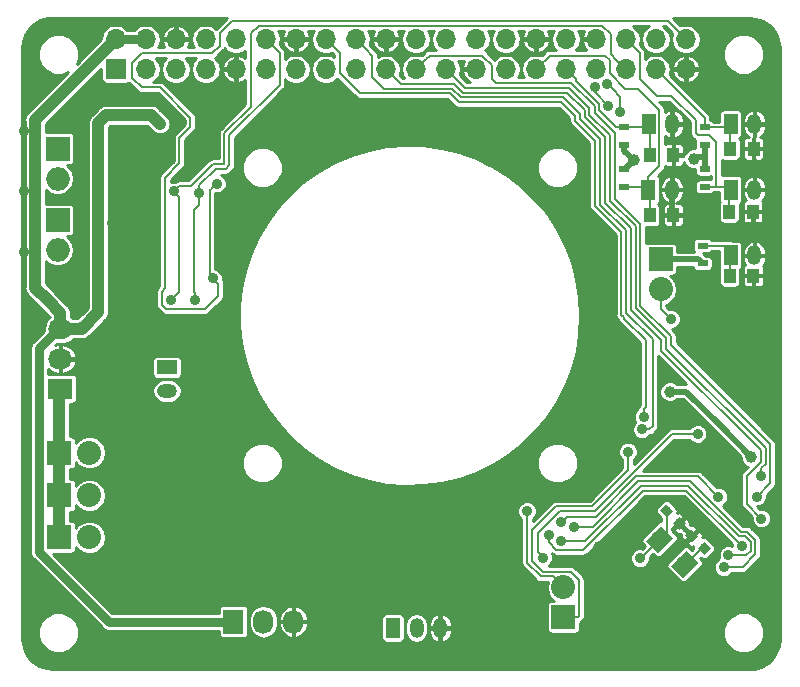
<source format=gbl>
G04 #@! TF.GenerationSoftware,KiCad,Pcbnew,5.0.0-fee4fd1~66~ubuntu18.04.1*
G04 #@! TF.CreationDate,2018-10-11T08:48:27+02:00*
G04 #@! TF.ProjectId,rasle,7261736C652E6B696361645F70636200,rev?*
G04 #@! TF.SameCoordinates,Original*
G04 #@! TF.FileFunction,Copper,L2,Bot,Signal*
G04 #@! TF.FilePolarity,Positive*
%FSLAX46Y46*%
G04 Gerber Fmt 4.6, Leading zero omitted, Abs format (unit mm)*
G04 Created by KiCad (PCBNEW 5.0.0-fee4fd1~66~ubuntu18.04.1) date Thu Oct 11 08:48:27 2018*
%MOMM*%
%LPD*%
G01*
G04 APERTURE LIST*
G04 #@! TA.AperFunction,ComponentPad*
%ADD10R,1.200000X1.700000*%
G04 #@! TD*
G04 #@! TA.AperFunction,ComponentPad*
%ADD11O,1.200000X1.700000*%
G04 #@! TD*
G04 #@! TA.AperFunction,SMDPad,CuDef*
%ADD12C,1.500000*%
G04 #@! TD*
G04 #@! TA.AperFunction,Conductor*
%ADD13C,0.150000*%
G04 #@! TD*
G04 #@! TA.AperFunction,SMDPad,CuDef*
%ADD14R,1.000000X1.250000*%
G04 #@! TD*
G04 #@! TA.AperFunction,ComponentPad*
%ADD15O,1.700000X1.200000*%
G04 #@! TD*
G04 #@! TA.AperFunction,ComponentPad*
%ADD16R,1.700000X1.200000*%
G04 #@! TD*
G04 #@! TA.AperFunction,ComponentPad*
%ADD17R,2.032000X1.727200*%
G04 #@! TD*
G04 #@! TA.AperFunction,ComponentPad*
%ADD18O,2.032000X1.727200*%
G04 #@! TD*
G04 #@! TA.AperFunction,ComponentPad*
%ADD19O,1.727200X2.032000*%
G04 #@! TD*
G04 #@! TA.AperFunction,ComponentPad*
%ADD20R,1.727200X2.032000*%
G04 #@! TD*
G04 #@! TA.AperFunction,SMDPad,CuDef*
%ADD21C,0.750000*%
G04 #@! TD*
G04 #@! TA.AperFunction,SMDPad,CuDef*
%ADD22R,0.900000X0.500000*%
G04 #@! TD*
G04 #@! TA.AperFunction,ComponentPad*
%ADD23O,2.032000X2.032000*%
G04 #@! TD*
G04 #@! TA.AperFunction,ComponentPad*
%ADD24R,2.032000X2.032000*%
G04 #@! TD*
G04 #@! TA.AperFunction,ComponentPad*
%ADD25R,1.700000X1.700000*%
G04 #@! TD*
G04 #@! TA.AperFunction,ComponentPad*
%ADD26O,1.700000X1.700000*%
G04 #@! TD*
G04 #@! TA.AperFunction,ComponentPad*
%ADD27R,1.998980X1.998980*%
G04 #@! TD*
G04 #@! TA.AperFunction,ComponentPad*
%ADD28O,1.998980X1.998980*%
G04 #@! TD*
G04 #@! TA.AperFunction,ViaPad*
%ADD29C,1.000000*%
G04 #@! TD*
G04 #@! TA.AperFunction,ViaPad*
%ADD30C,0.900000*%
G04 #@! TD*
G04 #@! TA.AperFunction,Conductor*
%ADD31C,0.500000*%
G04 #@! TD*
G04 #@! TA.AperFunction,Conductor*
%ADD32C,0.508000*%
G04 #@! TD*
G04 #@! TA.AperFunction,Conductor*
%ADD33C,1.016000*%
G04 #@! TD*
G04 #@! TA.AperFunction,Conductor*
%ADD34C,0.762000*%
G04 #@! TD*
G04 #@! TA.AperFunction,Conductor*
%ADD35C,0.203200*%
G04 #@! TD*
G04 #@! TA.AperFunction,Conductor*
%ADD36C,0.200000*%
G04 #@! TD*
G04 #@! TA.AperFunction,Conductor*
%ADD37C,0.254000*%
G04 #@! TD*
G04 APERTURE END LIST*
D10*
G04 #@! TO.P,J12,1*
G04 #@! TO.N,+5V*
X231818580Y-146080780D03*
D11*
G04 #@! TO.P,J12,2*
G04 #@! TO.N,/POWER*
X233818580Y-146080780D03*
G04 #@! TO.P,J12,3*
G04 #@! TO.N,GND*
X235818580Y-146080780D03*
G04 #@! TD*
D12*
G04 #@! TO.P,Y1,2*
G04 #@! TO.N,Net-(C15-Pad2)*
X256526640Y-140702540D03*
D13*
G04 #@! TD*
G04 #@! TO.N,Net-(C15-Pad2)*
G04 #@! TO.C,Y1*
G36*
X255359914Y-140808606D02*
X256632706Y-139535814D01*
X257693366Y-140596474D01*
X256420574Y-141869266D01*
X255359914Y-140808606D01*
X255359914Y-140808606D01*
G37*
D12*
G04 #@! TO.P,Y1,1*
G04 #@! TO.N,Net-(C14-Pad2)*
X254405320Y-138581220D03*
D13*
G04 #@! TD*
G04 #@! TO.N,Net-(C14-Pad2)*
G04 #@! TO.C,Y1*
G36*
X253238594Y-138687286D02*
X254511386Y-137414494D01*
X255572046Y-138475154D01*
X254299254Y-139747946D01*
X253238594Y-138687286D01*
X253238594Y-138687286D01*
G37*
D14*
G04 #@! TO.P,C5,2*
G04 #@! TO.N,GND*
X262366400Y-105499200D03*
G04 #@! TO.P,C5,1*
G04 #@! TO.N,/BUTTON1*
X260366400Y-105499200D03*
G04 #@! TD*
G04 #@! TO.P,C6,1*
G04 #@! TO.N,/BUTTON2*
X260303660Y-110830660D03*
G04 #@! TO.P,C6,2*
G04 #@! TO.N,GND*
X262303660Y-110830660D03*
G04 #@! TD*
G04 #@! TO.P,C7,1*
G04 #@! TO.N,/BUTTON3*
X253560980Y-106030060D03*
G04 #@! TO.P,C7,2*
G04 #@! TO.N,GND*
X255560980Y-106030060D03*
G04 #@! TD*
G04 #@! TO.P,C8,2*
G04 #@! TO.N,GND*
X255559200Y-111138000D03*
G04 #@! TO.P,C8,1*
G04 #@! TO.N,/BUTTON4*
X253559200Y-111138000D03*
G04 #@! TD*
G04 #@! TO.P,C9,1*
G04 #@! TO.N,/BTN_PWR*
X260330840Y-116251020D03*
G04 #@! TO.P,C9,2*
G04 #@! TO.N,GND*
X262330840Y-116251020D03*
G04 #@! TD*
D15*
G04 #@! TO.P,J2,2*
G04 #@! TO.N,Net-(J2-Pad2)*
X212700000Y-126015800D03*
D16*
G04 #@! TO.P,J2,1*
G04 #@! TO.N,+5V*
X212700000Y-124015800D03*
G04 #@! TD*
D17*
G04 #@! TO.P,J1,1*
G04 #@! TO.N,+12V*
X203657600Y-125844600D03*
D18*
G04 #@! TO.P,J1,2*
G04 #@! TO.N,GND*
X203657600Y-123304600D03*
G04 #@! TO.P,J1,3*
G04 #@! TO.N,+5V*
X203657600Y-120764600D03*
G04 #@! TD*
D11*
G04 #@! TO.P,J11,2*
G04 #@! TO.N,GND*
X262426600Y-114541600D03*
D10*
G04 #@! TO.P,J11,1*
G04 #@! TO.N,/BTN_PWR*
X260426600Y-114541600D03*
G04 #@! TD*
D11*
G04 #@! TO.P,J10,2*
G04 #@! TO.N,GND*
X255448200Y-108979000D03*
D10*
G04 #@! TO.P,J10,1*
G04 #@! TO.N,/BUTTON4*
X253448200Y-108979000D03*
G04 #@! TD*
D11*
G04 #@! TO.P,J7,2*
G04 #@! TO.N,GND*
X262426600Y-103416400D03*
D10*
G04 #@! TO.P,J7,1*
G04 #@! TO.N,/BUTTON1*
X260426600Y-103416400D03*
G04 #@! TD*
D19*
G04 #@! TO.P,J4,3*
G04 #@! TO.N,GND*
X223393400Y-145555000D03*
G04 #@! TO.P,J4,2*
G04 #@! TO.N,Net-(J4-Pad2)*
X220853400Y-145555000D03*
D20*
G04 #@! TO.P,J4,1*
G04 #@! TO.N,+5V*
X218313400Y-145555000D03*
G04 #@! TD*
D21*
G04 #@! TO.P,C14,2*
G04 #@! TO.N,Net-(C14-Pad2)*
X254991000Y-136157000D03*
D13*
G04 #@! TD*
G04 #@! TO.N,Net-(C14-Pad2)*
G04 #@! TO.C,C14*
G36*
X255539008Y-136174678D02*
X255008678Y-136705008D01*
X254442992Y-136139322D01*
X254973322Y-135608992D01*
X255539008Y-136174678D01*
X255539008Y-136174678D01*
G37*
D21*
G04 #@! TO.P,C14,1*
G04 #@! TO.N,GND*
X256051660Y-137217660D03*
D13*
G04 #@! TD*
G04 #@! TO.N,GND*
G04 #@! TO.C,C14*
G36*
X256599668Y-137235338D02*
X256069338Y-137765668D01*
X255503652Y-137199982D01*
X256033982Y-136669652D01*
X256599668Y-137235338D01*
X256599668Y-137235338D01*
G37*
D21*
G04 #@! TO.P,C15,2*
G04 #@! TO.N,Net-(C15-Pad2)*
X258162930Y-139328930D03*
D13*
G04 #@! TD*
G04 #@! TO.N,Net-(C15-Pad2)*
G04 #@! TO.C,C15*
G36*
X257614922Y-139311252D02*
X258145252Y-138780922D01*
X258710938Y-139346608D01*
X258180608Y-139876938D01*
X257614922Y-139311252D01*
X257614922Y-139311252D01*
G37*
D21*
G04 #@! TO.P,C15,1*
G04 #@! TO.N,GND*
X257102270Y-138268270D03*
D13*
G04 #@! TD*
G04 #@! TO.N,GND*
G04 #@! TO.C,C15*
G36*
X256554262Y-138250592D02*
X257084592Y-137720262D01*
X257650278Y-138285948D01*
X257119948Y-138816278D01*
X256554262Y-138250592D01*
X256554262Y-138250592D01*
G37*
D22*
G04 #@! TO.P,R11,2*
G04 #@! TO.N,/BUTTON1*
X258206640Y-103684940D03*
G04 #@! TO.P,R11,1*
G04 #@! TO.N,+3V3*
X258206640Y-105184940D03*
G04 #@! TD*
G04 #@! TO.P,R14,2*
G04 #@! TO.N,/BUTTON4*
X251389280Y-108723160D03*
G04 #@! TO.P,R14,1*
G04 #@! TO.N,+3V3*
X251389280Y-107223160D03*
G04 #@! TD*
D23*
G04 #@! TO.P,LED3,2*
G04 #@! TO.N,Net-(LED3-Pad2)*
X206121400Y-138392200D03*
D24*
G04 #@! TO.P,LED3,1*
G04 #@! TO.N,+12V*
X203581400Y-138392200D03*
G04 #@! TD*
D23*
G04 #@! TO.P,LED1,2*
G04 #@! TO.N,Net-(LED1-Pad2)*
X206121400Y-131254800D03*
D24*
G04 #@! TO.P,LED1,1*
G04 #@! TO.N,+12V*
X203581400Y-131254800D03*
G04 #@! TD*
D23*
G04 #@! TO.P,LED2,2*
G04 #@! TO.N,Net-(LED2-Pad2)*
X206121400Y-134861600D03*
D24*
G04 #@! TO.P,LED2,1*
G04 #@! TO.N,+12V*
X203581400Y-134861600D03*
G04 #@! TD*
D22*
G04 #@! TO.P,R12,2*
G04 #@! TO.N,/BUTTON2*
X258206640Y-108728240D03*
G04 #@! TO.P,R12,1*
G04 #@! TO.N,+3V3*
X258206640Y-107228240D03*
G04 #@! TD*
G04 #@! TO.P,R13,2*
G04 #@! TO.N,/BUTTON3*
X251401980Y-103705260D03*
G04 #@! TO.P,R13,1*
G04 #@! TO.N,+3V3*
X251401980Y-105205260D03*
G04 #@! TD*
G04 #@! TO.P,R15,2*
G04 #@! TO.N,/BTN_PWR*
X258049160Y-113717240D03*
G04 #@! TO.P,R15,1*
G04 #@! TO.N,+3V3*
X258049160Y-115217240D03*
G04 #@! TD*
D25*
G04 #@! TO.P,P1,1*
G04 #@! TO.N,+3V3*
X208370000Y-98770000D03*
D26*
G04 #@! TO.P,P1,2*
G04 #@! TO.N,+5V*
X208370000Y-96230000D03*
G04 #@! TO.P,P1,3*
G04 #@! TO.N,/GPIO2(SDA1)*
X210910000Y-98770000D03*
G04 #@! TO.P,P1,4*
G04 #@! TO.N,+5V*
X210910000Y-96230000D03*
G04 #@! TO.P,P1,5*
G04 #@! TO.N,/GPIO3(SCL1)*
X213450000Y-98770000D03*
G04 #@! TO.P,P1,6*
G04 #@! TO.N,GND*
X213450000Y-96230000D03*
G04 #@! TO.P,P1,7*
G04 #@! TO.N,/GPIO4(GCLK)*
X215990000Y-98770000D03*
G04 #@! TO.P,P1,8*
G04 #@! TO.N,/GPIO14(TXD0)*
X215990000Y-96230000D03*
G04 #@! TO.P,P1,9*
G04 #@! TO.N,GND*
X218530000Y-98770000D03*
G04 #@! TO.P,P1,10*
G04 #@! TO.N,/GPIO15(RXD0)*
X218530000Y-96230000D03*
G04 #@! TO.P,P1,11*
G04 #@! TO.N,/GPIO17(GEN0)*
X221070000Y-98770000D03*
G04 #@! TO.P,P1,12*
G04 #@! TO.N,/BCLK*
X221070000Y-96230000D03*
G04 #@! TO.P,P1,13*
G04 #@! TO.N,/GPIO27(GEN2)*
X223610000Y-98770000D03*
G04 #@! TO.P,P1,14*
G04 #@! TO.N,GND*
X223610000Y-96230000D03*
G04 #@! TO.P,P1,15*
G04 #@! TO.N,/GPIO22(GEN3)*
X226150000Y-98770000D03*
G04 #@! TO.P,P1,16*
G04 #@! TO.N,/GPIO23(GEN4)*
X226150000Y-96230000D03*
G04 #@! TO.P,P1,17*
G04 #@! TO.N,+3V3*
X228690000Y-98770000D03*
G04 #@! TO.P,P1,18*
G04 #@! TO.N,/GPIO24(GEN5)*
X228690000Y-96230000D03*
G04 #@! TO.P,P1,19*
G04 #@! TO.N,/GPIO10(SPI0_MOSI)*
X231230000Y-98770000D03*
G04 #@! TO.P,P1,20*
G04 #@! TO.N,GND*
X231230000Y-96230000D03*
G04 #@! TO.P,P1,21*
G04 #@! TO.N,/GPIO9(SPI0_MISO)*
X233770000Y-98770000D03*
G04 #@! TO.P,P1,22*
G04 #@! TO.N,/GPIO25(GEN6)*
X233770000Y-96230000D03*
G04 #@! TO.P,P1,23*
G04 #@! TO.N,/GPIO11(SPI0_SCK)*
X236310000Y-98770000D03*
G04 #@! TO.P,P1,24*
G04 #@! TO.N,/GPIO8(SPI0_CE_N)*
X236310000Y-96230000D03*
G04 #@! TO.P,P1,25*
G04 #@! TO.N,GND*
X238850000Y-98770000D03*
G04 #@! TO.P,P1,26*
G04 #@! TO.N,/GPIO7(SPI1_CE_N)*
X238850000Y-96230000D03*
G04 #@! TO.P,P1,27*
G04 #@! TO.N,/ID_SD*
X241390000Y-98770000D03*
G04 #@! TO.P,P1,28*
G04 #@! TO.N,/ID_SC*
X241390000Y-96230000D03*
G04 #@! TO.P,P1,29*
G04 #@! TO.N,/BUTTON4*
X243930000Y-98770000D03*
G04 #@! TO.P,P1,30*
G04 #@! TO.N,GND*
X243930000Y-96230000D03*
G04 #@! TO.P,P1,31*
G04 #@! TO.N,/BUTTON3*
X246470000Y-98770000D03*
G04 #@! TO.P,P1,32*
G04 #@! TO.N,/GPIO12(PWM0)*
X246470000Y-96230000D03*
G04 #@! TO.P,P1,33*
G04 #@! TO.N,/GPIO13(PWM1)*
X249010000Y-98770000D03*
G04 #@! TO.P,P1,34*
G04 #@! TO.N,GND*
X249010000Y-96230000D03*
G04 #@! TO.P,P1,35*
G04 #@! TO.N,/GPIO19(SPI1_MISO)*
X251550000Y-98770000D03*
G04 #@! TO.P,P1,36*
G04 #@! TO.N,/BUTTON2*
X251550000Y-96230000D03*
G04 #@! TO.P,P1,37*
G04 #@! TO.N,/BUTTON1*
X254090000Y-98770000D03*
G04 #@! TO.P,P1,38*
G04 #@! TO.N,/GPIO20(SPI1_MOSI)*
X254090000Y-96230000D03*
G04 #@! TO.P,P1,39*
G04 #@! TO.N,GND*
X256630000Y-98770000D03*
G04 #@! TO.P,P1,40*
G04 #@! TO.N,/DIN*
X256630000Y-96230000D03*
G04 #@! TD*
D10*
G04 #@! TO.P,J8,1*
G04 #@! TO.N,/BUTTON2*
X260426600Y-108979000D03*
D11*
G04 #@! TO.P,J8,2*
G04 #@! TO.N,GND*
X262426600Y-108979000D03*
G04 #@! TD*
D10*
G04 #@! TO.P,J9,1*
G04 #@! TO.N,/BUTTON3*
X253467000Y-103416400D03*
D11*
G04 #@! TO.P,J9,2*
G04 #@! TO.N,GND*
X255467000Y-103416400D03*
G04 #@! TD*
D24*
G04 #@! TO.P,TH1,1*
G04 #@! TO.N,+3V3*
X254483000Y-114854020D03*
D23*
G04 #@! TO.P,TH1,2*
G04 #@! TO.N,Net-(R21-Pad1)*
X254483000Y-117394020D03*
G04 #@! TD*
D27*
G04 #@! TO.P,J14,1*
G04 #@! TO.N,Net-(C18-Pad1)*
X203426319Y-105491921D03*
D28*
G04 #@! TO.P,J14,2*
G04 #@! TO.N,Net-(C16-Pad1)*
X203426319Y-108031921D03*
G04 #@! TD*
G04 #@! TO.P,J15,2*
G04 #@! TO.N,Net-(C17-Pad1)*
X203426319Y-114081921D03*
D27*
G04 #@! TO.P,J15,1*
G04 #@! TO.N,Net-(C19-Pad1)*
X203426319Y-111541921D03*
G04 #@! TD*
D24*
G04 #@! TO.P,J13,1*
G04 #@! TO.N,/RESET_ATMEGA*
X246253400Y-145174000D03*
D23*
G04 #@! TO.P,J13,2*
G04 #@! TO.N,/GPIO4(GCLK)*
X246253400Y-142634000D03*
G04 #@! TD*
D29*
G04 #@! TO.N,+3V3*
X262156688Y-131597453D03*
X257277000Y-106362800D03*
X252197000Y-106464400D03*
X255270400Y-126073200D03*
G04 #@! TO.N,+5V*
X212090400Y-103416400D03*
X206883400Y-110381080D03*
D30*
G04 #@! TO.N,GND*
X216205200Y-137681000D03*
X215722600Y-134506000D03*
X210922000Y-140627400D03*
X219278600Y-140297200D03*
X208940800Y-117538800D03*
X209144000Y-108369400D03*
X231826200Y-141414800D03*
X231877000Y-137528600D03*
D29*
X249305593Y-139245144D03*
X257178206Y-132431157D03*
D30*
X256388000Y-135699800D03*
X257886600Y-137147600D03*
X254152800Y-135318800D03*
X259385200Y-148780800D03*
X254385200Y-148780800D03*
X249385200Y-148780800D03*
X244385200Y-148780800D03*
X239385200Y-148780800D03*
X234385200Y-148780800D03*
X229385200Y-148780800D03*
X224385200Y-148780800D03*
X219385200Y-148780800D03*
X214385200Y-148780800D03*
X209385200Y-148780800D03*
X204385200Y-148780800D03*
X201066800Y-144310400D03*
X201066800Y-119310400D03*
X201066800Y-99310400D03*
D29*
X242511479Y-102762445D03*
D30*
X233553400Y-102552800D03*
X244754800Y-104330800D03*
X228219400Y-101867000D03*
X220904200Y-103645000D03*
X217754600Y-122136200D03*
X220243800Y-128562400D03*
X226162000Y-133515400D03*
X239471600Y-133591600D03*
X247040800Y-126759000D03*
X246482000Y-111646000D03*
X241402000Y-106540600D03*
X230226000Y-104610200D03*
X220548600Y-110325200D03*
X263754000Y-128867200D03*
X260477400Y-125616000D03*
X257581800Y-122720400D03*
X254610000Y-112687400D03*
X210414000Y-125539800D03*
X205486400Y-129019600D03*
X200616790Y-114223626D03*
X200616790Y-104023130D03*
X200616790Y-109046026D03*
D29*
X214249400Y-120205800D03*
D30*
X208044610Y-111778644D03*
D29*
X209296400Y-104026000D03*
D30*
X207670800Y-101155800D03*
X256807432Y-116408832D03*
X251993800Y-125514400D03*
G04 #@! TO.N,/ID_SD*
X251067574Y-102379321D03*
X249972730Y-99997176D03*
G04 #@! TO.N,/ID_SC*
X250050492Y-101859323D03*
X248906558Y-100280642D03*
G04 #@! TO.N,/GPIO4(GCLK)*
X243180000Y-136182400D03*
G04 #@! TO.N,/GPIO24(GEN5)*
X252901768Y-129279459D03*
G04 #@! TO.N,/GPIO10(SPI0_MOSI)*
X263017400Y-136817400D03*
G04 #@! TO.N,/GPIO9(SPI0_MISO)*
X262641480Y-134953040D03*
G04 #@! TO.N,/GPIO11(SPI0_SCK)*
X263011610Y-133177196D03*
G04 #@! TO.N,/GPIO19(SPI1_MISO)*
X213004800Y-118351600D03*
X213281809Y-109118770D03*
G04 #@! TO.N,/DIN*
X216909210Y-108459205D03*
X216579010Y-116469429D03*
G04 #@! TO.N,/BCLK*
X215396890Y-109254574D03*
X215062200Y-118326200D03*
G04 #@! TO.N,/WS2812_DATA*
X261341000Y-139154200D03*
X245026306Y-138208187D03*
G04 #@! TO.N,/PWM1*
X247121615Y-137494671D03*
X259826447Y-140939962D03*
G04 #@! TO.N,/PWM3*
X246019621Y-138725505D03*
X260219147Y-139909010D03*
G04 #@! TO.N,/POWER*
X257614441Y-129647410D03*
X244516450Y-140139443D03*
G04 #@! TO.N,/FAN*
X259376082Y-134972318D03*
X246081110Y-137128063D03*
G04 #@! TO.N,/GPIO23(GEN4)*
X253055633Y-128187030D03*
G04 #@! TO.N,Net-(R21-Pad1)*
X255372000Y-119926400D03*
G04 #@! TO.N,Net-(C14-Pad2)*
X252735262Y-140182249D03*
G04 #@! TO.N,Net-(C15-Pad2)*
X256489600Y-140856000D03*
G04 #@! TO.N,/RESET_ATMEGA*
X251720306Y-131163910D03*
G04 #@! TD*
D31*
G04 #@! TO.N,+3V3*
X258206640Y-105184940D02*
X258206640Y-106235800D01*
X258206640Y-106235800D02*
X258206640Y-107228240D01*
D32*
X257685940Y-114854020D02*
X258049160Y-115217240D01*
X254483000Y-114854020D02*
X257685940Y-114854020D01*
X257404000Y-106235800D02*
X258206640Y-106235800D01*
X257277000Y-106362800D02*
X257404000Y-106235800D01*
X251401980Y-105669380D02*
X252197000Y-106464400D01*
X251401980Y-105205260D02*
X251401980Y-105669380D01*
X251438240Y-107223160D02*
X252197000Y-106464400D01*
X251389280Y-107223160D02*
X251438240Y-107223160D01*
X208370000Y-98770000D02*
X208370000Y-99035600D01*
X256632435Y-126073200D02*
X259578835Y-129019600D01*
X255270400Y-126073200D02*
X256632435Y-126073200D01*
X262156688Y-131597453D02*
X259578835Y-129019600D01*
D33*
G04 #@! TO.N,+5V*
X205435600Y-120764600D02*
X205969000Y-120231200D01*
X203657600Y-120764600D02*
X205435600Y-120764600D01*
D34*
X208370000Y-96230000D02*
X210910000Y-96230000D01*
X203505200Y-120764600D02*
X203657600Y-120764600D01*
X201879600Y-122390200D02*
X203505200Y-120764600D01*
X201879600Y-139672362D02*
X201879600Y-122390200D01*
X207762238Y-145555000D02*
X201879600Y-139672362D01*
X218313400Y-145555000D02*
X207762238Y-145555000D01*
D33*
X205461000Y-120764600D02*
X205435600Y-120764600D01*
X207518400Y-102679800D02*
X206883400Y-103314800D01*
X206883400Y-119342200D02*
X205461000Y-120764600D01*
X211353800Y-102679800D02*
X207518400Y-102679800D01*
X212090400Y-103416400D02*
X211353800Y-102679800D01*
X206883400Y-103314800D02*
X206883400Y-110381080D01*
X206883400Y-110381080D02*
X206883400Y-119342200D01*
X201524000Y-103076000D02*
X208370000Y-96230000D01*
X201524000Y-117259400D02*
X201524000Y-103076000D01*
X203657600Y-119393000D02*
X203657600Y-120764600D01*
X202616200Y-118351600D02*
X203657600Y-119393000D01*
X202616200Y-118351600D02*
X201524000Y-117259400D01*
D31*
G04 #@! TO.N,GND*
X262350400Y-105483200D02*
X262366400Y-105499200D01*
D32*
X255448200Y-110858600D02*
X255587900Y-110998300D01*
X255448200Y-108979000D02*
X255448200Y-110858600D01*
D35*
G04 #@! TO.N,/ID_SD*
X250422729Y-100447175D02*
X249972730Y-99997176D01*
X251067574Y-101092020D02*
X250422729Y-100447175D01*
X251067574Y-102379321D02*
X251067574Y-101092020D01*
G04 #@! TO.N,/ID_SC*
X250050492Y-101859323D02*
X248906558Y-100715389D01*
X248906558Y-100715389D02*
X248906558Y-100280642D01*
G04 #@! TO.N,/GPIO4(GCLK)*
X244317911Y-141719609D02*
X245339009Y-141719609D01*
X243180000Y-137221260D02*
X243180002Y-140581700D01*
X243180002Y-140581700D02*
X244317911Y-141719609D01*
X243180000Y-136182400D02*
X243180000Y-137221260D01*
X245339009Y-141719609D02*
X246253400Y-142634000D01*
G04 #@! TO.N,/GPIO24(GEN5)*
X247650411Y-102552811D02*
X246253389Y-101155789D01*
X253538164Y-129279459D02*
X253810435Y-129007188D01*
X237546288Y-101155788D02*
X236805396Y-100414895D01*
X246253389Y-101155789D02*
X237546288Y-101155788D01*
X253810435Y-121625484D02*
X251562009Y-119377058D01*
X230075199Y-99455599D02*
X230075199Y-97615199D01*
X249377609Y-110233059D02*
X249377609Y-104695859D01*
X231034495Y-100414895D02*
X230075199Y-99455599D01*
X229539999Y-97079999D02*
X228690000Y-96230000D01*
X251562009Y-112417459D02*
X249377609Y-110233059D01*
X247650411Y-102968661D02*
X247650411Y-102552811D01*
X236805396Y-100414895D02*
X231034495Y-100414895D01*
X252901768Y-129279459D02*
X253538164Y-129279459D01*
X249377609Y-104695859D02*
X247650411Y-102968661D01*
X253810435Y-129007188D02*
X253810435Y-121625484D01*
X230075199Y-97615199D02*
X229539999Y-97079999D01*
X251562009Y-119377058D02*
X251562009Y-112417459D01*
G04 #@! TO.N,/GPIO10(SPI0_MOSI)*
X246583578Y-100749378D02*
X237714629Y-100749378D01*
X262961498Y-132000861D02*
X262961498Y-131037048D01*
X254556229Y-122631779D02*
X254556229Y-121736279D01*
X249784020Y-110064719D02*
X249784020Y-104527519D01*
X232468484Y-100008484D02*
X232079999Y-99619999D01*
X261772800Y-135572800D02*
X261772800Y-133189559D01*
X237714629Y-100749378D02*
X236973736Y-100008484D01*
X261772800Y-133189559D02*
X262961498Y-132000861D01*
X236973736Y-100008484D02*
X232468484Y-100008484D01*
X232079999Y-99619999D02*
X231230000Y-98770000D01*
X248056822Y-102800322D02*
X248056822Y-102222622D01*
X249784020Y-104527519D02*
X248056822Y-102800322D01*
X263017400Y-136817400D02*
X261772800Y-135572800D01*
X251968420Y-119148470D02*
X251968420Y-112249119D01*
X251968420Y-112249119D02*
X249784020Y-110064719D01*
X254556229Y-121736279D02*
X251968420Y-119148470D01*
X262961498Y-131037048D02*
X254556229Y-122631779D01*
X248056822Y-102222622D02*
X246583578Y-100749378D01*
G04 #@! TO.N,/GPIO9(SPI0_MISO)*
X240235199Y-99609566D02*
X240235199Y-98446093D01*
X248889281Y-102480330D02*
X248889281Y-101905579D01*
X248889281Y-101905579D02*
X246920258Y-99936556D01*
X255369051Y-121399599D02*
X252781242Y-118811790D01*
X240562189Y-99936556D02*
X240235199Y-99609566D01*
X250596842Y-109728039D02*
X250596842Y-104187891D01*
X250596842Y-104187891D02*
X248889281Y-102480330D01*
X263774320Y-133820200D02*
X263774320Y-130513120D01*
X240235199Y-98446093D02*
X239404305Y-97615199D01*
X262641480Y-134953040D02*
X263774320Y-133820200D01*
X239404305Y-97615199D02*
X234924801Y-97615199D01*
X234619999Y-97920001D02*
X233770000Y-98770000D01*
X263774320Y-130513120D02*
X255369051Y-122107851D01*
X234924801Y-97615199D02*
X234619999Y-97920001D01*
X246920258Y-99936556D02*
X240562189Y-99936556D01*
X255369051Y-122107851D02*
X255369051Y-121399599D01*
X252781242Y-111912439D02*
X250596842Y-109728039D01*
X252781242Y-118811790D02*
X252781242Y-111912439D01*
G04 #@! TO.N,/GPIO11(SPI0_SCK)*
X263011610Y-132540800D02*
X263011610Y-133177196D01*
X236310000Y-98770000D02*
X237882967Y-100342967D01*
X237882967Y-100342967D02*
X246751918Y-100342967D01*
X248463233Y-102054282D02*
X248463233Y-102629033D01*
X246751918Y-100342967D02*
X248463233Y-102054282D01*
X250190431Y-104356231D02*
X250190431Y-109896379D01*
X250190431Y-109896379D02*
X252374831Y-112080779D01*
X252374831Y-118980130D02*
X254962640Y-121567939D01*
X263367909Y-132184501D02*
X263011610Y-132540800D01*
X254962640Y-121567939D02*
X254962640Y-122463439D01*
X248463233Y-102629033D02*
X250190431Y-104356231D01*
X252374831Y-112080779D02*
X252374831Y-118980130D01*
X254962640Y-122463439D02*
X263367909Y-130868708D01*
X263367909Y-130868708D02*
X263367909Y-132184501D01*
G04 #@! TO.N,/GPIO19(SPI1_MISO)*
X250266600Y-97486600D02*
X250735400Y-97955400D01*
X250266600Y-95784598D02*
X250266600Y-97486600D01*
D36*
X251550000Y-98770000D02*
X250735400Y-97955400D01*
X250266600Y-95784598D02*
X249562001Y-95079999D01*
X220452201Y-95079999D02*
X220452201Y-95081599D01*
X222174200Y-95079999D02*
X220452201Y-95079999D01*
X249562001Y-95079999D02*
X222174200Y-95079999D01*
D35*
X213004800Y-118351600D02*
X213736601Y-117619799D01*
X213281809Y-109118770D02*
X213736601Y-109573562D01*
X213736601Y-117619799D02*
X213736601Y-114429840D01*
X213736601Y-109573562D02*
X213736601Y-114429840D01*
X213731808Y-108668771D02*
X213281809Y-109118770D01*
X214712029Y-108668771D02*
X213731808Y-108668771D01*
X216574599Y-106806201D02*
X214712029Y-108668771D01*
X217485641Y-106806201D02*
X216574599Y-106806201D01*
X217546601Y-106745241D02*
X217485641Y-106806201D01*
X219786600Y-95745600D02*
X219786600Y-101943200D01*
X219786600Y-101943200D02*
X217546601Y-104183199D01*
X220450601Y-95081599D02*
X219786600Y-95745600D01*
X220452201Y-95081599D02*
X220450601Y-95081599D01*
X217546601Y-104183199D02*
X217546601Y-106745241D01*
D36*
G04 #@! TO.N,/DIN*
X255076789Y-94676789D02*
X255780001Y-95380001D01*
X255780001Y-95380001D02*
X256630000Y-96230000D01*
X222337078Y-94670388D02*
X222343479Y-94676789D01*
X222343479Y-94676789D02*
X255076789Y-94676789D01*
X218878601Y-94670388D02*
X222337078Y-94670388D01*
X218872200Y-94676789D02*
X218878601Y-94670388D01*
D35*
X216459211Y-108909204D02*
X216909210Y-108459205D01*
X216338615Y-109029800D02*
X216459211Y-108909204D01*
X216296432Y-109029800D02*
X216338615Y-109029800D01*
D36*
X215398337Y-119104801D02*
X212801600Y-119104801D01*
D35*
X217029009Y-116919428D02*
X216579010Y-116469429D01*
D36*
X216308015Y-116198434D02*
X216579010Y-116469429D01*
X216308015Y-109041383D02*
X216308015Y-116198434D01*
X216296432Y-109029800D02*
X216308015Y-109041383D01*
D35*
X215915128Y-119104801D02*
X217029009Y-117990920D01*
X215398337Y-119104801D02*
X215915128Y-119104801D01*
X217029009Y-117990920D02*
X217029009Y-116919428D01*
X218213811Y-94676789D02*
X218872200Y-94676789D01*
X217144801Y-95745799D02*
X218213811Y-94676789D01*
X217144801Y-96784305D02*
X217144801Y-95745799D01*
X212801600Y-119104801D02*
X212640895Y-119104801D01*
X212640895Y-119104801D02*
X212249999Y-118713905D01*
X212249999Y-117607801D02*
X212526999Y-117330801D01*
X212526999Y-107954843D02*
X213736601Y-106745241D01*
X209755199Y-98215695D02*
X210586093Y-97384801D01*
X213736601Y-106745241D02*
X213736601Y-104576899D01*
X214668500Y-102870300D02*
X212115558Y-100317358D01*
X216544305Y-97384801D02*
X217144801Y-96784305D01*
X213736601Y-104576899D02*
X214668500Y-103645000D01*
X212249999Y-118713905D02*
X212249999Y-117607801D01*
X214668500Y-103645000D02*
X214668500Y-102870300D01*
X212526999Y-117330801D02*
X212526999Y-107954843D01*
X210566400Y-100317358D02*
X209755199Y-99506157D01*
X212115558Y-100317358D02*
X210566400Y-100317358D01*
X210586093Y-97384801D02*
X216544305Y-97384801D01*
X209755199Y-99506157D02*
X209755199Y-98215695D01*
G04 #@! TO.N,/BCLK*
X215396890Y-110295310D02*
X215396890Y-109890970D01*
X215396890Y-109890970D02*
X215396890Y-109254574D01*
X215011390Y-117638994D02*
X215011390Y-110680810D01*
X215062200Y-117689804D02*
X215011390Y-117638994D01*
X215011390Y-110680810D02*
X215396890Y-110295310D01*
X215062200Y-118326200D02*
X215062200Y-117689804D01*
X217953011Y-104386389D02*
X222224801Y-100114599D01*
X217953011Y-106913581D02*
X217953011Y-104386389D01*
X222224801Y-100114599D02*
X222224801Y-97384801D01*
X217653981Y-107212612D02*
X217953011Y-106913581D01*
X216802457Y-107212611D02*
X217653981Y-107212612D01*
X215396890Y-108618178D02*
X216802457Y-107212611D01*
X215396890Y-109254574D02*
X215396890Y-108618178D01*
X222224801Y-97384801D02*
X221070000Y-96230000D01*
D33*
G04 #@! TO.N,+12V*
X203581400Y-138392200D02*
X203581400Y-134836200D01*
X203581400Y-134836200D02*
X203581400Y-131280200D01*
X203581400Y-125920800D02*
X203657600Y-125844600D01*
X203581400Y-131280200D02*
X203581400Y-125920800D01*
D35*
G04 #@! TO.N,/WS2812_DATA*
X245026306Y-138844583D02*
X245026306Y-138208187D01*
X245662030Y-139480307D02*
X245026306Y-138844583D01*
X247932255Y-139480307D02*
X245662030Y-139480307D01*
X252957362Y-134455200D02*
X247932255Y-139480307D01*
X256642000Y-134455200D02*
X252957362Y-134455200D01*
X261341000Y-139154200D02*
X256642000Y-134455200D01*
G04 #@! TO.N,/PWM1*
X252609880Y-133642378D02*
X256978680Y-133642378D01*
X262502213Y-138623554D02*
X262502213Y-139862646D01*
X261253088Y-137916787D02*
X261795446Y-137916787D01*
X262502213Y-139862646D02*
X261424897Y-140939962D01*
X260462843Y-140939962D02*
X259826447Y-140939962D01*
X248757587Y-137494671D02*
X252609880Y-133642378D01*
X261424897Y-140939962D02*
X260462843Y-140939962D01*
X247121615Y-137494671D02*
X248757587Y-137494671D01*
X256978680Y-133642378D02*
X261253088Y-137916787D01*
X261795446Y-137916787D02*
X262502213Y-138623554D01*
G04 #@! TO.N,/PWM3*
X260855543Y-139909010D02*
X260219147Y-139909010D01*
X261754098Y-139909010D02*
X260855543Y-139909010D01*
X246019621Y-138725505D02*
X248112306Y-138725505D01*
X252789022Y-134048789D02*
X256810339Y-134048789D01*
X248112306Y-138725505D02*
X252789022Y-134048789D01*
X256810339Y-134048789D02*
X261084747Y-138323197D01*
X262095802Y-139567306D02*
X261754098Y-139909010D01*
X261627106Y-138323198D02*
X262095802Y-138791894D01*
X261084747Y-138323197D02*
X261627106Y-138323198D01*
X262095802Y-138791894D02*
X262095802Y-139567306D01*
G04 #@! TO.N,/POWER*
X244066451Y-139689444D02*
X244066451Y-138069359D01*
X245953399Y-136182411D02*
X248920345Y-136182411D01*
X256978045Y-129647410D02*
X257614441Y-129647410D01*
X255455346Y-129647410D02*
X256978045Y-129647410D01*
X248920345Y-136182411D02*
X255455346Y-129647410D01*
X244066451Y-138069359D02*
X245953399Y-136182411D01*
X244516450Y-140139443D02*
X244066451Y-139689444D01*
G04 #@! TO.N,/FAN*
X248999442Y-136678064D02*
X246531109Y-136678064D01*
X257639731Y-133235967D02*
X252441539Y-133235967D01*
X246531109Y-136678064D02*
X246081110Y-137128063D01*
X252441539Y-133235967D02*
X248999442Y-136678064D01*
X259376082Y-134972318D02*
X257639731Y-133235967D01*
D36*
G04 #@! TO.N,/BUTTON1*
X260356180Y-103684940D02*
X260363100Y-103678020D01*
X258206640Y-103684940D02*
X260356180Y-103684940D01*
X260366400Y-103681320D02*
X260363100Y-103678020D01*
X260366400Y-105499200D02*
X260366400Y-103681320D01*
D35*
X258206640Y-102886640D02*
X258206640Y-103684940D01*
X254090000Y-98770000D02*
X258206640Y-102886640D01*
D36*
G04 #@! TO.N,/BUTTON2*
X260301440Y-108728240D02*
X260309760Y-108719920D01*
X260303660Y-108726020D02*
X260309760Y-108719920D01*
X260303660Y-110830660D02*
X260303660Y-108726020D01*
X258206640Y-108728240D02*
X259207400Y-108728240D01*
X259207400Y-108728240D02*
X260301440Y-108728240D01*
D35*
X257451839Y-104178781D02*
X257629258Y-104356200D01*
X257629258Y-104356200D02*
X258623200Y-104356200D01*
X251550000Y-96230000D02*
X252704801Y-97384801D01*
X252704801Y-99580801D02*
X254152800Y-101028800D01*
X257451839Y-103083239D02*
X257451839Y-104178781D01*
X259207400Y-104940400D02*
X259207400Y-108728240D01*
X254152800Y-101028800D02*
X255397400Y-101028800D01*
X258623200Y-104356200D02*
X259207400Y-104940400D01*
X252704801Y-97384801D02*
X252704801Y-99580801D01*
X255397400Y-101028800D02*
X257451839Y-103083239D01*
G04 #@! TO.N,/BUTTON3*
X253560980Y-103757780D02*
X253499000Y-103695800D01*
X253560980Y-106030060D02*
X253560980Y-103757780D01*
X253489540Y-103705260D02*
X253499000Y-103695800D01*
X251401980Y-103705260D02*
X253489540Y-103705260D01*
X249295692Y-102252172D02*
X250748780Y-103705260D01*
X246470000Y-98770000D02*
X247319999Y-99619999D01*
X249295692Y-101711839D02*
X249295692Y-102252172D01*
X250748780Y-103705260D02*
X251401980Y-103705260D01*
X248511020Y-100952567D02*
X248536420Y-100952567D01*
X247319999Y-99761546D02*
X248511020Y-100952567D01*
X247319999Y-99619999D02*
X247319999Y-99761546D01*
X248536420Y-100952567D02*
X249295692Y-101711839D01*
G04 #@! TO.N,/BUTTON4*
X253592980Y-110993220D02*
X253587900Y-110998300D01*
X253592980Y-108722460D02*
X253592980Y-110993220D01*
X253592280Y-108723160D02*
X253592980Y-108722460D01*
X251389280Y-108723160D02*
X253592280Y-108723160D01*
X245084801Y-97615199D02*
X249748599Y-97615199D01*
X243930000Y-98770000D02*
X245084801Y-97615199D01*
X249748599Y-97615199D02*
X250164801Y-98031401D01*
X250164801Y-99093907D02*
X251490094Y-100419200D01*
X250164801Y-98031401D02*
X250164801Y-99093907D01*
X254371801Y-107002199D02*
X253448200Y-107925800D01*
X253448200Y-107925800D02*
X253448200Y-108979000D01*
X252568401Y-100419200D02*
X254371801Y-102222600D01*
X251490094Y-100419200D02*
X252568401Y-100419200D01*
X254371801Y-102222600D02*
X254371801Y-107002199D01*
D36*
G04 #@! TO.N,/BTN_PWR*
X260330840Y-113750900D02*
X260340240Y-113741500D01*
X260330840Y-116251020D02*
X260330840Y-113750900D01*
X260315980Y-113717240D02*
X260340240Y-113741500D01*
X258049160Y-113717240D02*
X260315980Y-113717240D01*
D35*
G04 #@! TO.N,/GPIO23(GEN4)*
X253055633Y-127550634D02*
X253055633Y-128187030D01*
X253213000Y-127393267D02*
X253055633Y-127550634D01*
X229032200Y-100821306D02*
X236637056Y-100821306D01*
X251384200Y-119901000D02*
X253213000Y-121729800D01*
X246075599Y-101562199D02*
X247244001Y-102730601D01*
X251155599Y-119545398D02*
X251384200Y-119773999D01*
X253213000Y-121729800D02*
X253213000Y-127393267D01*
X227304801Y-99093907D02*
X229032200Y-100821306D01*
X237377949Y-101562199D02*
X246075599Y-101562199D01*
X247244001Y-103137001D02*
X248920400Y-104813400D01*
X226150000Y-96230000D02*
X227304801Y-97384801D01*
X236637056Y-100821306D02*
X237377949Y-101562199D01*
X247244001Y-102730601D02*
X247244001Y-103137001D01*
X248920400Y-104813400D02*
X248920400Y-110350600D01*
X248920400Y-110350600D02*
X251155599Y-112585799D01*
X227304801Y-97384801D02*
X227304801Y-99093907D01*
X251155599Y-112585799D02*
X251155599Y-119545398D01*
X251384200Y-119773999D02*
X251384200Y-119901000D01*
G04 #@! TO.N,Net-(R21-Pad1)*
X254483000Y-119037400D02*
X254483000Y-117394020D01*
X255372000Y-119926400D02*
X254483000Y-119037400D01*
G04 #@! TO.N,Net-(C14-Pad2)*
X254991000Y-137995540D02*
X254405320Y-138581220D01*
X254991000Y-136157000D02*
X254991000Y-137995540D01*
X254405320Y-138581220D02*
X252804291Y-140182249D01*
X252804291Y-140182249D02*
X252735262Y-140182249D01*
G04 #@! TO.N,Net-(C15-Pad2)*
X258109060Y-139236540D02*
X258109060Y-139198860D01*
X256489600Y-140856000D02*
X258109060Y-139236540D01*
G04 #@! TO.N,/RESET_ATMEGA*
X247574201Y-142000015D02*
X247574201Y-145072399D01*
X247472600Y-145174000D02*
X246253400Y-145174000D01*
X244486251Y-141313199D02*
X246887385Y-141313199D01*
X246887385Y-141313199D02*
X247574201Y-142000015D01*
X251720306Y-131163910D02*
X251720306Y-132722094D01*
X245618400Y-135776000D02*
X243586411Y-137807989D01*
X243586411Y-137807989D02*
X243586411Y-140413359D01*
X247574201Y-145072399D02*
X247472600Y-145174000D01*
X251720306Y-132722094D02*
X248666400Y-135776000D01*
X248666400Y-135776000D02*
X245618400Y-135776000D01*
X243586411Y-140413359D02*
X244486251Y-141313199D01*
G04 #@! TD*
D37*
G04 #@! TO.N,GND*
G36*
X216870369Y-95337733D02*
X216470312Y-95070424D01*
X216111239Y-94999000D01*
X215868761Y-94999000D01*
X215509688Y-95070424D01*
X215102499Y-95342499D01*
X214830424Y-95749688D01*
X214734884Y-96230000D01*
X214830424Y-96710312D01*
X214958640Y-96902201D01*
X214475441Y-96902201D01*
X214654298Y-96485034D01*
X214584117Y-96293500D01*
X213513500Y-96293500D01*
X213513500Y-96313500D01*
X213386500Y-96313500D01*
X213386500Y-96293500D01*
X212315883Y-96293500D01*
X212245702Y-96485034D01*
X212424559Y-96902201D01*
X211941360Y-96902201D01*
X212069576Y-96710312D01*
X212165116Y-96230000D01*
X212114387Y-95974966D01*
X212245702Y-95974966D01*
X212315883Y-96166500D01*
X213386500Y-96166500D01*
X213386500Y-95096027D01*
X213513500Y-95096027D01*
X213513500Y-96166500D01*
X214584117Y-96166500D01*
X214654298Y-95974966D01*
X214465029Y-95533514D01*
X214121231Y-95198096D01*
X213705033Y-95025708D01*
X213513500Y-95096027D01*
X213386500Y-95096027D01*
X213194967Y-95025708D01*
X212778769Y-95198096D01*
X212434971Y-95533514D01*
X212245702Y-95974966D01*
X212114387Y-95974966D01*
X212069576Y-95749688D01*
X211797501Y-95342499D01*
X211390312Y-95070424D01*
X211031239Y-94999000D01*
X210788761Y-94999000D01*
X210429688Y-95070424D01*
X210022499Y-95342499D01*
X209938642Y-95468000D01*
X209341358Y-95468000D01*
X209257501Y-95342499D01*
X208850312Y-95070424D01*
X208491239Y-94999000D01*
X208248761Y-94999000D01*
X207889688Y-95070424D01*
X207482499Y-95342499D01*
X207210424Y-95749688D01*
X207115410Y-96227354D01*
X205041886Y-98300878D01*
X205231000Y-97844317D01*
X205231000Y-97155683D01*
X204967471Y-96519467D01*
X204480533Y-96032529D01*
X203844317Y-95769000D01*
X203155683Y-95769000D01*
X202519467Y-96032529D01*
X202032529Y-96519467D01*
X201769000Y-97155683D01*
X201769000Y-97844317D01*
X202032529Y-98480533D01*
X202519467Y-98967471D01*
X203155683Y-99231000D01*
X203844317Y-99231000D01*
X204300878Y-99041886D01*
X200957294Y-102385471D01*
X200883068Y-102435067D01*
X200833472Y-102509293D01*
X200833471Y-102509294D01*
X200686582Y-102729130D01*
X200617584Y-103076000D01*
X200635001Y-103163560D01*
X200635000Y-117171845D01*
X200617584Y-117259400D01*
X200635000Y-117346955D01*
X200686581Y-117606269D01*
X200883067Y-117900333D01*
X200957296Y-117949931D01*
X202049493Y-119042129D01*
X202049496Y-119042131D01*
X202767807Y-119760443D01*
X202607894Y-119867294D01*
X202332813Y-120278981D01*
X202236217Y-120764600D01*
X202267965Y-120924205D01*
X201393851Y-121798319D01*
X201330230Y-121840829D01*
X201287719Y-121904451D01*
X201287718Y-121904452D01*
X201161813Y-122092883D01*
X201102673Y-122390200D01*
X201117601Y-122465248D01*
X201117600Y-139597319D01*
X201102673Y-139672362D01*
X201117600Y-139747405D01*
X201117600Y-139747409D01*
X201161812Y-139969678D01*
X201330229Y-140221733D01*
X201393853Y-140264245D01*
X207170356Y-146040749D01*
X207212867Y-146104371D01*
X207276489Y-146146882D01*
X207464919Y-146272787D01*
X207464920Y-146272787D01*
X207464921Y-146272788D01*
X207687190Y-146317000D01*
X207687194Y-146317000D01*
X207762237Y-146331927D01*
X207837280Y-146317000D01*
X217061336Y-146317000D01*
X217061336Y-146571000D01*
X217090906Y-146719659D01*
X217175114Y-146845686D01*
X217301141Y-146929894D01*
X217449800Y-146959464D01*
X219177000Y-146959464D01*
X219325659Y-146929894D01*
X219451686Y-146845686D01*
X219535894Y-146719659D01*
X219565464Y-146571000D01*
X219565464Y-145280020D01*
X219608800Y-145280020D01*
X219608800Y-145829981D01*
X219681013Y-146193019D01*
X219956095Y-146604706D01*
X220367782Y-146879787D01*
X220853400Y-146976383D01*
X221339019Y-146879787D01*
X221750706Y-146604706D01*
X222025787Y-146193018D01*
X222098000Y-145829980D01*
X222098000Y-145618500D01*
X222148800Y-145618500D01*
X222148800Y-145770900D01*
X222267840Y-146242354D01*
X222558236Y-146632366D01*
X222975778Y-146881561D01*
X223136237Y-146925142D01*
X223329900Y-146854995D01*
X223329900Y-145618500D01*
X223456900Y-145618500D01*
X223456900Y-146854995D01*
X223650563Y-146925142D01*
X223811022Y-146881561D01*
X224228564Y-146632366D01*
X224518960Y-146242354D01*
X224638000Y-145770900D01*
X224638000Y-145618500D01*
X223456900Y-145618500D01*
X223329900Y-145618500D01*
X222148800Y-145618500D01*
X222098000Y-145618500D01*
X222098000Y-145339100D01*
X222148800Y-145339100D01*
X222148800Y-145491500D01*
X223329900Y-145491500D01*
X223329900Y-144255005D01*
X223456900Y-144255005D01*
X223456900Y-145491500D01*
X224638000Y-145491500D01*
X224638000Y-145339100D01*
X224610650Y-145230780D01*
X230830116Y-145230780D01*
X230830116Y-146930780D01*
X230859686Y-147079439D01*
X230943894Y-147205466D01*
X231069921Y-147289674D01*
X231218580Y-147319244D01*
X232418580Y-147319244D01*
X232567239Y-147289674D01*
X232693266Y-147205466D01*
X232777474Y-147079439D01*
X232807044Y-146930780D01*
X232807044Y-145734165D01*
X232837580Y-145734165D01*
X232837580Y-146427396D01*
X232894499Y-146713547D01*
X233111320Y-147038041D01*
X233435814Y-147254861D01*
X233818580Y-147330998D01*
X234201347Y-147254861D01*
X234525841Y-147038041D01*
X234742661Y-146713547D01*
X234799580Y-146427395D01*
X234799580Y-146144280D01*
X234837580Y-146144280D01*
X234837580Y-146394280D01*
X234936555Y-146764859D01*
X235169810Y-147069353D01*
X235501834Y-147261406D01*
X235602721Y-147287737D01*
X235755080Y-147214251D01*
X235755080Y-146144280D01*
X235882080Y-146144280D01*
X235882080Y-147214251D01*
X236034439Y-147287737D01*
X236135326Y-147261406D01*
X236467350Y-147069353D01*
X236700605Y-146764859D01*
X236799580Y-146394280D01*
X236799580Y-146144280D01*
X235882080Y-146144280D01*
X235755080Y-146144280D01*
X234837580Y-146144280D01*
X234799580Y-146144280D01*
X234799580Y-145767280D01*
X234837580Y-145767280D01*
X234837580Y-146017280D01*
X235755080Y-146017280D01*
X235755080Y-144947309D01*
X235882080Y-144947309D01*
X235882080Y-146017280D01*
X236799580Y-146017280D01*
X236799580Y-145767280D01*
X236700605Y-145396701D01*
X236467350Y-145092207D01*
X236135326Y-144900154D01*
X236034439Y-144873823D01*
X235882080Y-144947309D01*
X235755080Y-144947309D01*
X235602721Y-144873823D01*
X235501834Y-144900154D01*
X235169810Y-145092207D01*
X234936555Y-145396701D01*
X234837580Y-145767280D01*
X234799580Y-145767280D01*
X234799580Y-145734164D01*
X234742661Y-145448013D01*
X234525841Y-145123519D01*
X234201346Y-144906699D01*
X233818580Y-144830562D01*
X233435813Y-144906699D01*
X233111319Y-145123519D01*
X232894499Y-145448014D01*
X232837580Y-145734165D01*
X232807044Y-145734165D01*
X232807044Y-145230780D01*
X232777474Y-145082121D01*
X232693266Y-144956094D01*
X232567239Y-144871886D01*
X232418580Y-144842316D01*
X231218580Y-144842316D01*
X231069921Y-144871886D01*
X230943894Y-144956094D01*
X230859686Y-145082121D01*
X230830116Y-145230780D01*
X224610650Y-145230780D01*
X224518960Y-144867646D01*
X224228564Y-144477634D01*
X223811022Y-144228439D01*
X223650563Y-144184858D01*
X223456900Y-144255005D01*
X223329900Y-144255005D01*
X223136237Y-144184858D01*
X222975778Y-144228439D01*
X222558236Y-144477634D01*
X222267840Y-144867646D01*
X222148800Y-145339100D01*
X222098000Y-145339100D01*
X222098000Y-145280019D01*
X222025787Y-144916981D01*
X221750706Y-144505294D01*
X221339018Y-144230213D01*
X220853400Y-144133617D01*
X220367781Y-144230213D01*
X219956094Y-144505294D01*
X219681013Y-144916982D01*
X219608800Y-145280020D01*
X219565464Y-145280020D01*
X219565464Y-144539000D01*
X219535894Y-144390341D01*
X219451686Y-144264314D01*
X219325659Y-144180106D01*
X219177000Y-144150536D01*
X217449800Y-144150536D01*
X217301141Y-144180106D01*
X217175114Y-144264314D01*
X217090906Y-144390341D01*
X217061336Y-144539000D01*
X217061336Y-144793000D01*
X208077869Y-144793000D01*
X203081532Y-139796664D01*
X204597400Y-139796664D01*
X204746059Y-139767094D01*
X204872086Y-139682886D01*
X204956294Y-139556859D01*
X204985864Y-139408200D01*
X204985864Y-139207282D01*
X205114220Y-139399380D01*
X205576318Y-139708144D01*
X205983812Y-139789200D01*
X206258988Y-139789200D01*
X206666482Y-139708144D01*
X207128580Y-139399380D01*
X207437344Y-138937282D01*
X207545768Y-138392200D01*
X207437344Y-137847118D01*
X207128580Y-137385020D01*
X206666482Y-137076256D01*
X206258988Y-136995200D01*
X205983812Y-136995200D01*
X205576318Y-137076256D01*
X205114220Y-137385020D01*
X204985864Y-137577118D01*
X204985864Y-137376200D01*
X204956294Y-137227541D01*
X204872086Y-137101514D01*
X204746059Y-137017306D01*
X204597400Y-136987736D01*
X204470400Y-136987736D01*
X204470400Y-136266064D01*
X204597400Y-136266064D01*
X204746059Y-136236494D01*
X204872086Y-136152286D01*
X204956294Y-136026259D01*
X204985864Y-135877600D01*
X204985864Y-135676682D01*
X205114220Y-135868780D01*
X205576318Y-136177544D01*
X205983812Y-136258600D01*
X206258988Y-136258600D01*
X206666482Y-136177544D01*
X206906597Y-136017104D01*
X242349000Y-136017104D01*
X242349000Y-136347696D01*
X242475512Y-136653124D01*
X242697401Y-136875013D01*
X242697401Y-137173727D01*
X242697400Y-137173732D01*
X242697403Y-140534168D01*
X242687948Y-140581700D01*
X242709631Y-140690704D01*
X242725404Y-140770001D01*
X242832068Y-140929635D01*
X242872364Y-140956560D01*
X243943051Y-142027248D01*
X243969976Y-142067544D01*
X244129610Y-142174208D01*
X244270382Y-142202209D01*
X244317910Y-142211663D01*
X244365438Y-142202209D01*
X244914921Y-142202209D01*
X244829032Y-142634000D01*
X244937456Y-143179082D01*
X245246220Y-143641180D01*
X245438318Y-143769536D01*
X245237400Y-143769536D01*
X245088741Y-143799106D01*
X244962714Y-143883314D01*
X244878506Y-144009341D01*
X244848936Y-144158000D01*
X244848936Y-146190000D01*
X244878506Y-146338659D01*
X244962714Y-146464686D01*
X245088741Y-146548894D01*
X245237400Y-146578464D01*
X247269400Y-146578464D01*
X247418059Y-146548894D01*
X247544086Y-146464686D01*
X247628294Y-146338659D01*
X247657864Y-146190000D01*
X247657864Y-146155683D01*
X259769000Y-146155683D01*
X259769000Y-146844317D01*
X260032529Y-147480533D01*
X260519467Y-147967471D01*
X261155683Y-148231000D01*
X261844317Y-148231000D01*
X262480533Y-147967471D01*
X262967471Y-147480533D01*
X263231000Y-146844317D01*
X263231000Y-146155683D01*
X262967471Y-145519467D01*
X262480533Y-145032529D01*
X261844317Y-144769000D01*
X261155683Y-144769000D01*
X260519467Y-145032529D01*
X260032529Y-145519467D01*
X259769000Y-146155683D01*
X247657864Y-146155683D01*
X247657864Y-145629203D01*
X247660901Y-145628599D01*
X247820535Y-145521935D01*
X247847461Y-145481637D01*
X247881839Y-145447260D01*
X247922136Y-145420334D01*
X248028800Y-145260700D01*
X248056801Y-145119928D01*
X248066255Y-145072399D01*
X248056801Y-145024870D01*
X248056801Y-142047544D01*
X248066255Y-142000015D01*
X248028800Y-141811714D01*
X247949059Y-141692373D01*
X247922136Y-141652080D01*
X247881843Y-141625157D01*
X247262246Y-141005562D01*
X247235320Y-140965264D01*
X247075686Y-140858600D01*
X246934914Y-140830599D01*
X246934913Y-140830599D01*
X246887385Y-140821145D01*
X246839857Y-140830599D01*
X245000506Y-140830599D01*
X245220938Y-140610167D01*
X245347450Y-140304739D01*
X245347450Y-140016953D01*
X251904262Y-140016953D01*
X251904262Y-140347545D01*
X252030774Y-140652973D01*
X252264538Y-140886737D01*
X252569966Y-141013249D01*
X252900558Y-141013249D01*
X253205986Y-140886737D01*
X253284117Y-140808606D01*
X254971450Y-140808606D01*
X255001020Y-140957265D01*
X255085228Y-141083292D01*
X256145888Y-142143952D01*
X256271915Y-142228160D01*
X256420574Y-142257730D01*
X256569233Y-142228160D01*
X256695260Y-142143952D01*
X257968052Y-140871160D01*
X258052260Y-140745133D01*
X258081830Y-140596474D01*
X258052260Y-140447815D01*
X257968052Y-140321788D01*
X257837181Y-140190917D01*
X257891198Y-140136900D01*
X257905922Y-140151624D01*
X258031949Y-140235832D01*
X258180608Y-140265402D01*
X258329267Y-140235832D01*
X258455294Y-140151624D01*
X258985624Y-139621294D01*
X259069832Y-139495267D01*
X259099402Y-139346608D01*
X259069832Y-139197949D01*
X258985624Y-139071922D01*
X258419938Y-138506236D01*
X258293911Y-138422028D01*
X258145252Y-138392458D01*
X258007174Y-138419923D01*
X258031277Y-138361733D01*
X258031278Y-138210163D01*
X257973274Y-138070129D01*
X257749096Y-137845950D01*
X257614392Y-137845950D01*
X257192073Y-138268270D01*
X257206215Y-138282412D01*
X257116412Y-138372215D01*
X257102270Y-138358073D01*
X256679950Y-138780392D01*
X256679950Y-138915096D01*
X256904129Y-139139274D01*
X257044163Y-139197278D01*
X257195733Y-139197277D01*
X257253923Y-139173174D01*
X257226458Y-139311252D01*
X257247262Y-139415840D01*
X257154683Y-139508419D01*
X256907392Y-139261128D01*
X256781365Y-139176920D01*
X256632706Y-139147350D01*
X256484047Y-139176920D01*
X256358020Y-139261128D01*
X255085228Y-140533920D01*
X255001020Y-140659947D01*
X254971450Y-140808606D01*
X253284117Y-140808606D01*
X253439750Y-140652973D01*
X253566262Y-140347545D01*
X253566262Y-140102776D01*
X253835487Y-139833551D01*
X254024568Y-140022632D01*
X254150595Y-140106840D01*
X254299254Y-140136410D01*
X254447913Y-140106840D01*
X254573940Y-140022632D01*
X255846732Y-138749840D01*
X255930940Y-138623813D01*
X255960510Y-138475154D01*
X255930940Y-138326495D01*
X255846732Y-138200468D01*
X255473600Y-137827336D01*
X255473600Y-137729782D01*
X255629340Y-137729782D01*
X255629340Y-137864486D01*
X255853519Y-138088664D01*
X255993553Y-138146668D01*
X256145123Y-138146667D01*
X256193160Y-138126770D01*
X256173263Y-138174807D01*
X256173262Y-138326377D01*
X256231266Y-138466411D01*
X256455444Y-138690590D01*
X256590148Y-138690590D01*
X257012467Y-138268270D01*
X256572470Y-137828273D01*
X256491657Y-137828273D01*
X256491657Y-137747460D01*
X256051660Y-137307463D01*
X255629340Y-137729782D01*
X255473600Y-137729782D01*
X255473600Y-137639980D01*
X255539538Y-137639980D01*
X255961857Y-137217660D01*
X256141463Y-137217660D01*
X256581460Y-137657657D01*
X256662273Y-137657657D01*
X256662273Y-137738470D01*
X257102270Y-138178467D01*
X257524590Y-137756148D01*
X257524590Y-137621444D01*
X257300411Y-137397266D01*
X257160377Y-137339262D01*
X257008807Y-137339263D01*
X256960770Y-137359160D01*
X256980667Y-137311123D01*
X256980668Y-137159553D01*
X256922664Y-137019519D01*
X256698486Y-136795340D01*
X256563782Y-136795340D01*
X256141463Y-137217660D01*
X255961857Y-137217660D01*
X255947715Y-137203518D01*
X256037518Y-137113715D01*
X256051660Y-137127857D01*
X256473980Y-136705538D01*
X256473980Y-136570834D01*
X256249801Y-136346656D01*
X256109767Y-136288652D01*
X255958197Y-136288653D01*
X255900007Y-136312756D01*
X255927472Y-136174678D01*
X255897902Y-136026019D01*
X255813694Y-135899992D01*
X255248008Y-135334306D01*
X255121981Y-135250098D01*
X254973322Y-135220528D01*
X254824663Y-135250098D01*
X254698636Y-135334306D01*
X254168306Y-135864636D01*
X254084098Y-135990663D01*
X254054528Y-136139322D01*
X254084098Y-136287981D01*
X254168306Y-136414008D01*
X254508400Y-136754102D01*
X254508400Y-137026624D01*
X254362727Y-137055600D01*
X254236700Y-137139808D01*
X252963908Y-138412600D01*
X252879700Y-138538627D01*
X252850130Y-138687286D01*
X252879700Y-138835945D01*
X252963908Y-138961972D01*
X253152989Y-139151053D01*
X252937494Y-139366548D01*
X252900558Y-139351249D01*
X252569966Y-139351249D01*
X252264538Y-139477761D01*
X252030774Y-139711525D01*
X251904262Y-140016953D01*
X245347450Y-140016953D01*
X245347450Y-139974147D01*
X245258411Y-139759188D01*
X245287172Y-139787949D01*
X245314095Y-139828242D01*
X245354387Y-139855164D01*
X245354388Y-139855165D01*
X245473729Y-139934906D01*
X245662030Y-139972361D01*
X245709559Y-139962907D01*
X247884727Y-139962907D01*
X247932255Y-139972361D01*
X247979783Y-139962907D01*
X247979784Y-139962907D01*
X248120556Y-139934906D01*
X248280190Y-139828242D01*
X248307117Y-139787943D01*
X253157261Y-134937800D01*
X256442102Y-134937800D01*
X260510000Y-139005700D01*
X260510000Y-139130017D01*
X260384443Y-139078010D01*
X260053851Y-139078010D01*
X259748423Y-139204522D01*
X259514659Y-139438286D01*
X259388147Y-139743714D01*
X259388147Y-140074306D01*
X259440380Y-140200408D01*
X259355723Y-140235474D01*
X259121959Y-140469238D01*
X258995447Y-140774666D01*
X258995447Y-141105258D01*
X259121959Y-141410686D01*
X259355723Y-141644450D01*
X259661151Y-141770962D01*
X259991743Y-141770962D01*
X260297171Y-141644450D01*
X260519059Y-141422562D01*
X261377369Y-141422562D01*
X261424897Y-141432016D01*
X261472425Y-141422562D01*
X261472426Y-141422562D01*
X261613198Y-141394561D01*
X261772832Y-141287897D01*
X261799759Y-141247598D01*
X262809852Y-140237506D01*
X262850148Y-140210581D01*
X262941204Y-140074306D01*
X262956812Y-140050948D01*
X262994267Y-139862646D01*
X262984813Y-139815117D01*
X262984813Y-138671081D01*
X262994267Y-138623553D01*
X262984813Y-138576025D01*
X262956812Y-138435253D01*
X262850148Y-138275619D01*
X262809852Y-138248695D01*
X262170308Y-137609151D01*
X262143381Y-137568852D01*
X261983747Y-137462188D01*
X261842975Y-137434187D01*
X261842974Y-137434187D01*
X261795446Y-137424733D01*
X261747918Y-137434187D01*
X261452987Y-137434187D01*
X259739891Y-135721091D01*
X259846806Y-135676806D01*
X260080570Y-135443042D01*
X260207082Y-135137614D01*
X260207082Y-134807022D01*
X260080570Y-134501594D01*
X259846806Y-134267830D01*
X259541378Y-134141318D01*
X259227581Y-134141318D01*
X258014593Y-132928331D01*
X257987666Y-132888032D01*
X257828032Y-132781368D01*
X257687260Y-132753367D01*
X257687259Y-132753367D01*
X257639731Y-132743913D01*
X257592203Y-132753367D01*
X253031888Y-132753367D01*
X255655245Y-130130010D01*
X256921829Y-130130010D01*
X257143717Y-130351898D01*
X257449145Y-130478410D01*
X257779737Y-130478410D01*
X258085165Y-130351898D01*
X258318929Y-130118134D01*
X258445441Y-129812706D01*
X258445441Y-129482114D01*
X258318929Y-129176686D01*
X258085165Y-128942922D01*
X257779737Y-128816410D01*
X257449145Y-128816410D01*
X257143717Y-128942922D01*
X256921829Y-129164810D01*
X255502873Y-129164810D01*
X255455345Y-129155356D01*
X255407817Y-129164810D01*
X255267045Y-129192811D01*
X255107411Y-129299475D01*
X255080486Y-129339771D01*
X252202906Y-132217351D01*
X252202906Y-131856522D01*
X252424794Y-131634634D01*
X252551306Y-131329206D01*
X252551306Y-130998614D01*
X252424794Y-130693186D01*
X252191030Y-130459422D01*
X251885602Y-130332910D01*
X251555010Y-130332910D01*
X251249582Y-130459422D01*
X251015818Y-130693186D01*
X250889306Y-130998614D01*
X250889306Y-131329206D01*
X251015818Y-131634634D01*
X251237706Y-131856522D01*
X251237707Y-132522194D01*
X248466502Y-135293400D01*
X245665927Y-135293400D01*
X245618399Y-135283946D01*
X245570871Y-135293400D01*
X245430099Y-135321401D01*
X245270465Y-135428065D01*
X245243540Y-135468361D01*
X243662600Y-137049302D01*
X243662600Y-136875012D01*
X243884488Y-136653124D01*
X244011000Y-136347696D01*
X244011000Y-136017104D01*
X243884488Y-135711676D01*
X243650724Y-135477912D01*
X243345296Y-135351400D01*
X243014704Y-135351400D01*
X242709276Y-135477912D01*
X242475512Y-135711676D01*
X242349000Y-136017104D01*
X206906597Y-136017104D01*
X207128580Y-135868780D01*
X207437344Y-135406682D01*
X207545768Y-134861600D01*
X207437344Y-134316518D01*
X207128580Y-133854420D01*
X206666482Y-133545656D01*
X206258988Y-133464600D01*
X205983812Y-133464600D01*
X205576318Y-133545656D01*
X205114220Y-133854420D01*
X204985864Y-134046518D01*
X204985864Y-133845600D01*
X204956294Y-133696941D01*
X204872086Y-133570914D01*
X204746059Y-133486706D01*
X204597400Y-133457136D01*
X204470400Y-133457136D01*
X204470400Y-132659264D01*
X204597400Y-132659264D01*
X204746059Y-132629694D01*
X204872086Y-132545486D01*
X204956294Y-132419459D01*
X204985864Y-132270800D01*
X204985864Y-132069882D01*
X205114220Y-132261980D01*
X205576318Y-132570744D01*
X205983812Y-132651800D01*
X206258988Y-132651800D01*
X206666482Y-132570744D01*
X207128580Y-132261980D01*
X207437344Y-131799882D01*
X207442475Y-131774083D01*
X219014400Y-131774083D01*
X219014400Y-132462717D01*
X219277929Y-133098933D01*
X219764867Y-133585871D01*
X220401083Y-133849400D01*
X221089717Y-133849400D01*
X221725933Y-133585871D01*
X222212871Y-133098933D01*
X222476400Y-132462717D01*
X222476400Y-131774083D01*
X222212871Y-131137867D01*
X221725933Y-130650929D01*
X221089717Y-130387400D01*
X220401083Y-130387400D01*
X219764867Y-130650929D01*
X219277929Y-131137867D01*
X219014400Y-131774083D01*
X207442475Y-131774083D01*
X207545768Y-131254800D01*
X207437344Y-130709718D01*
X207128580Y-130247620D01*
X206666482Y-129938856D01*
X206258988Y-129857800D01*
X205983812Y-129857800D01*
X205576318Y-129938856D01*
X205114220Y-130247620D01*
X204985864Y-130439718D01*
X204985864Y-130238800D01*
X204956294Y-130090141D01*
X204872086Y-129964114D01*
X204746059Y-129879906D01*
X204597400Y-129850336D01*
X204470400Y-129850336D01*
X204470400Y-127096664D01*
X204673600Y-127096664D01*
X204822259Y-127067094D01*
X204948286Y-126982886D01*
X205032494Y-126856859D01*
X205062064Y-126708200D01*
X205062064Y-126015800D01*
X211449782Y-126015800D01*
X211525919Y-126398567D01*
X211742739Y-126723061D01*
X212067233Y-126939881D01*
X212353384Y-126996800D01*
X213046616Y-126996800D01*
X213332767Y-126939881D01*
X213657261Y-126723061D01*
X213874081Y-126398567D01*
X213950218Y-126015800D01*
X213874081Y-125633033D01*
X213657261Y-125308539D01*
X213332767Y-125091719D01*
X213046616Y-125034800D01*
X212353384Y-125034800D01*
X212067233Y-125091719D01*
X211742739Y-125308539D01*
X211525919Y-125633033D01*
X211449782Y-126015800D01*
X205062064Y-126015800D01*
X205062064Y-124981000D01*
X205032494Y-124832341D01*
X204948286Y-124706314D01*
X204822259Y-124622106D01*
X204673600Y-124592536D01*
X202641600Y-124592536D01*
X202641600Y-124185456D01*
X202970246Y-124430160D01*
X203441700Y-124549200D01*
X203594100Y-124549200D01*
X203594100Y-123368100D01*
X203721100Y-123368100D01*
X203721100Y-124549200D01*
X203873500Y-124549200D01*
X204344954Y-124430160D01*
X204734966Y-124139764D01*
X204984161Y-123722222D01*
X205027742Y-123561763D01*
X204974873Y-123415800D01*
X211461536Y-123415800D01*
X211461536Y-124615800D01*
X211491106Y-124764459D01*
X211575314Y-124890486D01*
X211701341Y-124974694D01*
X211850000Y-125004264D01*
X213550000Y-125004264D01*
X213698659Y-124974694D01*
X213824686Y-124890486D01*
X213908894Y-124764459D01*
X213938464Y-124615800D01*
X213938464Y-123415800D01*
X213908894Y-123267141D01*
X213824686Y-123141114D01*
X213698659Y-123056906D01*
X213550000Y-123027336D01*
X211850000Y-123027336D01*
X211701341Y-123056906D01*
X211575314Y-123141114D01*
X211491106Y-123267141D01*
X211461536Y-123415800D01*
X204974873Y-123415800D01*
X204957595Y-123368100D01*
X203721100Y-123368100D01*
X203594100Y-123368100D01*
X203574100Y-123368100D01*
X203574100Y-123241100D01*
X203594100Y-123241100D01*
X203594100Y-122060000D01*
X203721100Y-122060000D01*
X203721100Y-123241100D01*
X204957595Y-123241100D01*
X205027742Y-123047437D01*
X204984161Y-122886978D01*
X204734966Y-122469436D01*
X204344954Y-122179040D01*
X203873500Y-122060000D01*
X203721100Y-122060000D01*
X203594100Y-122060000D01*
X203441700Y-122060000D01*
X203235321Y-122112110D01*
X203345595Y-122001835D01*
X203382619Y-122009200D01*
X203932581Y-122009200D01*
X204295619Y-121936987D01*
X204707306Y-121661906D01*
X204712856Y-121653600D01*
X205348045Y-121653600D01*
X205435600Y-121671016D01*
X205448300Y-121668490D01*
X205461000Y-121671016D01*
X205548555Y-121653600D01*
X205548556Y-121653600D01*
X205807870Y-121602019D01*
X206101933Y-121405533D01*
X206151531Y-121331304D01*
X207450107Y-120032729D01*
X207524333Y-119983133D01*
X207720819Y-119689070D01*
X207772400Y-119429756D01*
X207772400Y-119429752D01*
X207789815Y-119342201D01*
X207772400Y-119254650D01*
X207772400Y-103683035D01*
X207886636Y-103568800D01*
X210985565Y-103568800D01*
X211523693Y-104106929D01*
X211557786Y-104129709D01*
X211591353Y-104163276D01*
X211635211Y-104181442D01*
X211743529Y-104253818D01*
X211871301Y-104279234D01*
X211915158Y-104297400D01*
X211962627Y-104297400D01*
X212090400Y-104322816D01*
X212218173Y-104297400D01*
X212265642Y-104297400D01*
X212309500Y-104279234D01*
X212437270Y-104253818D01*
X212545588Y-104181443D01*
X212589447Y-104163276D01*
X212623014Y-104129709D01*
X212731333Y-104057333D01*
X212803709Y-103949014D01*
X212837276Y-103915447D01*
X212855443Y-103871588D01*
X212927818Y-103763270D01*
X212953234Y-103635500D01*
X212971400Y-103591642D01*
X212971400Y-103544173D01*
X212996816Y-103416400D01*
X212971400Y-103288627D01*
X212971400Y-103241158D01*
X212953234Y-103197301D01*
X212927818Y-103069529D01*
X212855442Y-102961211D01*
X212837276Y-102917353D01*
X212803709Y-102883786D01*
X212780929Y-102849693D01*
X212044331Y-102113096D01*
X211994733Y-102038867D01*
X211700670Y-101842381D01*
X211441356Y-101790800D01*
X211441355Y-101790800D01*
X211353800Y-101773384D01*
X211266245Y-101790800D01*
X207605956Y-101790800D01*
X207518400Y-101773384D01*
X207171529Y-101842381D01*
X207029838Y-101937056D01*
X206877467Y-102038867D01*
X206827870Y-102113094D01*
X206316696Y-102624269D01*
X206242467Y-102673867D01*
X206045981Y-102967931D01*
X205995313Y-103222655D01*
X205976984Y-103314800D01*
X205994400Y-103402355D01*
X205994401Y-110293520D01*
X205994400Y-110293525D01*
X205994401Y-118973963D01*
X205478841Y-119489524D01*
X205402294Y-119540671D01*
X205067365Y-119875600D01*
X204712856Y-119875600D01*
X204707306Y-119867294D01*
X204546600Y-119759913D01*
X204546600Y-119480554D01*
X204564016Y-119392999D01*
X204544021Y-119292478D01*
X204495019Y-119046130D01*
X204298533Y-118752067D01*
X204224307Y-118702471D01*
X203306731Y-117784896D01*
X203306729Y-117784893D01*
X202413000Y-116891165D01*
X202413000Y-115050199D01*
X202431041Y-115077199D01*
X202887679Y-115382314D01*
X203290354Y-115462411D01*
X203562284Y-115462411D01*
X203964959Y-115382314D01*
X204421597Y-115077199D01*
X204726712Y-114620561D01*
X204833854Y-114081921D01*
X204726712Y-113543281D01*
X204421597Y-113086643D01*
X204186977Y-112929875D01*
X204425809Y-112929875D01*
X204574468Y-112900305D01*
X204700495Y-112816097D01*
X204784703Y-112690070D01*
X204814273Y-112541411D01*
X204814273Y-110542431D01*
X204784703Y-110393772D01*
X204700495Y-110267745D01*
X204574468Y-110183537D01*
X204425809Y-110153967D01*
X202426829Y-110153967D01*
X202413000Y-110156718D01*
X202413000Y-109000199D01*
X202431041Y-109027199D01*
X202887679Y-109332314D01*
X203290354Y-109412411D01*
X203562284Y-109412411D01*
X203964959Y-109332314D01*
X204421597Y-109027199D01*
X204726712Y-108570561D01*
X204833854Y-108031921D01*
X204726712Y-107493281D01*
X204421597Y-107036643D01*
X204186977Y-106879875D01*
X204425809Y-106879875D01*
X204574468Y-106850305D01*
X204700495Y-106766097D01*
X204784703Y-106640070D01*
X204814273Y-106491411D01*
X204814273Y-104492431D01*
X204784703Y-104343772D01*
X204700495Y-104217745D01*
X204574468Y-104133537D01*
X204425809Y-104103967D01*
X202426829Y-104103967D01*
X202413000Y-104106718D01*
X202413000Y-103444235D01*
X207131536Y-98725700D01*
X207131536Y-99620000D01*
X207161106Y-99768659D01*
X207245314Y-99894686D01*
X207371341Y-99978894D01*
X207520000Y-100008464D01*
X209220000Y-100008464D01*
X209368659Y-99978894D01*
X209474630Y-99908087D01*
X210191540Y-100624997D01*
X210218465Y-100665293D01*
X210378099Y-100771957D01*
X210518871Y-100799958D01*
X210566399Y-100809412D01*
X210613927Y-100799958D01*
X211915660Y-100799958D01*
X214185901Y-103070200D01*
X214185900Y-103445101D01*
X213428963Y-104202039D01*
X213388667Y-104228964D01*
X213303651Y-104356199D01*
X213282003Y-104388598D01*
X213244547Y-104576899D01*
X213254002Y-104624432D01*
X213254001Y-106545341D01*
X212219360Y-107579983D01*
X212179065Y-107606908D01*
X212105908Y-107716395D01*
X212072401Y-107766542D01*
X212034945Y-107954843D01*
X212044400Y-108002376D01*
X212044399Y-117130903D01*
X211942361Y-117232941D01*
X211902065Y-117259866D01*
X211825785Y-117374027D01*
X211795401Y-117419500D01*
X211757945Y-117607801D01*
X211767400Y-117655333D01*
X211767399Y-118666377D01*
X211757945Y-118713905D01*
X211767399Y-118761433D01*
X211795400Y-118902205D01*
X211902064Y-119061840D01*
X211942362Y-119088766D01*
X212266035Y-119412440D01*
X212292960Y-119452736D01*
X212452594Y-119559400D01*
X212593366Y-119587401D01*
X212640894Y-119596855D01*
X212688422Y-119587401D01*
X212849129Y-119587401D01*
X212857173Y-119585801D01*
X215342764Y-119585801D01*
X215350808Y-119587401D01*
X215867600Y-119587401D01*
X215915128Y-119596855D01*
X215962656Y-119587401D01*
X215962657Y-119587401D01*
X216103429Y-119559400D01*
X216263063Y-119452736D01*
X216289990Y-119412438D01*
X216836759Y-118865669D01*
X218824577Y-118865669D01*
X218825918Y-120402705D01*
X218990583Y-121930895D01*
X219316708Y-123432934D01*
X219800599Y-124891814D01*
X220436777Y-126291013D01*
X221218037Y-127614687D01*
X222135533Y-128847846D01*
X223178874Y-129976526D01*
X224336246Y-130987946D01*
X225594543Y-131870652D01*
X226939514Y-132614649D01*
X228355931Y-133211511D01*
X229827753Y-133654479D01*
X231338313Y-133938537D01*
X232870505Y-134060468D01*
X234406979Y-134018893D01*
X235930335Y-133814280D01*
X237423323Y-133448949D01*
X238869036Y-132927034D01*
X240251102Y-132254448D01*
X241018356Y-131774083D01*
X244014400Y-131774083D01*
X244014400Y-132462717D01*
X244277929Y-133098933D01*
X244764867Y-133585871D01*
X245401083Y-133849400D01*
X246089717Y-133849400D01*
X246725933Y-133585871D01*
X247212871Y-133098933D01*
X247476400Y-132462717D01*
X247476400Y-131774083D01*
X247212871Y-131137867D01*
X246725933Y-130650929D01*
X246089717Y-130387400D01*
X245401083Y-130387400D01*
X244764867Y-130650929D01*
X244277929Y-131137867D01*
X244014400Y-131774083D01*
X241018356Y-131774083D01*
X241553871Y-131438806D01*
X242762591Y-130489344D01*
X243863573Y-129416815D01*
X244844349Y-128233364D01*
X245693815Y-126952392D01*
X246402349Y-125588405D01*
X246961929Y-124156850D01*
X247366217Y-122673937D01*
X247610636Y-121156459D01*
X247692418Y-119621600D01*
X247692396Y-119596391D01*
X247607936Y-118061677D01*
X247360868Y-116544628D01*
X246953992Y-115062423D01*
X246391915Y-113631846D01*
X245681001Y-112269098D01*
X244829301Y-110989611D01*
X243846461Y-109807873D01*
X242743608Y-108737268D01*
X241533234Y-107789917D01*
X240229043Y-106976550D01*
X239811152Y-106774083D01*
X244014400Y-106774083D01*
X244014400Y-107462717D01*
X244277929Y-108098933D01*
X244764867Y-108585871D01*
X245401083Y-108849400D01*
X246089717Y-108849400D01*
X246725933Y-108585871D01*
X247212871Y-108098933D01*
X247476400Y-107462717D01*
X247476400Y-106774083D01*
X247212871Y-106137867D01*
X246725933Y-105650929D01*
X246089717Y-105387400D01*
X245401083Y-105387400D01*
X244764867Y-105650929D01*
X244277929Y-106137867D01*
X244014400Y-106774083D01*
X239811152Y-106774083D01*
X238845805Y-106306376D01*
X237399183Y-105786986D01*
X235905560Y-105424261D01*
X234381849Y-105222307D01*
X232845305Y-105183413D01*
X231313328Y-105308019D01*
X229803266Y-105594713D01*
X228332220Y-106040249D01*
X226916847Y-106639582D01*
X225573176Y-107385925D01*
X224316422Y-108270826D01*
X223160817Y-109284264D01*
X222119447Y-110414764D01*
X221204105Y-111649523D01*
X220425156Y-112974558D01*
X219791421Y-114374865D01*
X219310077Y-115834587D01*
X218986575Y-117337194D01*
X218824577Y-118865669D01*
X216836759Y-118865669D01*
X217336651Y-118365777D01*
X217376944Y-118338855D01*
X217483608Y-118179221D01*
X217511609Y-118038449D01*
X217511609Y-118038448D01*
X217521063Y-117990920D01*
X217511609Y-117943391D01*
X217511609Y-116966957D01*
X217521063Y-116919428D01*
X217483608Y-116731127D01*
X217410010Y-116620980D01*
X217410010Y-116304133D01*
X217283498Y-115998705D01*
X217049734Y-115764941D01*
X216789015Y-115656948D01*
X216789015Y-109290205D01*
X217074506Y-109290205D01*
X217379934Y-109163693D01*
X217613698Y-108929929D01*
X217740210Y-108624501D01*
X217740210Y-108293909D01*
X217613698Y-107988481D01*
X217379934Y-107754717D01*
X217236273Y-107695211D01*
X217606451Y-107695212D01*
X217653981Y-107704666D01*
X217701509Y-107695212D01*
X217842281Y-107667211D01*
X218001915Y-107560547D01*
X218028839Y-107520253D01*
X218260651Y-107288440D01*
X218300946Y-107261516D01*
X218407610Y-107101882D01*
X218435611Y-106961110D01*
X218435611Y-106961109D01*
X218445065Y-106913581D01*
X218435611Y-106866053D01*
X218435611Y-106774083D01*
X219014400Y-106774083D01*
X219014400Y-107462717D01*
X219277929Y-108098933D01*
X219764867Y-108585871D01*
X220401083Y-108849400D01*
X221089717Y-108849400D01*
X221725933Y-108585871D01*
X222212871Y-108098933D01*
X222476400Y-107462717D01*
X222476400Y-106774083D01*
X222212871Y-106137867D01*
X221725933Y-105650929D01*
X221089717Y-105387400D01*
X220401083Y-105387400D01*
X219764867Y-105650929D01*
X219277929Y-106137867D01*
X219014400Y-106774083D01*
X218435611Y-106774083D01*
X218435611Y-104586287D01*
X222532441Y-100489458D01*
X222572736Y-100462534D01*
X222679400Y-100302900D01*
X222707401Y-100162128D01*
X222707401Y-100162127D01*
X222716855Y-100114600D01*
X222707401Y-100067072D01*
X222707401Y-99634905D01*
X222722499Y-99657501D01*
X223129688Y-99929576D01*
X223488761Y-100001000D01*
X223731239Y-100001000D01*
X224090312Y-99929576D01*
X224497501Y-99657501D01*
X224769576Y-99250312D01*
X224865116Y-98770000D01*
X224769576Y-98289688D01*
X224497501Y-97882499D01*
X224090312Y-97610424D01*
X223731239Y-97539000D01*
X223488761Y-97539000D01*
X223129688Y-97610424D01*
X222722499Y-97882499D01*
X222707401Y-97905095D01*
X222707401Y-97432328D01*
X222716855Y-97384800D01*
X222699649Y-97298299D01*
X222679400Y-97196500D01*
X222572736Y-97036866D01*
X222532440Y-97009941D01*
X222230113Y-96707614D01*
X222274386Y-96485034D01*
X222405702Y-96485034D01*
X222594971Y-96926486D01*
X222938769Y-97261904D01*
X223354967Y-97434292D01*
X223546500Y-97363973D01*
X223546500Y-96293500D01*
X223673500Y-96293500D01*
X223673500Y-97363973D01*
X223865033Y-97434292D01*
X224281231Y-97261904D01*
X224625029Y-96926486D01*
X224814298Y-96485034D01*
X224744117Y-96293500D01*
X223673500Y-96293500D01*
X223546500Y-96293500D01*
X222475883Y-96293500D01*
X222405702Y-96485034D01*
X222274386Y-96485034D01*
X222325116Y-96230000D01*
X222229576Y-95749688D01*
X222103498Y-95560999D01*
X222583187Y-95560999D01*
X222405702Y-95974966D01*
X222475883Y-96166500D01*
X223546500Y-96166500D01*
X223546500Y-96146500D01*
X223673500Y-96146500D01*
X223673500Y-96166500D01*
X224744117Y-96166500D01*
X224814298Y-95974966D01*
X224636813Y-95560999D01*
X225116502Y-95560999D01*
X224990424Y-95749688D01*
X224894884Y-96230000D01*
X224990424Y-96710312D01*
X225262499Y-97117501D01*
X225669688Y-97389576D01*
X226028761Y-97461000D01*
X226271239Y-97461000D01*
X226627614Y-97390113D01*
X226822201Y-97584700D01*
X226822201Y-97738640D01*
X226630312Y-97610424D01*
X226271239Y-97539000D01*
X226028761Y-97539000D01*
X225669688Y-97610424D01*
X225262499Y-97882499D01*
X224990424Y-98289688D01*
X224894884Y-98770000D01*
X224990424Y-99250312D01*
X225262499Y-99657501D01*
X225669688Y-99929576D01*
X226028761Y-100001000D01*
X226271239Y-100001000D01*
X226630312Y-99929576D01*
X227037501Y-99657501D01*
X227096940Y-99568544D01*
X228657340Y-101128945D01*
X228684265Y-101169241D01*
X228843899Y-101275905D01*
X228984671Y-101303906D01*
X229032199Y-101313360D01*
X229079727Y-101303906D01*
X236437158Y-101303906D01*
X237003089Y-101869838D01*
X237030014Y-101910134D01*
X237189648Y-102016798D01*
X237330420Y-102044799D01*
X237330421Y-102044799D01*
X237377949Y-102054253D01*
X237425477Y-102044799D01*
X245875701Y-102044799D01*
X246761401Y-102930500D01*
X246761401Y-103089473D01*
X246751947Y-103137001D01*
X246761401Y-103184529D01*
X246761401Y-103184530D01*
X246789403Y-103325302D01*
X246896067Y-103484936D01*
X246936363Y-103511861D01*
X248437800Y-105013299D01*
X248437801Y-110303067D01*
X248428346Y-110350600D01*
X248454804Y-110483610D01*
X248465802Y-110538901D01*
X248572466Y-110698535D01*
X248612762Y-110725460D01*
X250672999Y-112785698D01*
X250673000Y-119497865D01*
X250663545Y-119545398D01*
X250691254Y-119684699D01*
X250701001Y-119733699D01*
X250807665Y-119893333D01*
X250847960Y-119920257D01*
X250907899Y-119980196D01*
X250929601Y-120089301D01*
X251036265Y-120248935D01*
X251076563Y-120275861D01*
X252730400Y-121929699D01*
X252730401Y-127187529D01*
X252707698Y-127202699D01*
X252601034Y-127362334D01*
X252575190Y-127492261D01*
X252351145Y-127716306D01*
X252224633Y-128021734D01*
X252224633Y-128352326D01*
X252350300Y-128655715D01*
X252197280Y-128808735D01*
X252070768Y-129114163D01*
X252070768Y-129444755D01*
X252197280Y-129750183D01*
X252431044Y-129983947D01*
X252736472Y-130110459D01*
X253067064Y-130110459D01*
X253372492Y-129983947D01*
X253596537Y-129759902D01*
X253726465Y-129734058D01*
X253886099Y-129627394D01*
X253913026Y-129587095D01*
X254118072Y-129382049D01*
X254158370Y-129355123D01*
X254265034Y-129195489D01*
X254293035Y-129054717D01*
X254293035Y-129054716D01*
X254302489Y-129007189D01*
X254293035Y-128959661D01*
X254293035Y-123051083D01*
X256676472Y-125434520D01*
X256632435Y-125425761D01*
X256569898Y-125438200D01*
X255881323Y-125438200D01*
X255769447Y-125326324D01*
X255445642Y-125192200D01*
X255095158Y-125192200D01*
X254771353Y-125326324D01*
X254523524Y-125574153D01*
X254389400Y-125897958D01*
X254389400Y-126248442D01*
X254523524Y-126572247D01*
X254771353Y-126820076D01*
X255095158Y-126954200D01*
X255445642Y-126954200D01*
X255769447Y-126820076D01*
X255881323Y-126708200D01*
X256369411Y-126708200D01*
X259174045Y-129512836D01*
X259174051Y-129512840D01*
X261275688Y-131614479D01*
X261275688Y-131772695D01*
X261409812Y-132096500D01*
X261657641Y-132344329D01*
X261854140Y-132425721D01*
X261465162Y-132814699D01*
X261424866Y-132841624D01*
X261378915Y-132910395D01*
X261318202Y-133001258D01*
X261280746Y-133189559D01*
X261290201Y-133237092D01*
X261290200Y-135525272D01*
X261280746Y-135572800D01*
X261290200Y-135620328D01*
X261318201Y-135761100D01*
X261424865Y-135920735D01*
X261465164Y-135947662D01*
X262186400Y-136668899D01*
X262186400Y-136982696D01*
X262312912Y-137288124D01*
X262546676Y-137521888D01*
X262852104Y-137648400D01*
X263182696Y-137648400D01*
X263488124Y-137521888D01*
X263721888Y-137288124D01*
X263848400Y-136982696D01*
X263848400Y-136652104D01*
X263721888Y-136346676D01*
X263488124Y-136112912D01*
X263182696Y-135986400D01*
X262868899Y-135986400D01*
X262666538Y-135784040D01*
X262806776Y-135784040D01*
X263112204Y-135657528D01*
X263345968Y-135423764D01*
X263472480Y-135118336D01*
X263472480Y-134804539D01*
X264081962Y-134195057D01*
X264122255Y-134168135D01*
X264228919Y-134008501D01*
X264256920Y-133867729D01*
X264256920Y-133867728D01*
X264266374Y-133820200D01*
X264256920Y-133772671D01*
X264256920Y-130560647D01*
X264266374Y-130513119D01*
X264252383Y-130442781D01*
X264228919Y-130324819D01*
X264122255Y-130165185D01*
X264081959Y-130138260D01*
X255851651Y-121907953D01*
X255851651Y-121447128D01*
X255861105Y-121399599D01*
X255823650Y-121211298D01*
X255743909Y-121091957D01*
X255716986Y-121051664D01*
X255676693Y-121024741D01*
X255409352Y-120757400D01*
X255537296Y-120757400D01*
X255842724Y-120630888D01*
X256076488Y-120397124D01*
X256203000Y-120091696D01*
X256203000Y-119761104D01*
X256076488Y-119455676D01*
X255842724Y-119221912D01*
X255537296Y-119095400D01*
X255223498Y-119095400D01*
X254965600Y-118837502D01*
X254965600Y-118722393D01*
X255028082Y-118709964D01*
X255490180Y-118401200D01*
X255798944Y-117939102D01*
X255907368Y-117394020D01*
X255798944Y-116848938D01*
X255490180Y-116386840D01*
X255298082Y-116258484D01*
X255499000Y-116258484D01*
X255647659Y-116228914D01*
X255773686Y-116144706D01*
X255857894Y-116018679D01*
X255887464Y-115870020D01*
X255887464Y-115489020D01*
X257215028Y-115489020D01*
X257240266Y-115615899D01*
X257324474Y-115741926D01*
X257450501Y-115826134D01*
X257599160Y-115855704D01*
X258004038Y-115855704D01*
X258049160Y-115864679D01*
X258094282Y-115855704D01*
X258499160Y-115855704D01*
X258647819Y-115826134D01*
X258773846Y-115741926D01*
X258858054Y-115615899D01*
X258887624Y-115467240D01*
X258887624Y-114967240D01*
X258858054Y-114818581D01*
X258773846Y-114692554D01*
X258647819Y-114608346D01*
X258499160Y-114578776D01*
X258308720Y-114578776D01*
X258179178Y-114449234D01*
X258143749Y-114396211D01*
X258083126Y-114355704D01*
X258499160Y-114355704D01*
X258647819Y-114326134D01*
X258773846Y-114241926D01*
X258803036Y-114198240D01*
X259438136Y-114198240D01*
X259438136Y-115391600D01*
X259463570Y-115519468D01*
X259442376Y-115626020D01*
X259442376Y-116876020D01*
X259471946Y-117024679D01*
X259556154Y-117150706D01*
X259682181Y-117234914D01*
X259830840Y-117264484D01*
X260830840Y-117264484D01*
X260979499Y-117234914D01*
X261105526Y-117150706D01*
X261189734Y-117024679D01*
X261219304Y-116876020D01*
X261219304Y-116409770D01*
X261449840Y-116409770D01*
X261449840Y-116951805D01*
X261507844Y-117091839D01*
X261615020Y-117199016D01*
X261755054Y-117257020D01*
X262172090Y-117257020D01*
X262267340Y-117161770D01*
X262267340Y-116314520D01*
X262394340Y-116314520D01*
X262394340Y-117161770D01*
X262489590Y-117257020D01*
X262906626Y-117257020D01*
X263046660Y-117199016D01*
X263153836Y-117091839D01*
X263211840Y-116951805D01*
X263211840Y-116409770D01*
X263116590Y-116314520D01*
X262394340Y-116314520D01*
X262267340Y-116314520D01*
X261545090Y-116314520D01*
X261449840Y-116409770D01*
X261219304Y-116409770D01*
X261219304Y-115721064D01*
X261301286Y-115666286D01*
X261385494Y-115540259D01*
X261415064Y-115391600D01*
X261415064Y-114605100D01*
X261445600Y-114605100D01*
X261445600Y-114855100D01*
X261544575Y-115225679D01*
X261608681Y-115309363D01*
X261507844Y-115410201D01*
X261449840Y-115550235D01*
X261449840Y-116092270D01*
X261545090Y-116187520D01*
X262267340Y-116187520D01*
X262267340Y-116167520D01*
X262394340Y-116167520D01*
X262394340Y-116187520D01*
X263116590Y-116187520D01*
X263211840Y-116092270D01*
X263211840Y-115550235D01*
X263158552Y-115421586D01*
X263308625Y-115225679D01*
X263407600Y-114855100D01*
X263407600Y-114605100D01*
X262490100Y-114605100D01*
X262490100Y-114625100D01*
X262363100Y-114625100D01*
X262363100Y-114605100D01*
X261445600Y-114605100D01*
X261415064Y-114605100D01*
X261415064Y-114228100D01*
X261445600Y-114228100D01*
X261445600Y-114478100D01*
X262363100Y-114478100D01*
X262363100Y-113408129D01*
X262490100Y-113408129D01*
X262490100Y-114478100D01*
X263407600Y-114478100D01*
X263407600Y-114228100D01*
X263308625Y-113857521D01*
X263075370Y-113553027D01*
X262743346Y-113360974D01*
X262642459Y-113334643D01*
X262490100Y-113408129D01*
X262363100Y-113408129D01*
X262210741Y-113334643D01*
X262109854Y-113360974D01*
X261777830Y-113553027D01*
X261544575Y-113857521D01*
X261445600Y-114228100D01*
X261415064Y-114228100D01*
X261415064Y-113691600D01*
X261385494Y-113542941D01*
X261301286Y-113416914D01*
X261175259Y-113332706D01*
X261026600Y-113303136D01*
X260562006Y-113303136D01*
X260503657Y-113264148D01*
X260363353Y-113236240D01*
X260363349Y-113236240D01*
X260315980Y-113226818D01*
X260268611Y-113236240D01*
X258803036Y-113236240D01*
X258773846Y-113192554D01*
X258647819Y-113108346D01*
X258499160Y-113078776D01*
X257599160Y-113078776D01*
X257450501Y-113108346D01*
X257324474Y-113192554D01*
X257240266Y-113318581D01*
X257210696Y-113467240D01*
X257210696Y-113967240D01*
X257240266Y-114115899D01*
X257309169Y-114219020D01*
X255887464Y-114219020D01*
X255887464Y-113838020D01*
X255857894Y-113689361D01*
X255773686Y-113563334D01*
X255647659Y-113479126D01*
X255499000Y-113449556D01*
X253467000Y-113449556D01*
X253318341Y-113479126D01*
X253263842Y-113515541D01*
X253263842Y-112151464D01*
X254059200Y-112151464D01*
X254207859Y-112121894D01*
X254333886Y-112037686D01*
X254418094Y-111911659D01*
X254447664Y-111763000D01*
X254447664Y-111296750D01*
X254678200Y-111296750D01*
X254678200Y-111838785D01*
X254736204Y-111978819D01*
X254843380Y-112085996D01*
X254983414Y-112144000D01*
X255400450Y-112144000D01*
X255495700Y-112048750D01*
X255495700Y-111201500D01*
X255622700Y-111201500D01*
X255622700Y-112048750D01*
X255717950Y-112144000D01*
X256134986Y-112144000D01*
X256275020Y-112085996D01*
X256382196Y-111978819D01*
X256440200Y-111838785D01*
X256440200Y-111296750D01*
X256344950Y-111201500D01*
X255622700Y-111201500D01*
X255495700Y-111201500D01*
X254773450Y-111201500D01*
X254678200Y-111296750D01*
X254447664Y-111296750D01*
X254447664Y-110513000D01*
X254418094Y-110364341D01*
X254333886Y-110238314D01*
X254227643Y-110167325D01*
X254322886Y-110103686D01*
X254407094Y-109977659D01*
X254436664Y-109829000D01*
X254436664Y-109042500D01*
X254467200Y-109042500D01*
X254467200Y-109292500D01*
X254566175Y-109663079D01*
X254799430Y-109967573D01*
X255083694Y-110132000D01*
X254983414Y-110132000D01*
X254843380Y-110190004D01*
X254736204Y-110297181D01*
X254678200Y-110437215D01*
X254678200Y-110979250D01*
X254773450Y-111074500D01*
X255495700Y-111074500D01*
X255495700Y-111054500D01*
X255622700Y-111054500D01*
X255622700Y-111074500D01*
X256344950Y-111074500D01*
X256440200Y-110979250D01*
X256440200Y-110437215D01*
X256382196Y-110297181D01*
X256275020Y-110190004D01*
X256134986Y-110132000D01*
X255812706Y-110132000D01*
X256096970Y-109967573D01*
X256330225Y-109663079D01*
X256429200Y-109292500D01*
X256429200Y-109042500D01*
X255511700Y-109042500D01*
X255511700Y-109062500D01*
X255384700Y-109062500D01*
X255384700Y-109042500D01*
X254467200Y-109042500D01*
X254436664Y-109042500D01*
X254436664Y-108665500D01*
X254467200Y-108665500D01*
X254467200Y-108915500D01*
X255384700Y-108915500D01*
X255384700Y-107845529D01*
X255511700Y-107845529D01*
X255511700Y-108915500D01*
X256429200Y-108915500D01*
X256429200Y-108665500D01*
X256330225Y-108294921D01*
X256096970Y-107990427D01*
X255764946Y-107798374D01*
X255664059Y-107772043D01*
X255511700Y-107845529D01*
X255384700Y-107845529D01*
X255232341Y-107772043D01*
X255131454Y-107798374D01*
X254799430Y-107990427D01*
X254566175Y-108294921D01*
X254467200Y-108665500D01*
X254436664Y-108665500D01*
X254436664Y-108129000D01*
X254407094Y-107980341D01*
X254322886Y-107854314D01*
X254250531Y-107805968D01*
X254679440Y-107377059D01*
X254719736Y-107350134D01*
X254826400Y-107190500D01*
X254854401Y-107049728D01*
X254863855Y-107002200D01*
X254860300Y-106984327D01*
X254985194Y-107036060D01*
X255402230Y-107036060D01*
X255497480Y-106940810D01*
X255497480Y-106093560D01*
X255477480Y-106093560D01*
X255477480Y-105966560D01*
X255497480Y-105966560D01*
X255497480Y-105119310D01*
X255624480Y-105119310D01*
X255624480Y-105966560D01*
X256346730Y-105966560D01*
X256441980Y-105871310D01*
X256441980Y-105329275D01*
X256383976Y-105189241D01*
X256276800Y-105082064D01*
X256136766Y-105024060D01*
X255719730Y-105024060D01*
X255624480Y-105119310D01*
X255497480Y-105119310D01*
X255402230Y-105024060D01*
X254985194Y-105024060D01*
X254854401Y-105078236D01*
X254854401Y-104425895D01*
X255150254Y-104597026D01*
X255251141Y-104623357D01*
X255403500Y-104549871D01*
X255403500Y-103479900D01*
X255530500Y-103479900D01*
X255530500Y-104549871D01*
X255682859Y-104623357D01*
X255783746Y-104597026D01*
X256115770Y-104404973D01*
X256349025Y-104100479D01*
X256448000Y-103729900D01*
X256448000Y-103479900D01*
X255530500Y-103479900D01*
X255403500Y-103479900D01*
X255383500Y-103479900D01*
X255383500Y-103352900D01*
X255403500Y-103352900D01*
X255403500Y-102282929D01*
X255251141Y-102209443D01*
X255150254Y-102235774D01*
X254854401Y-102406905D01*
X254854401Y-102270129D01*
X254863855Y-102222600D01*
X254845913Y-102132396D01*
X254826400Y-102034299D01*
X254719736Y-101874665D01*
X254679441Y-101847741D01*
X254343100Y-101511400D01*
X255197502Y-101511400D01*
X256111401Y-102425300D01*
X255783746Y-102235774D01*
X255682859Y-102209443D01*
X255530500Y-102282929D01*
X255530500Y-103352900D01*
X256448000Y-103352900D01*
X256448000Y-103102900D01*
X256349025Y-102732321D01*
X256121801Y-102435700D01*
X256969239Y-103283139D01*
X256969240Y-104131249D01*
X256959785Y-104178781D01*
X256992595Y-104343724D01*
X256997241Y-104367082D01*
X257103905Y-104526716D01*
X257144201Y-104553641D01*
X257254396Y-104663836D01*
X257281323Y-104704135D01*
X257399758Y-104783270D01*
X257397746Y-104786281D01*
X257368176Y-104934940D01*
X257368176Y-105434940D01*
X257377497Y-105481800D01*
X257101758Y-105481800D01*
X256777953Y-105615924D01*
X256530124Y-105863753D01*
X256409100Y-106155930D01*
X256346730Y-106093560D01*
X255624480Y-106093560D01*
X255624480Y-106940810D01*
X255719730Y-107036060D01*
X256136766Y-107036060D01*
X256276800Y-106978056D01*
X256383976Y-106870879D01*
X256441980Y-106730845D01*
X256441980Y-106649048D01*
X256530124Y-106861847D01*
X256777953Y-107109676D01*
X257101758Y-107243800D01*
X257368176Y-107243800D01*
X257368176Y-107478240D01*
X257397746Y-107626899D01*
X257481954Y-107752926D01*
X257607981Y-107837134D01*
X257756640Y-107866704D01*
X258182016Y-107866704D01*
X258206640Y-107871602D01*
X258231264Y-107866704D01*
X258656640Y-107866704D01*
X258724801Y-107853146D01*
X258724801Y-108103334D01*
X258656640Y-108089776D01*
X257756640Y-108089776D01*
X257607981Y-108119346D01*
X257481954Y-108203554D01*
X257397746Y-108329581D01*
X257368176Y-108478240D01*
X257368176Y-108978240D01*
X257397746Y-109126899D01*
X257481954Y-109252926D01*
X257607981Y-109337134D01*
X257756640Y-109366704D01*
X258656640Y-109366704D01*
X258805299Y-109337134D01*
X258931326Y-109252926D01*
X258960516Y-109209240D01*
X259151827Y-109209240D01*
X259207400Y-109220294D01*
X259262973Y-109209240D01*
X259438136Y-109209240D01*
X259438136Y-109829000D01*
X259467706Y-109977659D01*
X259482743Y-110000164D01*
X259444766Y-110057001D01*
X259415196Y-110205660D01*
X259415196Y-111455660D01*
X259444766Y-111604319D01*
X259528974Y-111730346D01*
X259655001Y-111814554D01*
X259803660Y-111844124D01*
X260803660Y-111844124D01*
X260952319Y-111814554D01*
X261078346Y-111730346D01*
X261162554Y-111604319D01*
X261192124Y-111455660D01*
X261192124Y-110989410D01*
X261422660Y-110989410D01*
X261422660Y-111531445D01*
X261480664Y-111671479D01*
X261587840Y-111778656D01*
X261727874Y-111836660D01*
X262144910Y-111836660D01*
X262240160Y-111741410D01*
X262240160Y-110894160D01*
X262367160Y-110894160D01*
X262367160Y-111741410D01*
X262462410Y-111836660D01*
X262879446Y-111836660D01*
X263019480Y-111778656D01*
X263126656Y-111671479D01*
X263184660Y-111531445D01*
X263184660Y-110989410D01*
X263089410Y-110894160D01*
X262367160Y-110894160D01*
X262240160Y-110894160D01*
X261517910Y-110894160D01*
X261422660Y-110989410D01*
X261192124Y-110989410D01*
X261192124Y-110205660D01*
X261187026Y-110180031D01*
X261262090Y-110129875D01*
X261422660Y-110129875D01*
X261422660Y-110671910D01*
X261517910Y-110767160D01*
X262240160Y-110767160D01*
X262240160Y-110747160D01*
X262367160Y-110747160D01*
X262367160Y-110767160D01*
X263089410Y-110767160D01*
X263184660Y-110671910D01*
X263184660Y-110129875D01*
X263126656Y-109989841D01*
X263087957Y-109951142D01*
X263308625Y-109663079D01*
X263407600Y-109292500D01*
X263407600Y-109042500D01*
X262490100Y-109042500D01*
X262490100Y-109062500D01*
X262363100Y-109062500D01*
X262363100Y-109042500D01*
X261445600Y-109042500D01*
X261445600Y-109292500D01*
X261544575Y-109663079D01*
X261682690Y-109843376D01*
X261587840Y-109882664D01*
X261480664Y-109989841D01*
X261422660Y-110129875D01*
X261262090Y-110129875D01*
X261301286Y-110103686D01*
X261385494Y-109977659D01*
X261415064Y-109829000D01*
X261415064Y-108665500D01*
X261445600Y-108665500D01*
X261445600Y-108915500D01*
X262363100Y-108915500D01*
X262363100Y-107845529D01*
X262490100Y-107845529D01*
X262490100Y-108915500D01*
X263407600Y-108915500D01*
X263407600Y-108665500D01*
X263308625Y-108294921D01*
X263075370Y-107990427D01*
X262743346Y-107798374D01*
X262642459Y-107772043D01*
X262490100Y-107845529D01*
X262363100Y-107845529D01*
X262210741Y-107772043D01*
X262109854Y-107798374D01*
X261777830Y-107990427D01*
X261544575Y-108294921D01*
X261445600Y-108665500D01*
X261415064Y-108665500D01*
X261415064Y-108129000D01*
X261385494Y-107980341D01*
X261301286Y-107854314D01*
X261175259Y-107770106D01*
X261026600Y-107740536D01*
X259826600Y-107740536D01*
X259690000Y-107767707D01*
X259690000Y-106464558D01*
X259717741Y-106483094D01*
X259866400Y-106512664D01*
X260866400Y-106512664D01*
X261015059Y-106483094D01*
X261141086Y-106398886D01*
X261225294Y-106272859D01*
X261254864Y-106124200D01*
X261254864Y-105657950D01*
X261485400Y-105657950D01*
X261485400Y-106199985D01*
X261543404Y-106340019D01*
X261650580Y-106447196D01*
X261790614Y-106505200D01*
X262207650Y-106505200D01*
X262302900Y-106409950D01*
X262302900Y-105562700D01*
X262429900Y-105562700D01*
X262429900Y-106409950D01*
X262525150Y-106505200D01*
X262942186Y-106505200D01*
X263082220Y-106447196D01*
X263189396Y-106340019D01*
X263247400Y-106199985D01*
X263247400Y-105657950D01*
X263152150Y-105562700D01*
X262429900Y-105562700D01*
X262302900Y-105562700D01*
X261580650Y-105562700D01*
X261485400Y-105657950D01*
X261254864Y-105657950D01*
X261254864Y-104874200D01*
X261225294Y-104725541D01*
X261160300Y-104628270D01*
X261175259Y-104625294D01*
X261301286Y-104541086D01*
X261385494Y-104415059D01*
X261415064Y-104266400D01*
X261415064Y-103479900D01*
X261445600Y-103479900D01*
X261445600Y-103729900D01*
X261544575Y-104100479D01*
X261777830Y-104404973D01*
X261930358Y-104493200D01*
X261790614Y-104493200D01*
X261650580Y-104551204D01*
X261543404Y-104658381D01*
X261485400Y-104798415D01*
X261485400Y-105340450D01*
X261580650Y-105435700D01*
X262302900Y-105435700D01*
X262302900Y-104588450D01*
X262429900Y-104588450D01*
X262429900Y-105435700D01*
X263152150Y-105435700D01*
X263247400Y-105340450D01*
X263247400Y-104798415D01*
X263189396Y-104658381D01*
X263082220Y-104551204D01*
X262942186Y-104493200D01*
X262922842Y-104493200D01*
X263075370Y-104404973D01*
X263308625Y-104100479D01*
X263407600Y-103729900D01*
X263407600Y-103479900D01*
X262490100Y-103479900D01*
X262490100Y-104528250D01*
X262429900Y-104588450D01*
X262302900Y-104588450D01*
X262296462Y-104582012D01*
X262363100Y-104549871D01*
X262363100Y-103479900D01*
X261445600Y-103479900D01*
X261415064Y-103479900D01*
X261415064Y-103102900D01*
X261445600Y-103102900D01*
X261445600Y-103352900D01*
X262363100Y-103352900D01*
X262363100Y-102282929D01*
X262490100Y-102282929D01*
X262490100Y-103352900D01*
X263407600Y-103352900D01*
X263407600Y-103102900D01*
X263308625Y-102732321D01*
X263075370Y-102427827D01*
X262743346Y-102235774D01*
X262642459Y-102209443D01*
X262490100Y-102282929D01*
X262363100Y-102282929D01*
X262210741Y-102209443D01*
X262109854Y-102235774D01*
X261777830Y-102427827D01*
X261544575Y-102732321D01*
X261445600Y-103102900D01*
X261415064Y-103102900D01*
X261415064Y-102566400D01*
X261385494Y-102417741D01*
X261301286Y-102291714D01*
X261175259Y-102207506D01*
X261026600Y-102177936D01*
X259826600Y-102177936D01*
X259677941Y-102207506D01*
X259551914Y-102291714D01*
X259467706Y-102417741D01*
X259438136Y-102566400D01*
X259438136Y-103203940D01*
X258960516Y-103203940D01*
X258931326Y-103160254D01*
X258805299Y-103076046D01*
X258689240Y-103052961D01*
X258689240Y-102934167D01*
X258698694Y-102886639D01*
X258681524Y-102800322D01*
X258661239Y-102698339D01*
X258554575Y-102538705D01*
X258514280Y-102511781D01*
X255250113Y-99247614D01*
X255294386Y-99025034D01*
X255425702Y-99025034D01*
X255614971Y-99466486D01*
X255958769Y-99801904D01*
X256374967Y-99974292D01*
X256566500Y-99903973D01*
X256566500Y-98833500D01*
X256693500Y-98833500D01*
X256693500Y-99903973D01*
X256885033Y-99974292D01*
X257301231Y-99801904D01*
X257645029Y-99466486D01*
X257834298Y-99025034D01*
X257764117Y-98833500D01*
X256693500Y-98833500D01*
X256566500Y-98833500D01*
X255495883Y-98833500D01*
X255425702Y-99025034D01*
X255294386Y-99025034D01*
X255345116Y-98770000D01*
X255294387Y-98514966D01*
X255425702Y-98514966D01*
X255495883Y-98706500D01*
X256566500Y-98706500D01*
X256566500Y-97636027D01*
X256693500Y-97636027D01*
X256693500Y-98706500D01*
X257764117Y-98706500D01*
X257834298Y-98514966D01*
X257645029Y-98073514D01*
X257301231Y-97738096D01*
X256885033Y-97565708D01*
X256693500Y-97636027D01*
X256566500Y-97636027D01*
X256374967Y-97565708D01*
X255958769Y-97738096D01*
X255614971Y-98073514D01*
X255425702Y-98514966D01*
X255294387Y-98514966D01*
X255249576Y-98289688D01*
X254977501Y-97882499D01*
X254570312Y-97610424D01*
X254211239Y-97539000D01*
X253968761Y-97539000D01*
X253609688Y-97610424D01*
X253202499Y-97882499D01*
X253187401Y-97905095D01*
X253187401Y-97432328D01*
X253196855Y-97384800D01*
X253179649Y-97298299D01*
X253159400Y-97196500D01*
X253052736Y-97036866D01*
X253012441Y-97009942D01*
X252710113Y-96707614D01*
X252805116Y-96230000D01*
X252709576Y-95749688D01*
X252437501Y-95342499D01*
X252161063Y-95157789D01*
X253478937Y-95157789D01*
X253202499Y-95342499D01*
X252930424Y-95749688D01*
X252834884Y-96230000D01*
X252930424Y-96710312D01*
X253202499Y-97117501D01*
X253609688Y-97389576D01*
X253968761Y-97461000D01*
X254211239Y-97461000D01*
X254570312Y-97389576D01*
X254977501Y-97117501D01*
X255249576Y-96710312D01*
X255345116Y-96230000D01*
X255249576Y-95749688D01*
X254977501Y-95342499D01*
X254701063Y-95157789D01*
X254877553Y-95157789D01*
X255470263Y-95750500D01*
X255374884Y-96230000D01*
X255470424Y-96710312D01*
X255742499Y-97117501D01*
X256149688Y-97389576D01*
X256508761Y-97461000D01*
X256751239Y-97461000D01*
X257110312Y-97389576D01*
X257460357Y-97155683D01*
X259769000Y-97155683D01*
X259769000Y-97844317D01*
X260032529Y-98480533D01*
X260519467Y-98967471D01*
X261155683Y-99231000D01*
X261844317Y-99231000D01*
X262480533Y-98967471D01*
X262967471Y-98480533D01*
X263231000Y-97844317D01*
X263231000Y-97155683D01*
X262967471Y-96519467D01*
X262480533Y-96032529D01*
X261844317Y-95769000D01*
X261155683Y-95769000D01*
X260519467Y-96032529D01*
X260032529Y-96519467D01*
X259769000Y-97155683D01*
X257460357Y-97155683D01*
X257517501Y-97117501D01*
X257789576Y-96710312D01*
X257885116Y-96230000D01*
X257789576Y-95749688D01*
X257517501Y-95342499D01*
X257110312Y-95070424D01*
X256751239Y-94999000D01*
X256508761Y-94999000D01*
X256150500Y-95070263D01*
X255511236Y-94431000D01*
X261974963Y-94431000D01*
X262590325Y-94502744D01*
X263148985Y-94705528D01*
X263646010Y-95031391D01*
X264054740Y-95462856D01*
X264353250Y-95976778D01*
X264527235Y-96551233D01*
X264569001Y-97019210D01*
X264569000Y-146974962D01*
X264497256Y-147590325D01*
X264294472Y-148148985D01*
X263968607Y-148646012D01*
X263537141Y-149054743D01*
X263023222Y-149353250D01*
X262448767Y-149527235D01*
X261980802Y-149569000D01*
X203025038Y-149569000D01*
X202409675Y-149497256D01*
X201851015Y-149294472D01*
X201353988Y-148968607D01*
X200945257Y-148537141D01*
X200646750Y-148023222D01*
X200472765Y-147448767D01*
X200431000Y-146980802D01*
X200431000Y-146155683D01*
X201769000Y-146155683D01*
X201769000Y-146844317D01*
X202032529Y-147480533D01*
X202519467Y-147967471D01*
X203155683Y-148231000D01*
X203844317Y-148231000D01*
X204480533Y-147967471D01*
X204967471Y-147480533D01*
X205231000Y-146844317D01*
X205231000Y-146155683D01*
X204967471Y-145519467D01*
X204480533Y-145032529D01*
X203844317Y-144769000D01*
X203155683Y-144769000D01*
X202519467Y-145032529D01*
X202032529Y-145519467D01*
X201769000Y-146155683D01*
X200431000Y-146155683D01*
X200431000Y-97025037D01*
X200502744Y-96409675D01*
X200705528Y-95851015D01*
X201031391Y-95353990D01*
X201462856Y-94945260D01*
X201976778Y-94646750D01*
X202551233Y-94472765D01*
X203019199Y-94431000D01*
X217777101Y-94431000D01*
X216870369Y-95337733D01*
X216870369Y-95337733D01*
G37*
X216870369Y-95337733D02*
X216470312Y-95070424D01*
X216111239Y-94999000D01*
X215868761Y-94999000D01*
X215509688Y-95070424D01*
X215102499Y-95342499D01*
X214830424Y-95749688D01*
X214734884Y-96230000D01*
X214830424Y-96710312D01*
X214958640Y-96902201D01*
X214475441Y-96902201D01*
X214654298Y-96485034D01*
X214584117Y-96293500D01*
X213513500Y-96293500D01*
X213513500Y-96313500D01*
X213386500Y-96313500D01*
X213386500Y-96293500D01*
X212315883Y-96293500D01*
X212245702Y-96485034D01*
X212424559Y-96902201D01*
X211941360Y-96902201D01*
X212069576Y-96710312D01*
X212165116Y-96230000D01*
X212114387Y-95974966D01*
X212245702Y-95974966D01*
X212315883Y-96166500D01*
X213386500Y-96166500D01*
X213386500Y-95096027D01*
X213513500Y-95096027D01*
X213513500Y-96166500D01*
X214584117Y-96166500D01*
X214654298Y-95974966D01*
X214465029Y-95533514D01*
X214121231Y-95198096D01*
X213705033Y-95025708D01*
X213513500Y-95096027D01*
X213386500Y-95096027D01*
X213194967Y-95025708D01*
X212778769Y-95198096D01*
X212434971Y-95533514D01*
X212245702Y-95974966D01*
X212114387Y-95974966D01*
X212069576Y-95749688D01*
X211797501Y-95342499D01*
X211390312Y-95070424D01*
X211031239Y-94999000D01*
X210788761Y-94999000D01*
X210429688Y-95070424D01*
X210022499Y-95342499D01*
X209938642Y-95468000D01*
X209341358Y-95468000D01*
X209257501Y-95342499D01*
X208850312Y-95070424D01*
X208491239Y-94999000D01*
X208248761Y-94999000D01*
X207889688Y-95070424D01*
X207482499Y-95342499D01*
X207210424Y-95749688D01*
X207115410Y-96227354D01*
X205041886Y-98300878D01*
X205231000Y-97844317D01*
X205231000Y-97155683D01*
X204967471Y-96519467D01*
X204480533Y-96032529D01*
X203844317Y-95769000D01*
X203155683Y-95769000D01*
X202519467Y-96032529D01*
X202032529Y-96519467D01*
X201769000Y-97155683D01*
X201769000Y-97844317D01*
X202032529Y-98480533D01*
X202519467Y-98967471D01*
X203155683Y-99231000D01*
X203844317Y-99231000D01*
X204300878Y-99041886D01*
X200957294Y-102385471D01*
X200883068Y-102435067D01*
X200833472Y-102509293D01*
X200833471Y-102509294D01*
X200686582Y-102729130D01*
X200617584Y-103076000D01*
X200635001Y-103163560D01*
X200635000Y-117171845D01*
X200617584Y-117259400D01*
X200635000Y-117346955D01*
X200686581Y-117606269D01*
X200883067Y-117900333D01*
X200957296Y-117949931D01*
X202049493Y-119042129D01*
X202049496Y-119042131D01*
X202767807Y-119760443D01*
X202607894Y-119867294D01*
X202332813Y-120278981D01*
X202236217Y-120764600D01*
X202267965Y-120924205D01*
X201393851Y-121798319D01*
X201330230Y-121840829D01*
X201287719Y-121904451D01*
X201287718Y-121904452D01*
X201161813Y-122092883D01*
X201102673Y-122390200D01*
X201117601Y-122465248D01*
X201117600Y-139597319D01*
X201102673Y-139672362D01*
X201117600Y-139747405D01*
X201117600Y-139747409D01*
X201161812Y-139969678D01*
X201330229Y-140221733D01*
X201393853Y-140264245D01*
X207170356Y-146040749D01*
X207212867Y-146104371D01*
X207276489Y-146146882D01*
X207464919Y-146272787D01*
X207464920Y-146272787D01*
X207464921Y-146272788D01*
X207687190Y-146317000D01*
X207687194Y-146317000D01*
X207762237Y-146331927D01*
X207837280Y-146317000D01*
X217061336Y-146317000D01*
X217061336Y-146571000D01*
X217090906Y-146719659D01*
X217175114Y-146845686D01*
X217301141Y-146929894D01*
X217449800Y-146959464D01*
X219177000Y-146959464D01*
X219325659Y-146929894D01*
X219451686Y-146845686D01*
X219535894Y-146719659D01*
X219565464Y-146571000D01*
X219565464Y-145280020D01*
X219608800Y-145280020D01*
X219608800Y-145829981D01*
X219681013Y-146193019D01*
X219956095Y-146604706D01*
X220367782Y-146879787D01*
X220853400Y-146976383D01*
X221339019Y-146879787D01*
X221750706Y-146604706D01*
X222025787Y-146193018D01*
X222098000Y-145829980D01*
X222098000Y-145618500D01*
X222148800Y-145618500D01*
X222148800Y-145770900D01*
X222267840Y-146242354D01*
X222558236Y-146632366D01*
X222975778Y-146881561D01*
X223136237Y-146925142D01*
X223329900Y-146854995D01*
X223329900Y-145618500D01*
X223456900Y-145618500D01*
X223456900Y-146854995D01*
X223650563Y-146925142D01*
X223811022Y-146881561D01*
X224228564Y-146632366D01*
X224518960Y-146242354D01*
X224638000Y-145770900D01*
X224638000Y-145618500D01*
X223456900Y-145618500D01*
X223329900Y-145618500D01*
X222148800Y-145618500D01*
X222098000Y-145618500D01*
X222098000Y-145339100D01*
X222148800Y-145339100D01*
X222148800Y-145491500D01*
X223329900Y-145491500D01*
X223329900Y-144255005D01*
X223456900Y-144255005D01*
X223456900Y-145491500D01*
X224638000Y-145491500D01*
X224638000Y-145339100D01*
X224610650Y-145230780D01*
X230830116Y-145230780D01*
X230830116Y-146930780D01*
X230859686Y-147079439D01*
X230943894Y-147205466D01*
X231069921Y-147289674D01*
X231218580Y-147319244D01*
X232418580Y-147319244D01*
X232567239Y-147289674D01*
X232693266Y-147205466D01*
X232777474Y-147079439D01*
X232807044Y-146930780D01*
X232807044Y-145734165D01*
X232837580Y-145734165D01*
X232837580Y-146427396D01*
X232894499Y-146713547D01*
X233111320Y-147038041D01*
X233435814Y-147254861D01*
X233818580Y-147330998D01*
X234201347Y-147254861D01*
X234525841Y-147038041D01*
X234742661Y-146713547D01*
X234799580Y-146427395D01*
X234799580Y-146144280D01*
X234837580Y-146144280D01*
X234837580Y-146394280D01*
X234936555Y-146764859D01*
X235169810Y-147069353D01*
X235501834Y-147261406D01*
X235602721Y-147287737D01*
X235755080Y-147214251D01*
X235755080Y-146144280D01*
X235882080Y-146144280D01*
X235882080Y-147214251D01*
X236034439Y-147287737D01*
X236135326Y-147261406D01*
X236467350Y-147069353D01*
X236700605Y-146764859D01*
X236799580Y-146394280D01*
X236799580Y-146144280D01*
X235882080Y-146144280D01*
X235755080Y-146144280D01*
X234837580Y-146144280D01*
X234799580Y-146144280D01*
X234799580Y-145767280D01*
X234837580Y-145767280D01*
X234837580Y-146017280D01*
X235755080Y-146017280D01*
X235755080Y-144947309D01*
X235882080Y-144947309D01*
X235882080Y-146017280D01*
X236799580Y-146017280D01*
X236799580Y-145767280D01*
X236700605Y-145396701D01*
X236467350Y-145092207D01*
X236135326Y-144900154D01*
X236034439Y-144873823D01*
X235882080Y-144947309D01*
X235755080Y-144947309D01*
X235602721Y-144873823D01*
X235501834Y-144900154D01*
X235169810Y-145092207D01*
X234936555Y-145396701D01*
X234837580Y-145767280D01*
X234799580Y-145767280D01*
X234799580Y-145734164D01*
X234742661Y-145448013D01*
X234525841Y-145123519D01*
X234201346Y-144906699D01*
X233818580Y-144830562D01*
X233435813Y-144906699D01*
X233111319Y-145123519D01*
X232894499Y-145448014D01*
X232837580Y-145734165D01*
X232807044Y-145734165D01*
X232807044Y-145230780D01*
X232777474Y-145082121D01*
X232693266Y-144956094D01*
X232567239Y-144871886D01*
X232418580Y-144842316D01*
X231218580Y-144842316D01*
X231069921Y-144871886D01*
X230943894Y-144956094D01*
X230859686Y-145082121D01*
X230830116Y-145230780D01*
X224610650Y-145230780D01*
X224518960Y-144867646D01*
X224228564Y-144477634D01*
X223811022Y-144228439D01*
X223650563Y-144184858D01*
X223456900Y-144255005D01*
X223329900Y-144255005D01*
X223136237Y-144184858D01*
X222975778Y-144228439D01*
X222558236Y-144477634D01*
X222267840Y-144867646D01*
X222148800Y-145339100D01*
X222098000Y-145339100D01*
X222098000Y-145280019D01*
X222025787Y-144916981D01*
X221750706Y-144505294D01*
X221339018Y-144230213D01*
X220853400Y-144133617D01*
X220367781Y-144230213D01*
X219956094Y-144505294D01*
X219681013Y-144916982D01*
X219608800Y-145280020D01*
X219565464Y-145280020D01*
X219565464Y-144539000D01*
X219535894Y-144390341D01*
X219451686Y-144264314D01*
X219325659Y-144180106D01*
X219177000Y-144150536D01*
X217449800Y-144150536D01*
X217301141Y-144180106D01*
X217175114Y-144264314D01*
X217090906Y-144390341D01*
X217061336Y-144539000D01*
X217061336Y-144793000D01*
X208077869Y-144793000D01*
X203081532Y-139796664D01*
X204597400Y-139796664D01*
X204746059Y-139767094D01*
X204872086Y-139682886D01*
X204956294Y-139556859D01*
X204985864Y-139408200D01*
X204985864Y-139207282D01*
X205114220Y-139399380D01*
X205576318Y-139708144D01*
X205983812Y-139789200D01*
X206258988Y-139789200D01*
X206666482Y-139708144D01*
X207128580Y-139399380D01*
X207437344Y-138937282D01*
X207545768Y-138392200D01*
X207437344Y-137847118D01*
X207128580Y-137385020D01*
X206666482Y-137076256D01*
X206258988Y-136995200D01*
X205983812Y-136995200D01*
X205576318Y-137076256D01*
X205114220Y-137385020D01*
X204985864Y-137577118D01*
X204985864Y-137376200D01*
X204956294Y-137227541D01*
X204872086Y-137101514D01*
X204746059Y-137017306D01*
X204597400Y-136987736D01*
X204470400Y-136987736D01*
X204470400Y-136266064D01*
X204597400Y-136266064D01*
X204746059Y-136236494D01*
X204872086Y-136152286D01*
X204956294Y-136026259D01*
X204985864Y-135877600D01*
X204985864Y-135676682D01*
X205114220Y-135868780D01*
X205576318Y-136177544D01*
X205983812Y-136258600D01*
X206258988Y-136258600D01*
X206666482Y-136177544D01*
X206906597Y-136017104D01*
X242349000Y-136017104D01*
X242349000Y-136347696D01*
X242475512Y-136653124D01*
X242697401Y-136875013D01*
X242697401Y-137173727D01*
X242697400Y-137173732D01*
X242697403Y-140534168D01*
X242687948Y-140581700D01*
X242709631Y-140690704D01*
X242725404Y-140770001D01*
X242832068Y-140929635D01*
X242872364Y-140956560D01*
X243943051Y-142027248D01*
X243969976Y-142067544D01*
X244129610Y-142174208D01*
X244270382Y-142202209D01*
X244317910Y-142211663D01*
X244365438Y-142202209D01*
X244914921Y-142202209D01*
X244829032Y-142634000D01*
X244937456Y-143179082D01*
X245246220Y-143641180D01*
X245438318Y-143769536D01*
X245237400Y-143769536D01*
X245088741Y-143799106D01*
X244962714Y-143883314D01*
X244878506Y-144009341D01*
X244848936Y-144158000D01*
X244848936Y-146190000D01*
X244878506Y-146338659D01*
X244962714Y-146464686D01*
X245088741Y-146548894D01*
X245237400Y-146578464D01*
X247269400Y-146578464D01*
X247418059Y-146548894D01*
X247544086Y-146464686D01*
X247628294Y-146338659D01*
X247657864Y-146190000D01*
X247657864Y-146155683D01*
X259769000Y-146155683D01*
X259769000Y-146844317D01*
X260032529Y-147480533D01*
X260519467Y-147967471D01*
X261155683Y-148231000D01*
X261844317Y-148231000D01*
X262480533Y-147967471D01*
X262967471Y-147480533D01*
X263231000Y-146844317D01*
X263231000Y-146155683D01*
X262967471Y-145519467D01*
X262480533Y-145032529D01*
X261844317Y-144769000D01*
X261155683Y-144769000D01*
X260519467Y-145032529D01*
X260032529Y-145519467D01*
X259769000Y-146155683D01*
X247657864Y-146155683D01*
X247657864Y-145629203D01*
X247660901Y-145628599D01*
X247820535Y-145521935D01*
X247847461Y-145481637D01*
X247881839Y-145447260D01*
X247922136Y-145420334D01*
X248028800Y-145260700D01*
X248056801Y-145119928D01*
X248066255Y-145072399D01*
X248056801Y-145024870D01*
X248056801Y-142047544D01*
X248066255Y-142000015D01*
X248028800Y-141811714D01*
X247949059Y-141692373D01*
X247922136Y-141652080D01*
X247881843Y-141625157D01*
X247262246Y-141005562D01*
X247235320Y-140965264D01*
X247075686Y-140858600D01*
X246934914Y-140830599D01*
X246934913Y-140830599D01*
X246887385Y-140821145D01*
X246839857Y-140830599D01*
X245000506Y-140830599D01*
X245220938Y-140610167D01*
X245347450Y-140304739D01*
X245347450Y-140016953D01*
X251904262Y-140016953D01*
X251904262Y-140347545D01*
X252030774Y-140652973D01*
X252264538Y-140886737D01*
X252569966Y-141013249D01*
X252900558Y-141013249D01*
X253205986Y-140886737D01*
X253284117Y-140808606D01*
X254971450Y-140808606D01*
X255001020Y-140957265D01*
X255085228Y-141083292D01*
X256145888Y-142143952D01*
X256271915Y-142228160D01*
X256420574Y-142257730D01*
X256569233Y-142228160D01*
X256695260Y-142143952D01*
X257968052Y-140871160D01*
X258052260Y-140745133D01*
X258081830Y-140596474D01*
X258052260Y-140447815D01*
X257968052Y-140321788D01*
X257837181Y-140190917D01*
X257891198Y-140136900D01*
X257905922Y-140151624D01*
X258031949Y-140235832D01*
X258180608Y-140265402D01*
X258329267Y-140235832D01*
X258455294Y-140151624D01*
X258985624Y-139621294D01*
X259069832Y-139495267D01*
X259099402Y-139346608D01*
X259069832Y-139197949D01*
X258985624Y-139071922D01*
X258419938Y-138506236D01*
X258293911Y-138422028D01*
X258145252Y-138392458D01*
X258007174Y-138419923D01*
X258031277Y-138361733D01*
X258031278Y-138210163D01*
X257973274Y-138070129D01*
X257749096Y-137845950D01*
X257614392Y-137845950D01*
X257192073Y-138268270D01*
X257206215Y-138282412D01*
X257116412Y-138372215D01*
X257102270Y-138358073D01*
X256679950Y-138780392D01*
X256679950Y-138915096D01*
X256904129Y-139139274D01*
X257044163Y-139197278D01*
X257195733Y-139197277D01*
X257253923Y-139173174D01*
X257226458Y-139311252D01*
X257247262Y-139415840D01*
X257154683Y-139508419D01*
X256907392Y-139261128D01*
X256781365Y-139176920D01*
X256632706Y-139147350D01*
X256484047Y-139176920D01*
X256358020Y-139261128D01*
X255085228Y-140533920D01*
X255001020Y-140659947D01*
X254971450Y-140808606D01*
X253284117Y-140808606D01*
X253439750Y-140652973D01*
X253566262Y-140347545D01*
X253566262Y-140102776D01*
X253835487Y-139833551D01*
X254024568Y-140022632D01*
X254150595Y-140106840D01*
X254299254Y-140136410D01*
X254447913Y-140106840D01*
X254573940Y-140022632D01*
X255846732Y-138749840D01*
X255930940Y-138623813D01*
X255960510Y-138475154D01*
X255930940Y-138326495D01*
X255846732Y-138200468D01*
X255473600Y-137827336D01*
X255473600Y-137729782D01*
X255629340Y-137729782D01*
X255629340Y-137864486D01*
X255853519Y-138088664D01*
X255993553Y-138146668D01*
X256145123Y-138146667D01*
X256193160Y-138126770D01*
X256173263Y-138174807D01*
X256173262Y-138326377D01*
X256231266Y-138466411D01*
X256455444Y-138690590D01*
X256590148Y-138690590D01*
X257012467Y-138268270D01*
X256572470Y-137828273D01*
X256491657Y-137828273D01*
X256491657Y-137747460D01*
X256051660Y-137307463D01*
X255629340Y-137729782D01*
X255473600Y-137729782D01*
X255473600Y-137639980D01*
X255539538Y-137639980D01*
X255961857Y-137217660D01*
X256141463Y-137217660D01*
X256581460Y-137657657D01*
X256662273Y-137657657D01*
X256662273Y-137738470D01*
X257102270Y-138178467D01*
X257524590Y-137756148D01*
X257524590Y-137621444D01*
X257300411Y-137397266D01*
X257160377Y-137339262D01*
X257008807Y-137339263D01*
X256960770Y-137359160D01*
X256980667Y-137311123D01*
X256980668Y-137159553D01*
X256922664Y-137019519D01*
X256698486Y-136795340D01*
X256563782Y-136795340D01*
X256141463Y-137217660D01*
X255961857Y-137217660D01*
X255947715Y-137203518D01*
X256037518Y-137113715D01*
X256051660Y-137127857D01*
X256473980Y-136705538D01*
X256473980Y-136570834D01*
X256249801Y-136346656D01*
X256109767Y-136288652D01*
X255958197Y-136288653D01*
X255900007Y-136312756D01*
X255927472Y-136174678D01*
X255897902Y-136026019D01*
X255813694Y-135899992D01*
X255248008Y-135334306D01*
X255121981Y-135250098D01*
X254973322Y-135220528D01*
X254824663Y-135250098D01*
X254698636Y-135334306D01*
X254168306Y-135864636D01*
X254084098Y-135990663D01*
X254054528Y-136139322D01*
X254084098Y-136287981D01*
X254168306Y-136414008D01*
X254508400Y-136754102D01*
X254508400Y-137026624D01*
X254362727Y-137055600D01*
X254236700Y-137139808D01*
X252963908Y-138412600D01*
X252879700Y-138538627D01*
X252850130Y-138687286D01*
X252879700Y-138835945D01*
X252963908Y-138961972D01*
X253152989Y-139151053D01*
X252937494Y-139366548D01*
X252900558Y-139351249D01*
X252569966Y-139351249D01*
X252264538Y-139477761D01*
X252030774Y-139711525D01*
X251904262Y-140016953D01*
X245347450Y-140016953D01*
X245347450Y-139974147D01*
X245258411Y-139759188D01*
X245287172Y-139787949D01*
X245314095Y-139828242D01*
X245354387Y-139855164D01*
X245354388Y-139855165D01*
X245473729Y-139934906D01*
X245662030Y-139972361D01*
X245709559Y-139962907D01*
X247884727Y-139962907D01*
X247932255Y-139972361D01*
X247979783Y-139962907D01*
X247979784Y-139962907D01*
X248120556Y-139934906D01*
X248280190Y-139828242D01*
X248307117Y-139787943D01*
X253157261Y-134937800D01*
X256442102Y-134937800D01*
X260510000Y-139005700D01*
X260510000Y-139130017D01*
X260384443Y-139078010D01*
X260053851Y-139078010D01*
X259748423Y-139204522D01*
X259514659Y-139438286D01*
X259388147Y-139743714D01*
X259388147Y-140074306D01*
X259440380Y-140200408D01*
X259355723Y-140235474D01*
X259121959Y-140469238D01*
X258995447Y-140774666D01*
X258995447Y-141105258D01*
X259121959Y-141410686D01*
X259355723Y-141644450D01*
X259661151Y-141770962D01*
X259991743Y-141770962D01*
X260297171Y-141644450D01*
X260519059Y-141422562D01*
X261377369Y-141422562D01*
X261424897Y-141432016D01*
X261472425Y-141422562D01*
X261472426Y-141422562D01*
X261613198Y-141394561D01*
X261772832Y-141287897D01*
X261799759Y-141247598D01*
X262809852Y-140237506D01*
X262850148Y-140210581D01*
X262941204Y-140074306D01*
X262956812Y-140050948D01*
X262994267Y-139862646D01*
X262984813Y-139815117D01*
X262984813Y-138671081D01*
X262994267Y-138623553D01*
X262984813Y-138576025D01*
X262956812Y-138435253D01*
X262850148Y-138275619D01*
X262809852Y-138248695D01*
X262170308Y-137609151D01*
X262143381Y-137568852D01*
X261983747Y-137462188D01*
X261842975Y-137434187D01*
X261842974Y-137434187D01*
X261795446Y-137424733D01*
X261747918Y-137434187D01*
X261452987Y-137434187D01*
X259739891Y-135721091D01*
X259846806Y-135676806D01*
X260080570Y-135443042D01*
X260207082Y-135137614D01*
X260207082Y-134807022D01*
X260080570Y-134501594D01*
X259846806Y-134267830D01*
X259541378Y-134141318D01*
X259227581Y-134141318D01*
X258014593Y-132928331D01*
X257987666Y-132888032D01*
X257828032Y-132781368D01*
X257687260Y-132753367D01*
X257687259Y-132753367D01*
X257639731Y-132743913D01*
X257592203Y-132753367D01*
X253031888Y-132753367D01*
X255655245Y-130130010D01*
X256921829Y-130130010D01*
X257143717Y-130351898D01*
X257449145Y-130478410D01*
X257779737Y-130478410D01*
X258085165Y-130351898D01*
X258318929Y-130118134D01*
X258445441Y-129812706D01*
X258445441Y-129482114D01*
X258318929Y-129176686D01*
X258085165Y-128942922D01*
X257779737Y-128816410D01*
X257449145Y-128816410D01*
X257143717Y-128942922D01*
X256921829Y-129164810D01*
X255502873Y-129164810D01*
X255455345Y-129155356D01*
X255407817Y-129164810D01*
X255267045Y-129192811D01*
X255107411Y-129299475D01*
X255080486Y-129339771D01*
X252202906Y-132217351D01*
X252202906Y-131856522D01*
X252424794Y-131634634D01*
X252551306Y-131329206D01*
X252551306Y-130998614D01*
X252424794Y-130693186D01*
X252191030Y-130459422D01*
X251885602Y-130332910D01*
X251555010Y-130332910D01*
X251249582Y-130459422D01*
X251015818Y-130693186D01*
X250889306Y-130998614D01*
X250889306Y-131329206D01*
X251015818Y-131634634D01*
X251237706Y-131856522D01*
X251237707Y-132522194D01*
X248466502Y-135293400D01*
X245665927Y-135293400D01*
X245618399Y-135283946D01*
X245570871Y-135293400D01*
X245430099Y-135321401D01*
X245270465Y-135428065D01*
X245243540Y-135468361D01*
X243662600Y-137049302D01*
X243662600Y-136875012D01*
X243884488Y-136653124D01*
X244011000Y-136347696D01*
X244011000Y-136017104D01*
X243884488Y-135711676D01*
X243650724Y-135477912D01*
X243345296Y-135351400D01*
X243014704Y-135351400D01*
X242709276Y-135477912D01*
X242475512Y-135711676D01*
X242349000Y-136017104D01*
X206906597Y-136017104D01*
X207128580Y-135868780D01*
X207437344Y-135406682D01*
X207545768Y-134861600D01*
X207437344Y-134316518D01*
X207128580Y-133854420D01*
X206666482Y-133545656D01*
X206258988Y-133464600D01*
X205983812Y-133464600D01*
X205576318Y-133545656D01*
X205114220Y-133854420D01*
X204985864Y-134046518D01*
X204985864Y-133845600D01*
X204956294Y-133696941D01*
X204872086Y-133570914D01*
X204746059Y-133486706D01*
X204597400Y-133457136D01*
X204470400Y-133457136D01*
X204470400Y-132659264D01*
X204597400Y-132659264D01*
X204746059Y-132629694D01*
X204872086Y-132545486D01*
X204956294Y-132419459D01*
X204985864Y-132270800D01*
X204985864Y-132069882D01*
X205114220Y-132261980D01*
X205576318Y-132570744D01*
X205983812Y-132651800D01*
X206258988Y-132651800D01*
X206666482Y-132570744D01*
X207128580Y-132261980D01*
X207437344Y-131799882D01*
X207442475Y-131774083D01*
X219014400Y-131774083D01*
X219014400Y-132462717D01*
X219277929Y-133098933D01*
X219764867Y-133585871D01*
X220401083Y-133849400D01*
X221089717Y-133849400D01*
X221725933Y-133585871D01*
X222212871Y-133098933D01*
X222476400Y-132462717D01*
X222476400Y-131774083D01*
X222212871Y-131137867D01*
X221725933Y-130650929D01*
X221089717Y-130387400D01*
X220401083Y-130387400D01*
X219764867Y-130650929D01*
X219277929Y-131137867D01*
X219014400Y-131774083D01*
X207442475Y-131774083D01*
X207545768Y-131254800D01*
X207437344Y-130709718D01*
X207128580Y-130247620D01*
X206666482Y-129938856D01*
X206258988Y-129857800D01*
X205983812Y-129857800D01*
X205576318Y-129938856D01*
X205114220Y-130247620D01*
X204985864Y-130439718D01*
X204985864Y-130238800D01*
X204956294Y-130090141D01*
X204872086Y-129964114D01*
X204746059Y-129879906D01*
X204597400Y-129850336D01*
X204470400Y-129850336D01*
X204470400Y-127096664D01*
X204673600Y-127096664D01*
X204822259Y-127067094D01*
X204948286Y-126982886D01*
X205032494Y-126856859D01*
X205062064Y-126708200D01*
X205062064Y-126015800D01*
X211449782Y-126015800D01*
X211525919Y-126398567D01*
X211742739Y-126723061D01*
X212067233Y-126939881D01*
X212353384Y-126996800D01*
X213046616Y-126996800D01*
X213332767Y-126939881D01*
X213657261Y-126723061D01*
X213874081Y-126398567D01*
X213950218Y-126015800D01*
X213874081Y-125633033D01*
X213657261Y-125308539D01*
X213332767Y-125091719D01*
X213046616Y-125034800D01*
X212353384Y-125034800D01*
X212067233Y-125091719D01*
X211742739Y-125308539D01*
X211525919Y-125633033D01*
X211449782Y-126015800D01*
X205062064Y-126015800D01*
X205062064Y-124981000D01*
X205032494Y-124832341D01*
X204948286Y-124706314D01*
X204822259Y-124622106D01*
X204673600Y-124592536D01*
X202641600Y-124592536D01*
X202641600Y-124185456D01*
X202970246Y-124430160D01*
X203441700Y-124549200D01*
X203594100Y-124549200D01*
X203594100Y-123368100D01*
X203721100Y-123368100D01*
X203721100Y-124549200D01*
X203873500Y-124549200D01*
X204344954Y-124430160D01*
X204734966Y-124139764D01*
X204984161Y-123722222D01*
X205027742Y-123561763D01*
X204974873Y-123415800D01*
X211461536Y-123415800D01*
X211461536Y-124615800D01*
X211491106Y-124764459D01*
X211575314Y-124890486D01*
X211701341Y-124974694D01*
X211850000Y-125004264D01*
X213550000Y-125004264D01*
X213698659Y-124974694D01*
X213824686Y-124890486D01*
X213908894Y-124764459D01*
X213938464Y-124615800D01*
X213938464Y-123415800D01*
X213908894Y-123267141D01*
X213824686Y-123141114D01*
X213698659Y-123056906D01*
X213550000Y-123027336D01*
X211850000Y-123027336D01*
X211701341Y-123056906D01*
X211575314Y-123141114D01*
X211491106Y-123267141D01*
X211461536Y-123415800D01*
X204974873Y-123415800D01*
X204957595Y-123368100D01*
X203721100Y-123368100D01*
X203594100Y-123368100D01*
X203574100Y-123368100D01*
X203574100Y-123241100D01*
X203594100Y-123241100D01*
X203594100Y-122060000D01*
X203721100Y-122060000D01*
X203721100Y-123241100D01*
X204957595Y-123241100D01*
X205027742Y-123047437D01*
X204984161Y-122886978D01*
X204734966Y-122469436D01*
X204344954Y-122179040D01*
X203873500Y-122060000D01*
X203721100Y-122060000D01*
X203594100Y-122060000D01*
X203441700Y-122060000D01*
X203235321Y-122112110D01*
X203345595Y-122001835D01*
X203382619Y-122009200D01*
X203932581Y-122009200D01*
X204295619Y-121936987D01*
X204707306Y-121661906D01*
X204712856Y-121653600D01*
X205348045Y-121653600D01*
X205435600Y-121671016D01*
X205448300Y-121668490D01*
X205461000Y-121671016D01*
X205548555Y-121653600D01*
X205548556Y-121653600D01*
X205807870Y-121602019D01*
X206101933Y-121405533D01*
X206151531Y-121331304D01*
X207450107Y-120032729D01*
X207524333Y-119983133D01*
X207720819Y-119689070D01*
X207772400Y-119429756D01*
X207772400Y-119429752D01*
X207789815Y-119342201D01*
X207772400Y-119254650D01*
X207772400Y-103683035D01*
X207886636Y-103568800D01*
X210985565Y-103568800D01*
X211523693Y-104106929D01*
X211557786Y-104129709D01*
X211591353Y-104163276D01*
X211635211Y-104181442D01*
X211743529Y-104253818D01*
X211871301Y-104279234D01*
X211915158Y-104297400D01*
X211962627Y-104297400D01*
X212090400Y-104322816D01*
X212218173Y-104297400D01*
X212265642Y-104297400D01*
X212309500Y-104279234D01*
X212437270Y-104253818D01*
X212545588Y-104181443D01*
X212589447Y-104163276D01*
X212623014Y-104129709D01*
X212731333Y-104057333D01*
X212803709Y-103949014D01*
X212837276Y-103915447D01*
X212855443Y-103871588D01*
X212927818Y-103763270D01*
X212953234Y-103635500D01*
X212971400Y-103591642D01*
X212971400Y-103544173D01*
X212996816Y-103416400D01*
X212971400Y-103288627D01*
X212971400Y-103241158D01*
X212953234Y-103197301D01*
X212927818Y-103069529D01*
X212855442Y-102961211D01*
X212837276Y-102917353D01*
X212803709Y-102883786D01*
X212780929Y-102849693D01*
X212044331Y-102113096D01*
X211994733Y-102038867D01*
X211700670Y-101842381D01*
X211441356Y-101790800D01*
X211441355Y-101790800D01*
X211353800Y-101773384D01*
X211266245Y-101790800D01*
X207605956Y-101790800D01*
X207518400Y-101773384D01*
X207171529Y-101842381D01*
X207029838Y-101937056D01*
X206877467Y-102038867D01*
X206827870Y-102113094D01*
X206316696Y-102624269D01*
X206242467Y-102673867D01*
X206045981Y-102967931D01*
X205995313Y-103222655D01*
X205976984Y-103314800D01*
X205994400Y-103402355D01*
X205994401Y-110293520D01*
X205994400Y-110293525D01*
X205994401Y-118973963D01*
X205478841Y-119489524D01*
X205402294Y-119540671D01*
X205067365Y-119875600D01*
X204712856Y-119875600D01*
X204707306Y-119867294D01*
X204546600Y-119759913D01*
X204546600Y-119480554D01*
X204564016Y-119392999D01*
X204544021Y-119292478D01*
X204495019Y-119046130D01*
X204298533Y-118752067D01*
X204224307Y-118702471D01*
X203306731Y-117784896D01*
X203306729Y-117784893D01*
X202413000Y-116891165D01*
X202413000Y-115050199D01*
X202431041Y-115077199D01*
X202887679Y-115382314D01*
X203290354Y-115462411D01*
X203562284Y-115462411D01*
X203964959Y-115382314D01*
X204421597Y-115077199D01*
X204726712Y-114620561D01*
X204833854Y-114081921D01*
X204726712Y-113543281D01*
X204421597Y-113086643D01*
X204186977Y-112929875D01*
X204425809Y-112929875D01*
X204574468Y-112900305D01*
X204700495Y-112816097D01*
X204784703Y-112690070D01*
X204814273Y-112541411D01*
X204814273Y-110542431D01*
X204784703Y-110393772D01*
X204700495Y-110267745D01*
X204574468Y-110183537D01*
X204425809Y-110153967D01*
X202426829Y-110153967D01*
X202413000Y-110156718D01*
X202413000Y-109000199D01*
X202431041Y-109027199D01*
X202887679Y-109332314D01*
X203290354Y-109412411D01*
X203562284Y-109412411D01*
X203964959Y-109332314D01*
X204421597Y-109027199D01*
X204726712Y-108570561D01*
X204833854Y-108031921D01*
X204726712Y-107493281D01*
X204421597Y-107036643D01*
X204186977Y-106879875D01*
X204425809Y-106879875D01*
X204574468Y-106850305D01*
X204700495Y-106766097D01*
X204784703Y-106640070D01*
X204814273Y-106491411D01*
X204814273Y-104492431D01*
X204784703Y-104343772D01*
X204700495Y-104217745D01*
X204574468Y-104133537D01*
X204425809Y-104103967D01*
X202426829Y-104103967D01*
X202413000Y-104106718D01*
X202413000Y-103444235D01*
X207131536Y-98725700D01*
X207131536Y-99620000D01*
X207161106Y-99768659D01*
X207245314Y-99894686D01*
X207371341Y-99978894D01*
X207520000Y-100008464D01*
X209220000Y-100008464D01*
X209368659Y-99978894D01*
X209474630Y-99908087D01*
X210191540Y-100624997D01*
X210218465Y-100665293D01*
X210378099Y-100771957D01*
X210518871Y-100799958D01*
X210566399Y-100809412D01*
X210613927Y-100799958D01*
X211915660Y-100799958D01*
X214185901Y-103070200D01*
X214185900Y-103445101D01*
X213428963Y-104202039D01*
X213388667Y-104228964D01*
X213303651Y-104356199D01*
X213282003Y-104388598D01*
X213244547Y-104576899D01*
X213254002Y-104624432D01*
X213254001Y-106545341D01*
X212219360Y-107579983D01*
X212179065Y-107606908D01*
X212105908Y-107716395D01*
X212072401Y-107766542D01*
X212034945Y-107954843D01*
X212044400Y-108002376D01*
X212044399Y-117130903D01*
X211942361Y-117232941D01*
X211902065Y-117259866D01*
X211825785Y-117374027D01*
X211795401Y-117419500D01*
X211757945Y-117607801D01*
X211767400Y-117655333D01*
X211767399Y-118666377D01*
X211757945Y-118713905D01*
X211767399Y-118761433D01*
X211795400Y-118902205D01*
X211902064Y-119061840D01*
X211942362Y-119088766D01*
X212266035Y-119412440D01*
X212292960Y-119452736D01*
X212452594Y-119559400D01*
X212593366Y-119587401D01*
X212640894Y-119596855D01*
X212688422Y-119587401D01*
X212849129Y-119587401D01*
X212857173Y-119585801D01*
X215342764Y-119585801D01*
X215350808Y-119587401D01*
X215867600Y-119587401D01*
X215915128Y-119596855D01*
X215962656Y-119587401D01*
X215962657Y-119587401D01*
X216103429Y-119559400D01*
X216263063Y-119452736D01*
X216289990Y-119412438D01*
X216836759Y-118865669D01*
X218824577Y-118865669D01*
X218825918Y-120402705D01*
X218990583Y-121930895D01*
X219316708Y-123432934D01*
X219800599Y-124891814D01*
X220436777Y-126291013D01*
X221218037Y-127614687D01*
X222135533Y-128847846D01*
X223178874Y-129976526D01*
X224336246Y-130987946D01*
X225594543Y-131870652D01*
X226939514Y-132614649D01*
X228355931Y-133211511D01*
X229827753Y-133654479D01*
X231338313Y-133938537D01*
X232870505Y-134060468D01*
X234406979Y-134018893D01*
X235930335Y-133814280D01*
X237423323Y-133448949D01*
X238869036Y-132927034D01*
X240251102Y-132254448D01*
X241018356Y-131774083D01*
X244014400Y-131774083D01*
X244014400Y-132462717D01*
X244277929Y-133098933D01*
X244764867Y-133585871D01*
X245401083Y-133849400D01*
X246089717Y-133849400D01*
X246725933Y-133585871D01*
X247212871Y-133098933D01*
X247476400Y-132462717D01*
X247476400Y-131774083D01*
X247212871Y-131137867D01*
X246725933Y-130650929D01*
X246089717Y-130387400D01*
X245401083Y-130387400D01*
X244764867Y-130650929D01*
X244277929Y-131137867D01*
X244014400Y-131774083D01*
X241018356Y-131774083D01*
X241553871Y-131438806D01*
X242762591Y-130489344D01*
X243863573Y-129416815D01*
X244844349Y-128233364D01*
X245693815Y-126952392D01*
X246402349Y-125588405D01*
X246961929Y-124156850D01*
X247366217Y-122673937D01*
X247610636Y-121156459D01*
X247692418Y-119621600D01*
X247692396Y-119596391D01*
X247607936Y-118061677D01*
X247360868Y-116544628D01*
X246953992Y-115062423D01*
X246391915Y-113631846D01*
X245681001Y-112269098D01*
X244829301Y-110989611D01*
X243846461Y-109807873D01*
X242743608Y-108737268D01*
X241533234Y-107789917D01*
X240229043Y-106976550D01*
X239811152Y-106774083D01*
X244014400Y-106774083D01*
X244014400Y-107462717D01*
X244277929Y-108098933D01*
X244764867Y-108585871D01*
X245401083Y-108849400D01*
X246089717Y-108849400D01*
X246725933Y-108585871D01*
X247212871Y-108098933D01*
X247476400Y-107462717D01*
X247476400Y-106774083D01*
X247212871Y-106137867D01*
X246725933Y-105650929D01*
X246089717Y-105387400D01*
X245401083Y-105387400D01*
X244764867Y-105650929D01*
X244277929Y-106137867D01*
X244014400Y-106774083D01*
X239811152Y-106774083D01*
X238845805Y-106306376D01*
X237399183Y-105786986D01*
X235905560Y-105424261D01*
X234381849Y-105222307D01*
X232845305Y-105183413D01*
X231313328Y-105308019D01*
X229803266Y-105594713D01*
X228332220Y-106040249D01*
X226916847Y-106639582D01*
X225573176Y-107385925D01*
X224316422Y-108270826D01*
X223160817Y-109284264D01*
X222119447Y-110414764D01*
X221204105Y-111649523D01*
X220425156Y-112974558D01*
X219791421Y-114374865D01*
X219310077Y-115834587D01*
X218986575Y-117337194D01*
X218824577Y-118865669D01*
X216836759Y-118865669D01*
X217336651Y-118365777D01*
X217376944Y-118338855D01*
X217483608Y-118179221D01*
X217511609Y-118038449D01*
X217511609Y-118038448D01*
X217521063Y-117990920D01*
X217511609Y-117943391D01*
X217511609Y-116966957D01*
X217521063Y-116919428D01*
X217483608Y-116731127D01*
X217410010Y-116620980D01*
X217410010Y-116304133D01*
X217283498Y-115998705D01*
X217049734Y-115764941D01*
X216789015Y-115656948D01*
X216789015Y-109290205D01*
X217074506Y-109290205D01*
X217379934Y-109163693D01*
X217613698Y-108929929D01*
X217740210Y-108624501D01*
X217740210Y-108293909D01*
X217613698Y-107988481D01*
X217379934Y-107754717D01*
X217236273Y-107695211D01*
X217606451Y-107695212D01*
X217653981Y-107704666D01*
X217701509Y-107695212D01*
X217842281Y-107667211D01*
X218001915Y-107560547D01*
X218028839Y-107520253D01*
X218260651Y-107288440D01*
X218300946Y-107261516D01*
X218407610Y-107101882D01*
X218435611Y-106961110D01*
X218435611Y-106961109D01*
X218445065Y-106913581D01*
X218435611Y-106866053D01*
X218435611Y-106774083D01*
X219014400Y-106774083D01*
X219014400Y-107462717D01*
X219277929Y-108098933D01*
X219764867Y-108585871D01*
X220401083Y-108849400D01*
X221089717Y-108849400D01*
X221725933Y-108585871D01*
X222212871Y-108098933D01*
X222476400Y-107462717D01*
X222476400Y-106774083D01*
X222212871Y-106137867D01*
X221725933Y-105650929D01*
X221089717Y-105387400D01*
X220401083Y-105387400D01*
X219764867Y-105650929D01*
X219277929Y-106137867D01*
X219014400Y-106774083D01*
X218435611Y-106774083D01*
X218435611Y-104586287D01*
X222532441Y-100489458D01*
X222572736Y-100462534D01*
X222679400Y-100302900D01*
X222707401Y-100162128D01*
X222707401Y-100162127D01*
X222716855Y-100114600D01*
X222707401Y-100067072D01*
X222707401Y-99634905D01*
X222722499Y-99657501D01*
X223129688Y-99929576D01*
X223488761Y-100001000D01*
X223731239Y-100001000D01*
X224090312Y-99929576D01*
X224497501Y-99657501D01*
X224769576Y-99250312D01*
X224865116Y-98770000D01*
X224769576Y-98289688D01*
X224497501Y-97882499D01*
X224090312Y-97610424D01*
X223731239Y-97539000D01*
X223488761Y-97539000D01*
X223129688Y-97610424D01*
X222722499Y-97882499D01*
X222707401Y-97905095D01*
X222707401Y-97432328D01*
X222716855Y-97384800D01*
X222699649Y-97298299D01*
X222679400Y-97196500D01*
X222572736Y-97036866D01*
X222532440Y-97009941D01*
X222230113Y-96707614D01*
X222274386Y-96485034D01*
X222405702Y-96485034D01*
X222594971Y-96926486D01*
X222938769Y-97261904D01*
X223354967Y-97434292D01*
X223546500Y-97363973D01*
X223546500Y-96293500D01*
X223673500Y-96293500D01*
X223673500Y-97363973D01*
X223865033Y-97434292D01*
X224281231Y-97261904D01*
X224625029Y-96926486D01*
X224814298Y-96485034D01*
X224744117Y-96293500D01*
X223673500Y-96293500D01*
X223546500Y-96293500D01*
X222475883Y-96293500D01*
X222405702Y-96485034D01*
X222274386Y-96485034D01*
X222325116Y-96230000D01*
X222229576Y-95749688D01*
X222103498Y-95560999D01*
X222583187Y-95560999D01*
X222405702Y-95974966D01*
X222475883Y-96166500D01*
X223546500Y-96166500D01*
X223546500Y-96146500D01*
X223673500Y-96146500D01*
X223673500Y-96166500D01*
X224744117Y-96166500D01*
X224814298Y-95974966D01*
X224636813Y-95560999D01*
X225116502Y-95560999D01*
X224990424Y-95749688D01*
X224894884Y-96230000D01*
X224990424Y-96710312D01*
X225262499Y-97117501D01*
X225669688Y-97389576D01*
X226028761Y-97461000D01*
X226271239Y-97461000D01*
X226627614Y-97390113D01*
X226822201Y-97584700D01*
X226822201Y-97738640D01*
X226630312Y-97610424D01*
X226271239Y-97539000D01*
X226028761Y-97539000D01*
X225669688Y-97610424D01*
X225262499Y-97882499D01*
X224990424Y-98289688D01*
X224894884Y-98770000D01*
X224990424Y-99250312D01*
X225262499Y-99657501D01*
X225669688Y-99929576D01*
X226028761Y-100001000D01*
X226271239Y-100001000D01*
X226630312Y-99929576D01*
X227037501Y-99657501D01*
X227096940Y-99568544D01*
X228657340Y-101128945D01*
X228684265Y-101169241D01*
X228843899Y-101275905D01*
X228984671Y-101303906D01*
X229032199Y-101313360D01*
X229079727Y-101303906D01*
X236437158Y-101303906D01*
X237003089Y-101869838D01*
X237030014Y-101910134D01*
X237189648Y-102016798D01*
X237330420Y-102044799D01*
X237330421Y-102044799D01*
X237377949Y-102054253D01*
X237425477Y-102044799D01*
X245875701Y-102044799D01*
X246761401Y-102930500D01*
X246761401Y-103089473D01*
X246751947Y-103137001D01*
X246761401Y-103184529D01*
X246761401Y-103184530D01*
X246789403Y-103325302D01*
X246896067Y-103484936D01*
X246936363Y-103511861D01*
X248437800Y-105013299D01*
X248437801Y-110303067D01*
X248428346Y-110350600D01*
X248454804Y-110483610D01*
X248465802Y-110538901D01*
X248572466Y-110698535D01*
X248612762Y-110725460D01*
X250672999Y-112785698D01*
X250673000Y-119497865D01*
X250663545Y-119545398D01*
X250691254Y-119684699D01*
X250701001Y-119733699D01*
X250807665Y-119893333D01*
X250847960Y-119920257D01*
X250907899Y-119980196D01*
X250929601Y-120089301D01*
X251036265Y-120248935D01*
X251076563Y-120275861D01*
X252730400Y-121929699D01*
X252730401Y-127187529D01*
X252707698Y-127202699D01*
X252601034Y-127362334D01*
X252575190Y-127492261D01*
X252351145Y-127716306D01*
X252224633Y-128021734D01*
X252224633Y-128352326D01*
X252350300Y-128655715D01*
X252197280Y-128808735D01*
X252070768Y-129114163D01*
X252070768Y-129444755D01*
X252197280Y-129750183D01*
X252431044Y-129983947D01*
X252736472Y-130110459D01*
X253067064Y-130110459D01*
X253372492Y-129983947D01*
X253596537Y-129759902D01*
X253726465Y-129734058D01*
X253886099Y-129627394D01*
X253913026Y-129587095D01*
X254118072Y-129382049D01*
X254158370Y-129355123D01*
X254265034Y-129195489D01*
X254293035Y-129054717D01*
X254293035Y-129054716D01*
X254302489Y-129007189D01*
X254293035Y-128959661D01*
X254293035Y-123051083D01*
X256676472Y-125434520D01*
X256632435Y-125425761D01*
X256569898Y-125438200D01*
X255881323Y-125438200D01*
X255769447Y-125326324D01*
X255445642Y-125192200D01*
X255095158Y-125192200D01*
X254771353Y-125326324D01*
X254523524Y-125574153D01*
X254389400Y-125897958D01*
X254389400Y-126248442D01*
X254523524Y-126572247D01*
X254771353Y-126820076D01*
X255095158Y-126954200D01*
X255445642Y-126954200D01*
X255769447Y-126820076D01*
X255881323Y-126708200D01*
X256369411Y-126708200D01*
X259174045Y-129512836D01*
X259174051Y-129512840D01*
X261275688Y-131614479D01*
X261275688Y-131772695D01*
X261409812Y-132096500D01*
X261657641Y-132344329D01*
X261854140Y-132425721D01*
X261465162Y-132814699D01*
X261424866Y-132841624D01*
X261378915Y-132910395D01*
X261318202Y-133001258D01*
X261280746Y-133189559D01*
X261290201Y-133237092D01*
X261290200Y-135525272D01*
X261280746Y-135572800D01*
X261290200Y-135620328D01*
X261318201Y-135761100D01*
X261424865Y-135920735D01*
X261465164Y-135947662D01*
X262186400Y-136668899D01*
X262186400Y-136982696D01*
X262312912Y-137288124D01*
X262546676Y-137521888D01*
X262852104Y-137648400D01*
X263182696Y-137648400D01*
X263488124Y-137521888D01*
X263721888Y-137288124D01*
X263848400Y-136982696D01*
X263848400Y-136652104D01*
X263721888Y-136346676D01*
X263488124Y-136112912D01*
X263182696Y-135986400D01*
X262868899Y-135986400D01*
X262666538Y-135784040D01*
X262806776Y-135784040D01*
X263112204Y-135657528D01*
X263345968Y-135423764D01*
X263472480Y-135118336D01*
X263472480Y-134804539D01*
X264081962Y-134195057D01*
X264122255Y-134168135D01*
X264228919Y-134008501D01*
X264256920Y-133867729D01*
X264256920Y-133867728D01*
X264266374Y-133820200D01*
X264256920Y-133772671D01*
X264256920Y-130560647D01*
X264266374Y-130513119D01*
X264252383Y-130442781D01*
X264228919Y-130324819D01*
X264122255Y-130165185D01*
X264081959Y-130138260D01*
X255851651Y-121907953D01*
X255851651Y-121447128D01*
X255861105Y-121399599D01*
X255823650Y-121211298D01*
X255743909Y-121091957D01*
X255716986Y-121051664D01*
X255676693Y-121024741D01*
X255409352Y-120757400D01*
X255537296Y-120757400D01*
X255842724Y-120630888D01*
X256076488Y-120397124D01*
X256203000Y-120091696D01*
X256203000Y-119761104D01*
X256076488Y-119455676D01*
X255842724Y-119221912D01*
X255537296Y-119095400D01*
X255223498Y-119095400D01*
X254965600Y-118837502D01*
X254965600Y-118722393D01*
X255028082Y-118709964D01*
X255490180Y-118401200D01*
X255798944Y-117939102D01*
X255907368Y-117394020D01*
X255798944Y-116848938D01*
X255490180Y-116386840D01*
X255298082Y-116258484D01*
X255499000Y-116258484D01*
X255647659Y-116228914D01*
X255773686Y-116144706D01*
X255857894Y-116018679D01*
X255887464Y-115870020D01*
X255887464Y-115489020D01*
X257215028Y-115489020D01*
X257240266Y-115615899D01*
X257324474Y-115741926D01*
X257450501Y-115826134D01*
X257599160Y-115855704D01*
X258004038Y-115855704D01*
X258049160Y-115864679D01*
X258094282Y-115855704D01*
X258499160Y-115855704D01*
X258647819Y-115826134D01*
X258773846Y-115741926D01*
X258858054Y-115615899D01*
X258887624Y-115467240D01*
X258887624Y-114967240D01*
X258858054Y-114818581D01*
X258773846Y-114692554D01*
X258647819Y-114608346D01*
X258499160Y-114578776D01*
X258308720Y-114578776D01*
X258179178Y-114449234D01*
X258143749Y-114396211D01*
X258083126Y-114355704D01*
X258499160Y-114355704D01*
X258647819Y-114326134D01*
X258773846Y-114241926D01*
X258803036Y-114198240D01*
X259438136Y-114198240D01*
X259438136Y-115391600D01*
X259463570Y-115519468D01*
X259442376Y-115626020D01*
X259442376Y-116876020D01*
X259471946Y-117024679D01*
X259556154Y-117150706D01*
X259682181Y-117234914D01*
X259830840Y-117264484D01*
X260830840Y-117264484D01*
X260979499Y-117234914D01*
X261105526Y-117150706D01*
X261189734Y-117024679D01*
X261219304Y-116876020D01*
X261219304Y-116409770D01*
X261449840Y-116409770D01*
X261449840Y-116951805D01*
X261507844Y-117091839D01*
X261615020Y-117199016D01*
X261755054Y-117257020D01*
X262172090Y-117257020D01*
X262267340Y-117161770D01*
X262267340Y-116314520D01*
X262394340Y-116314520D01*
X262394340Y-117161770D01*
X262489590Y-117257020D01*
X262906626Y-117257020D01*
X263046660Y-117199016D01*
X263153836Y-117091839D01*
X263211840Y-116951805D01*
X263211840Y-116409770D01*
X263116590Y-116314520D01*
X262394340Y-116314520D01*
X262267340Y-116314520D01*
X261545090Y-116314520D01*
X261449840Y-116409770D01*
X261219304Y-116409770D01*
X261219304Y-115721064D01*
X261301286Y-115666286D01*
X261385494Y-115540259D01*
X261415064Y-115391600D01*
X261415064Y-114605100D01*
X261445600Y-114605100D01*
X261445600Y-114855100D01*
X261544575Y-115225679D01*
X261608681Y-115309363D01*
X261507844Y-115410201D01*
X261449840Y-115550235D01*
X261449840Y-116092270D01*
X261545090Y-116187520D01*
X262267340Y-116187520D01*
X262267340Y-116167520D01*
X262394340Y-116167520D01*
X262394340Y-116187520D01*
X263116590Y-116187520D01*
X263211840Y-116092270D01*
X263211840Y-115550235D01*
X263158552Y-115421586D01*
X263308625Y-115225679D01*
X263407600Y-114855100D01*
X263407600Y-114605100D01*
X262490100Y-114605100D01*
X262490100Y-114625100D01*
X262363100Y-114625100D01*
X262363100Y-114605100D01*
X261445600Y-114605100D01*
X261415064Y-114605100D01*
X261415064Y-114228100D01*
X261445600Y-114228100D01*
X261445600Y-114478100D01*
X262363100Y-114478100D01*
X262363100Y-113408129D01*
X262490100Y-113408129D01*
X262490100Y-114478100D01*
X263407600Y-114478100D01*
X263407600Y-114228100D01*
X263308625Y-113857521D01*
X263075370Y-113553027D01*
X262743346Y-113360974D01*
X262642459Y-113334643D01*
X262490100Y-113408129D01*
X262363100Y-113408129D01*
X262210741Y-113334643D01*
X262109854Y-113360974D01*
X261777830Y-113553027D01*
X261544575Y-113857521D01*
X261445600Y-114228100D01*
X261415064Y-114228100D01*
X261415064Y-113691600D01*
X261385494Y-113542941D01*
X261301286Y-113416914D01*
X261175259Y-113332706D01*
X261026600Y-113303136D01*
X260562006Y-113303136D01*
X260503657Y-113264148D01*
X260363353Y-113236240D01*
X260363349Y-113236240D01*
X260315980Y-113226818D01*
X260268611Y-113236240D01*
X258803036Y-113236240D01*
X258773846Y-113192554D01*
X258647819Y-113108346D01*
X258499160Y-113078776D01*
X257599160Y-113078776D01*
X257450501Y-113108346D01*
X257324474Y-113192554D01*
X257240266Y-113318581D01*
X257210696Y-113467240D01*
X257210696Y-113967240D01*
X257240266Y-114115899D01*
X257309169Y-114219020D01*
X255887464Y-114219020D01*
X255887464Y-113838020D01*
X255857894Y-113689361D01*
X255773686Y-113563334D01*
X255647659Y-113479126D01*
X255499000Y-113449556D01*
X253467000Y-113449556D01*
X253318341Y-113479126D01*
X253263842Y-113515541D01*
X253263842Y-112151464D01*
X254059200Y-112151464D01*
X254207859Y-112121894D01*
X254333886Y-112037686D01*
X254418094Y-111911659D01*
X254447664Y-111763000D01*
X254447664Y-111296750D01*
X254678200Y-111296750D01*
X254678200Y-111838785D01*
X254736204Y-111978819D01*
X254843380Y-112085996D01*
X254983414Y-112144000D01*
X255400450Y-112144000D01*
X255495700Y-112048750D01*
X255495700Y-111201500D01*
X255622700Y-111201500D01*
X255622700Y-112048750D01*
X255717950Y-112144000D01*
X256134986Y-112144000D01*
X256275020Y-112085996D01*
X256382196Y-111978819D01*
X256440200Y-111838785D01*
X256440200Y-111296750D01*
X256344950Y-111201500D01*
X255622700Y-111201500D01*
X255495700Y-111201500D01*
X254773450Y-111201500D01*
X254678200Y-111296750D01*
X254447664Y-111296750D01*
X254447664Y-110513000D01*
X254418094Y-110364341D01*
X254333886Y-110238314D01*
X254227643Y-110167325D01*
X254322886Y-110103686D01*
X254407094Y-109977659D01*
X254436664Y-109829000D01*
X254436664Y-109042500D01*
X254467200Y-109042500D01*
X254467200Y-109292500D01*
X254566175Y-109663079D01*
X254799430Y-109967573D01*
X255083694Y-110132000D01*
X254983414Y-110132000D01*
X254843380Y-110190004D01*
X254736204Y-110297181D01*
X254678200Y-110437215D01*
X254678200Y-110979250D01*
X254773450Y-111074500D01*
X255495700Y-111074500D01*
X255495700Y-111054500D01*
X255622700Y-111054500D01*
X255622700Y-111074500D01*
X256344950Y-111074500D01*
X256440200Y-110979250D01*
X256440200Y-110437215D01*
X256382196Y-110297181D01*
X256275020Y-110190004D01*
X256134986Y-110132000D01*
X255812706Y-110132000D01*
X256096970Y-109967573D01*
X256330225Y-109663079D01*
X256429200Y-109292500D01*
X256429200Y-109042500D01*
X255511700Y-109042500D01*
X255511700Y-109062500D01*
X255384700Y-109062500D01*
X255384700Y-109042500D01*
X254467200Y-109042500D01*
X254436664Y-109042500D01*
X254436664Y-108665500D01*
X254467200Y-108665500D01*
X254467200Y-108915500D01*
X255384700Y-108915500D01*
X255384700Y-107845529D01*
X255511700Y-107845529D01*
X255511700Y-108915500D01*
X256429200Y-108915500D01*
X256429200Y-108665500D01*
X256330225Y-108294921D01*
X256096970Y-107990427D01*
X255764946Y-107798374D01*
X255664059Y-107772043D01*
X255511700Y-107845529D01*
X255384700Y-107845529D01*
X255232341Y-107772043D01*
X255131454Y-107798374D01*
X254799430Y-107990427D01*
X254566175Y-108294921D01*
X254467200Y-108665500D01*
X254436664Y-108665500D01*
X254436664Y-108129000D01*
X254407094Y-107980341D01*
X254322886Y-107854314D01*
X254250531Y-107805968D01*
X254679440Y-107377059D01*
X254719736Y-107350134D01*
X254826400Y-107190500D01*
X254854401Y-107049728D01*
X254863855Y-107002200D01*
X254860300Y-106984327D01*
X254985194Y-107036060D01*
X255402230Y-107036060D01*
X255497480Y-106940810D01*
X255497480Y-106093560D01*
X255477480Y-106093560D01*
X255477480Y-105966560D01*
X255497480Y-105966560D01*
X255497480Y-105119310D01*
X255624480Y-105119310D01*
X255624480Y-105966560D01*
X256346730Y-105966560D01*
X256441980Y-105871310D01*
X256441980Y-105329275D01*
X256383976Y-105189241D01*
X256276800Y-105082064D01*
X256136766Y-105024060D01*
X255719730Y-105024060D01*
X255624480Y-105119310D01*
X255497480Y-105119310D01*
X255402230Y-105024060D01*
X254985194Y-105024060D01*
X254854401Y-105078236D01*
X254854401Y-104425895D01*
X255150254Y-104597026D01*
X255251141Y-104623357D01*
X255403500Y-104549871D01*
X255403500Y-103479900D01*
X255530500Y-103479900D01*
X255530500Y-104549871D01*
X255682859Y-104623357D01*
X255783746Y-104597026D01*
X256115770Y-104404973D01*
X256349025Y-104100479D01*
X256448000Y-103729900D01*
X256448000Y-103479900D01*
X255530500Y-103479900D01*
X255403500Y-103479900D01*
X255383500Y-103479900D01*
X255383500Y-103352900D01*
X255403500Y-103352900D01*
X255403500Y-102282929D01*
X255251141Y-102209443D01*
X255150254Y-102235774D01*
X254854401Y-102406905D01*
X254854401Y-102270129D01*
X254863855Y-102222600D01*
X254845913Y-102132396D01*
X254826400Y-102034299D01*
X254719736Y-101874665D01*
X254679441Y-101847741D01*
X254343100Y-101511400D01*
X255197502Y-101511400D01*
X256111401Y-102425300D01*
X255783746Y-102235774D01*
X255682859Y-102209443D01*
X255530500Y-102282929D01*
X255530500Y-103352900D01*
X256448000Y-103352900D01*
X256448000Y-103102900D01*
X256349025Y-102732321D01*
X256121801Y-102435700D01*
X256969239Y-103283139D01*
X256969240Y-104131249D01*
X256959785Y-104178781D01*
X256992595Y-104343724D01*
X256997241Y-104367082D01*
X257103905Y-104526716D01*
X257144201Y-104553641D01*
X257254396Y-104663836D01*
X257281323Y-104704135D01*
X257399758Y-104783270D01*
X257397746Y-104786281D01*
X257368176Y-104934940D01*
X257368176Y-105434940D01*
X257377497Y-105481800D01*
X257101758Y-105481800D01*
X256777953Y-105615924D01*
X256530124Y-105863753D01*
X256409100Y-106155930D01*
X256346730Y-106093560D01*
X255624480Y-106093560D01*
X255624480Y-106940810D01*
X255719730Y-107036060D01*
X256136766Y-107036060D01*
X256276800Y-106978056D01*
X256383976Y-106870879D01*
X256441980Y-106730845D01*
X256441980Y-106649048D01*
X256530124Y-106861847D01*
X256777953Y-107109676D01*
X257101758Y-107243800D01*
X257368176Y-107243800D01*
X257368176Y-107478240D01*
X257397746Y-107626899D01*
X257481954Y-107752926D01*
X257607981Y-107837134D01*
X257756640Y-107866704D01*
X258182016Y-107866704D01*
X258206640Y-107871602D01*
X258231264Y-107866704D01*
X258656640Y-107866704D01*
X258724801Y-107853146D01*
X258724801Y-108103334D01*
X258656640Y-108089776D01*
X257756640Y-108089776D01*
X257607981Y-108119346D01*
X257481954Y-108203554D01*
X257397746Y-108329581D01*
X257368176Y-108478240D01*
X257368176Y-108978240D01*
X257397746Y-109126899D01*
X257481954Y-109252926D01*
X257607981Y-109337134D01*
X257756640Y-109366704D01*
X258656640Y-109366704D01*
X258805299Y-109337134D01*
X258931326Y-109252926D01*
X258960516Y-109209240D01*
X259151827Y-109209240D01*
X259207400Y-109220294D01*
X259262973Y-109209240D01*
X259438136Y-109209240D01*
X259438136Y-109829000D01*
X259467706Y-109977659D01*
X259482743Y-110000164D01*
X259444766Y-110057001D01*
X259415196Y-110205660D01*
X259415196Y-111455660D01*
X259444766Y-111604319D01*
X259528974Y-111730346D01*
X259655001Y-111814554D01*
X259803660Y-111844124D01*
X260803660Y-111844124D01*
X260952319Y-111814554D01*
X261078346Y-111730346D01*
X261162554Y-111604319D01*
X261192124Y-111455660D01*
X261192124Y-110989410D01*
X261422660Y-110989410D01*
X261422660Y-111531445D01*
X261480664Y-111671479D01*
X261587840Y-111778656D01*
X261727874Y-111836660D01*
X262144910Y-111836660D01*
X262240160Y-111741410D01*
X262240160Y-110894160D01*
X262367160Y-110894160D01*
X262367160Y-111741410D01*
X262462410Y-111836660D01*
X262879446Y-111836660D01*
X263019480Y-111778656D01*
X263126656Y-111671479D01*
X263184660Y-111531445D01*
X263184660Y-110989410D01*
X263089410Y-110894160D01*
X262367160Y-110894160D01*
X262240160Y-110894160D01*
X261517910Y-110894160D01*
X261422660Y-110989410D01*
X261192124Y-110989410D01*
X261192124Y-110205660D01*
X261187026Y-110180031D01*
X261262090Y-110129875D01*
X261422660Y-110129875D01*
X261422660Y-110671910D01*
X261517910Y-110767160D01*
X262240160Y-110767160D01*
X262240160Y-110747160D01*
X262367160Y-110747160D01*
X262367160Y-110767160D01*
X263089410Y-110767160D01*
X263184660Y-110671910D01*
X263184660Y-110129875D01*
X263126656Y-109989841D01*
X263087957Y-109951142D01*
X263308625Y-109663079D01*
X263407600Y-109292500D01*
X263407600Y-109042500D01*
X262490100Y-109042500D01*
X262490100Y-109062500D01*
X262363100Y-109062500D01*
X262363100Y-109042500D01*
X261445600Y-109042500D01*
X261445600Y-109292500D01*
X261544575Y-109663079D01*
X261682690Y-109843376D01*
X261587840Y-109882664D01*
X261480664Y-109989841D01*
X261422660Y-110129875D01*
X261262090Y-110129875D01*
X261301286Y-110103686D01*
X261385494Y-109977659D01*
X261415064Y-109829000D01*
X261415064Y-108665500D01*
X261445600Y-108665500D01*
X261445600Y-108915500D01*
X262363100Y-108915500D01*
X262363100Y-107845529D01*
X262490100Y-107845529D01*
X262490100Y-108915500D01*
X263407600Y-108915500D01*
X263407600Y-108665500D01*
X263308625Y-108294921D01*
X263075370Y-107990427D01*
X262743346Y-107798374D01*
X262642459Y-107772043D01*
X262490100Y-107845529D01*
X262363100Y-107845529D01*
X262210741Y-107772043D01*
X262109854Y-107798374D01*
X261777830Y-107990427D01*
X261544575Y-108294921D01*
X261445600Y-108665500D01*
X261415064Y-108665500D01*
X261415064Y-108129000D01*
X261385494Y-107980341D01*
X261301286Y-107854314D01*
X261175259Y-107770106D01*
X261026600Y-107740536D01*
X259826600Y-107740536D01*
X259690000Y-107767707D01*
X259690000Y-106464558D01*
X259717741Y-106483094D01*
X259866400Y-106512664D01*
X260866400Y-106512664D01*
X261015059Y-106483094D01*
X261141086Y-106398886D01*
X261225294Y-106272859D01*
X261254864Y-106124200D01*
X261254864Y-105657950D01*
X261485400Y-105657950D01*
X261485400Y-106199985D01*
X261543404Y-106340019D01*
X261650580Y-106447196D01*
X261790614Y-106505200D01*
X262207650Y-106505200D01*
X262302900Y-106409950D01*
X262302900Y-105562700D01*
X262429900Y-105562700D01*
X262429900Y-106409950D01*
X262525150Y-106505200D01*
X262942186Y-106505200D01*
X263082220Y-106447196D01*
X263189396Y-106340019D01*
X263247400Y-106199985D01*
X263247400Y-105657950D01*
X263152150Y-105562700D01*
X262429900Y-105562700D01*
X262302900Y-105562700D01*
X261580650Y-105562700D01*
X261485400Y-105657950D01*
X261254864Y-105657950D01*
X261254864Y-104874200D01*
X261225294Y-104725541D01*
X261160300Y-104628270D01*
X261175259Y-104625294D01*
X261301286Y-104541086D01*
X261385494Y-104415059D01*
X261415064Y-104266400D01*
X261415064Y-103479900D01*
X261445600Y-103479900D01*
X261445600Y-103729900D01*
X261544575Y-104100479D01*
X261777830Y-104404973D01*
X261930358Y-104493200D01*
X261790614Y-104493200D01*
X261650580Y-104551204D01*
X261543404Y-104658381D01*
X261485400Y-104798415D01*
X261485400Y-105340450D01*
X261580650Y-105435700D01*
X262302900Y-105435700D01*
X262302900Y-104588450D01*
X262429900Y-104588450D01*
X262429900Y-105435700D01*
X263152150Y-105435700D01*
X263247400Y-105340450D01*
X263247400Y-104798415D01*
X263189396Y-104658381D01*
X263082220Y-104551204D01*
X262942186Y-104493200D01*
X262922842Y-104493200D01*
X263075370Y-104404973D01*
X263308625Y-104100479D01*
X263407600Y-103729900D01*
X263407600Y-103479900D01*
X262490100Y-103479900D01*
X262490100Y-104528250D01*
X262429900Y-104588450D01*
X262302900Y-104588450D01*
X262296462Y-104582012D01*
X262363100Y-104549871D01*
X262363100Y-103479900D01*
X261445600Y-103479900D01*
X261415064Y-103479900D01*
X261415064Y-103102900D01*
X261445600Y-103102900D01*
X261445600Y-103352900D01*
X262363100Y-103352900D01*
X262363100Y-102282929D01*
X262490100Y-102282929D01*
X262490100Y-103352900D01*
X263407600Y-103352900D01*
X263407600Y-103102900D01*
X263308625Y-102732321D01*
X263075370Y-102427827D01*
X262743346Y-102235774D01*
X262642459Y-102209443D01*
X262490100Y-102282929D01*
X262363100Y-102282929D01*
X262210741Y-102209443D01*
X262109854Y-102235774D01*
X261777830Y-102427827D01*
X261544575Y-102732321D01*
X261445600Y-103102900D01*
X261415064Y-103102900D01*
X261415064Y-102566400D01*
X261385494Y-102417741D01*
X261301286Y-102291714D01*
X261175259Y-102207506D01*
X261026600Y-102177936D01*
X259826600Y-102177936D01*
X259677941Y-102207506D01*
X259551914Y-102291714D01*
X259467706Y-102417741D01*
X259438136Y-102566400D01*
X259438136Y-103203940D01*
X258960516Y-103203940D01*
X258931326Y-103160254D01*
X258805299Y-103076046D01*
X258689240Y-103052961D01*
X258689240Y-102934167D01*
X258698694Y-102886639D01*
X258681524Y-102800322D01*
X258661239Y-102698339D01*
X258554575Y-102538705D01*
X258514280Y-102511781D01*
X255250113Y-99247614D01*
X255294386Y-99025034D01*
X255425702Y-99025034D01*
X255614971Y-99466486D01*
X255958769Y-99801904D01*
X256374967Y-99974292D01*
X256566500Y-99903973D01*
X256566500Y-98833500D01*
X256693500Y-98833500D01*
X256693500Y-99903973D01*
X256885033Y-99974292D01*
X257301231Y-99801904D01*
X257645029Y-99466486D01*
X257834298Y-99025034D01*
X257764117Y-98833500D01*
X256693500Y-98833500D01*
X256566500Y-98833500D01*
X255495883Y-98833500D01*
X255425702Y-99025034D01*
X255294386Y-99025034D01*
X255345116Y-98770000D01*
X255294387Y-98514966D01*
X255425702Y-98514966D01*
X255495883Y-98706500D01*
X256566500Y-98706500D01*
X256566500Y-97636027D01*
X256693500Y-97636027D01*
X256693500Y-98706500D01*
X257764117Y-98706500D01*
X257834298Y-98514966D01*
X257645029Y-98073514D01*
X257301231Y-97738096D01*
X256885033Y-97565708D01*
X256693500Y-97636027D01*
X256566500Y-97636027D01*
X256374967Y-97565708D01*
X255958769Y-97738096D01*
X255614971Y-98073514D01*
X255425702Y-98514966D01*
X255294387Y-98514966D01*
X255249576Y-98289688D01*
X254977501Y-97882499D01*
X254570312Y-97610424D01*
X254211239Y-97539000D01*
X253968761Y-97539000D01*
X253609688Y-97610424D01*
X253202499Y-97882499D01*
X253187401Y-97905095D01*
X253187401Y-97432328D01*
X253196855Y-97384800D01*
X253179649Y-97298299D01*
X253159400Y-97196500D01*
X253052736Y-97036866D01*
X253012441Y-97009942D01*
X252710113Y-96707614D01*
X252805116Y-96230000D01*
X252709576Y-95749688D01*
X252437501Y-95342499D01*
X252161063Y-95157789D01*
X253478937Y-95157789D01*
X253202499Y-95342499D01*
X252930424Y-95749688D01*
X252834884Y-96230000D01*
X252930424Y-96710312D01*
X253202499Y-97117501D01*
X253609688Y-97389576D01*
X253968761Y-97461000D01*
X254211239Y-97461000D01*
X254570312Y-97389576D01*
X254977501Y-97117501D01*
X255249576Y-96710312D01*
X255345116Y-96230000D01*
X255249576Y-95749688D01*
X254977501Y-95342499D01*
X254701063Y-95157789D01*
X254877553Y-95157789D01*
X255470263Y-95750500D01*
X255374884Y-96230000D01*
X255470424Y-96710312D01*
X255742499Y-97117501D01*
X256149688Y-97389576D01*
X256508761Y-97461000D01*
X256751239Y-97461000D01*
X257110312Y-97389576D01*
X257460357Y-97155683D01*
X259769000Y-97155683D01*
X259769000Y-97844317D01*
X260032529Y-98480533D01*
X260519467Y-98967471D01*
X261155683Y-99231000D01*
X261844317Y-99231000D01*
X262480533Y-98967471D01*
X262967471Y-98480533D01*
X263231000Y-97844317D01*
X263231000Y-97155683D01*
X262967471Y-96519467D01*
X262480533Y-96032529D01*
X261844317Y-95769000D01*
X261155683Y-95769000D01*
X260519467Y-96032529D01*
X260032529Y-96519467D01*
X259769000Y-97155683D01*
X257460357Y-97155683D01*
X257517501Y-97117501D01*
X257789576Y-96710312D01*
X257885116Y-96230000D01*
X257789576Y-95749688D01*
X257517501Y-95342499D01*
X257110312Y-95070424D01*
X256751239Y-94999000D01*
X256508761Y-94999000D01*
X256150500Y-95070263D01*
X255511236Y-94431000D01*
X261974963Y-94431000D01*
X262590325Y-94502744D01*
X263148985Y-94705528D01*
X263646010Y-95031391D01*
X264054740Y-95462856D01*
X264353250Y-95976778D01*
X264527235Y-96551233D01*
X264569001Y-97019210D01*
X264569000Y-146974962D01*
X264497256Y-147590325D01*
X264294472Y-148148985D01*
X263968607Y-148646012D01*
X263537141Y-149054743D01*
X263023222Y-149353250D01*
X262448767Y-149527235D01*
X261980802Y-149569000D01*
X203025038Y-149569000D01*
X202409675Y-149497256D01*
X201851015Y-149294472D01*
X201353988Y-148968607D01*
X200945257Y-148537141D01*
X200646750Y-148023222D01*
X200472765Y-147448767D01*
X200431000Y-146980802D01*
X200431000Y-146155683D01*
X201769000Y-146155683D01*
X201769000Y-146844317D01*
X202032529Y-147480533D01*
X202519467Y-147967471D01*
X203155683Y-148231000D01*
X203844317Y-148231000D01*
X204480533Y-147967471D01*
X204967471Y-147480533D01*
X205231000Y-146844317D01*
X205231000Y-146155683D01*
X204967471Y-145519467D01*
X204480533Y-145032529D01*
X203844317Y-144769000D01*
X203155683Y-144769000D01*
X202519467Y-145032529D01*
X202032529Y-145519467D01*
X201769000Y-146155683D01*
X200431000Y-146155683D01*
X200431000Y-97025037D01*
X200502744Y-96409675D01*
X200705528Y-95851015D01*
X201031391Y-95353990D01*
X201462856Y-94945260D01*
X201976778Y-94646750D01*
X202551233Y-94472765D01*
X203019199Y-94431000D01*
X217777101Y-94431000D01*
X216870369Y-95337733D01*
G36*
X217642499Y-97117501D02*
X218049688Y-97389576D01*
X218408761Y-97461000D01*
X218651239Y-97461000D01*
X219010312Y-97389576D01*
X219304000Y-97193340D01*
X219304000Y-97838360D01*
X219201231Y-97738096D01*
X218785033Y-97565708D01*
X218593500Y-97636027D01*
X218593500Y-98706500D01*
X218613500Y-98706500D01*
X218613500Y-98833500D01*
X218593500Y-98833500D01*
X218593500Y-99903973D01*
X218785033Y-99974292D01*
X219201231Y-99801904D01*
X219304001Y-99701639D01*
X219304001Y-101743300D01*
X217238965Y-103808337D01*
X217198666Y-103835264D01*
X217092002Y-103994899D01*
X217064251Y-104134412D01*
X217054547Y-104183199D01*
X217064001Y-104230727D01*
X217064002Y-106323601D01*
X216622128Y-106323601D01*
X216574599Y-106314147D01*
X216527070Y-106323601D01*
X216386298Y-106351602D01*
X216226664Y-106458266D01*
X216199739Y-106498562D01*
X214512131Y-108186171D01*
X213779337Y-108186171D01*
X213731808Y-108176717D01*
X213543507Y-108214172D01*
X213458602Y-108270904D01*
X213433360Y-108287770D01*
X213116513Y-108287770D01*
X213009599Y-108332055D01*
X213009599Y-108154741D01*
X214044243Y-107120098D01*
X214084536Y-107093176D01*
X214130550Y-107024312D01*
X214191200Y-106933542D01*
X214228655Y-106745241D01*
X214219201Y-106697712D01*
X214219201Y-104776797D01*
X214976140Y-104019859D01*
X215016435Y-103992935D01*
X215123099Y-103833301D01*
X215151100Y-103692529D01*
X215151100Y-103692528D01*
X215160554Y-103645001D01*
X215151100Y-103597473D01*
X215151100Y-102917827D01*
X215160554Y-102870299D01*
X215151100Y-102822771D01*
X215123099Y-102681999D01*
X215016435Y-102522365D01*
X214976139Y-102495440D01*
X212490420Y-100009722D01*
X212463493Y-99969423D01*
X212303859Y-99862759D01*
X212163087Y-99834758D01*
X212163086Y-99834758D01*
X212115558Y-99825304D01*
X212068030Y-99834758D01*
X211532217Y-99834758D01*
X211797501Y-99657501D01*
X212069576Y-99250312D01*
X212165116Y-98770000D01*
X212069576Y-98289688D01*
X211797501Y-97882499D01*
X211774905Y-97867401D01*
X212585095Y-97867401D01*
X212562499Y-97882499D01*
X212290424Y-98289688D01*
X212194884Y-98770000D01*
X212290424Y-99250312D01*
X212562499Y-99657501D01*
X212969688Y-99929576D01*
X213328761Y-100001000D01*
X213571239Y-100001000D01*
X213930312Y-99929576D01*
X214337501Y-99657501D01*
X214609576Y-99250312D01*
X214705116Y-98770000D01*
X214609576Y-98289688D01*
X214337501Y-97882499D01*
X214314905Y-97867401D01*
X215125095Y-97867401D01*
X215102499Y-97882499D01*
X214830424Y-98289688D01*
X214734884Y-98770000D01*
X214830424Y-99250312D01*
X215102499Y-99657501D01*
X215509688Y-99929576D01*
X215868761Y-100001000D01*
X216111239Y-100001000D01*
X216470312Y-99929576D01*
X216877501Y-99657501D01*
X217149576Y-99250312D01*
X217194386Y-99025034D01*
X217325702Y-99025034D01*
X217514971Y-99466486D01*
X217858769Y-99801904D01*
X218274967Y-99974292D01*
X218466500Y-99903973D01*
X218466500Y-98833500D01*
X217395883Y-98833500D01*
X217325702Y-99025034D01*
X217194386Y-99025034D01*
X217245116Y-98770000D01*
X217194387Y-98514966D01*
X217325702Y-98514966D01*
X217395883Y-98706500D01*
X218466500Y-98706500D01*
X218466500Y-97636027D01*
X218274967Y-97565708D01*
X217858769Y-97738096D01*
X217514971Y-98073514D01*
X217325702Y-98514966D01*
X217194387Y-98514966D01*
X217149576Y-98289688D01*
X216877501Y-97882499D01*
X216772802Y-97812542D01*
X216892240Y-97732736D01*
X216919166Y-97692438D01*
X217452443Y-97159163D01*
X217492736Y-97132240D01*
X217547747Y-97049911D01*
X217572542Y-97012802D01*
X217642499Y-97117501D01*
X217642499Y-97117501D01*
G37*
X217642499Y-97117501D02*
X218049688Y-97389576D01*
X218408761Y-97461000D01*
X218651239Y-97461000D01*
X219010312Y-97389576D01*
X219304000Y-97193340D01*
X219304000Y-97838360D01*
X219201231Y-97738096D01*
X218785033Y-97565708D01*
X218593500Y-97636027D01*
X218593500Y-98706500D01*
X218613500Y-98706500D01*
X218613500Y-98833500D01*
X218593500Y-98833500D01*
X218593500Y-99903973D01*
X218785033Y-99974292D01*
X219201231Y-99801904D01*
X219304001Y-99701639D01*
X219304001Y-101743300D01*
X217238965Y-103808337D01*
X217198666Y-103835264D01*
X217092002Y-103994899D01*
X217064251Y-104134412D01*
X217054547Y-104183199D01*
X217064001Y-104230727D01*
X217064002Y-106323601D01*
X216622128Y-106323601D01*
X216574599Y-106314147D01*
X216527070Y-106323601D01*
X216386298Y-106351602D01*
X216226664Y-106458266D01*
X216199739Y-106498562D01*
X214512131Y-108186171D01*
X213779337Y-108186171D01*
X213731808Y-108176717D01*
X213543507Y-108214172D01*
X213458602Y-108270904D01*
X213433360Y-108287770D01*
X213116513Y-108287770D01*
X213009599Y-108332055D01*
X213009599Y-108154741D01*
X214044243Y-107120098D01*
X214084536Y-107093176D01*
X214130550Y-107024312D01*
X214191200Y-106933542D01*
X214228655Y-106745241D01*
X214219201Y-106697712D01*
X214219201Y-104776797D01*
X214976140Y-104019859D01*
X215016435Y-103992935D01*
X215123099Y-103833301D01*
X215151100Y-103692529D01*
X215151100Y-103692528D01*
X215160554Y-103645001D01*
X215151100Y-103597473D01*
X215151100Y-102917827D01*
X215160554Y-102870299D01*
X215151100Y-102822771D01*
X215123099Y-102681999D01*
X215016435Y-102522365D01*
X214976139Y-102495440D01*
X212490420Y-100009722D01*
X212463493Y-99969423D01*
X212303859Y-99862759D01*
X212163087Y-99834758D01*
X212163086Y-99834758D01*
X212115558Y-99825304D01*
X212068030Y-99834758D01*
X211532217Y-99834758D01*
X211797501Y-99657501D01*
X212069576Y-99250312D01*
X212165116Y-98770000D01*
X212069576Y-98289688D01*
X211797501Y-97882499D01*
X211774905Y-97867401D01*
X212585095Y-97867401D01*
X212562499Y-97882499D01*
X212290424Y-98289688D01*
X212194884Y-98770000D01*
X212290424Y-99250312D01*
X212562499Y-99657501D01*
X212969688Y-99929576D01*
X213328761Y-100001000D01*
X213571239Y-100001000D01*
X213930312Y-99929576D01*
X214337501Y-99657501D01*
X214609576Y-99250312D01*
X214705116Y-98770000D01*
X214609576Y-98289688D01*
X214337501Y-97882499D01*
X214314905Y-97867401D01*
X215125095Y-97867401D01*
X215102499Y-97882499D01*
X214830424Y-98289688D01*
X214734884Y-98770000D01*
X214830424Y-99250312D01*
X215102499Y-99657501D01*
X215509688Y-99929576D01*
X215868761Y-100001000D01*
X216111239Y-100001000D01*
X216470312Y-99929576D01*
X216877501Y-99657501D01*
X217149576Y-99250312D01*
X217194386Y-99025034D01*
X217325702Y-99025034D01*
X217514971Y-99466486D01*
X217858769Y-99801904D01*
X218274967Y-99974292D01*
X218466500Y-99903973D01*
X218466500Y-98833500D01*
X217395883Y-98833500D01*
X217325702Y-99025034D01*
X217194386Y-99025034D01*
X217245116Y-98770000D01*
X217194387Y-98514966D01*
X217325702Y-98514966D01*
X217395883Y-98706500D01*
X218466500Y-98706500D01*
X218466500Y-97636027D01*
X218274967Y-97565708D01*
X217858769Y-97738096D01*
X217514971Y-98073514D01*
X217325702Y-98514966D01*
X217194387Y-98514966D01*
X217149576Y-98289688D01*
X216877501Y-97882499D01*
X216772802Y-97812542D01*
X216892240Y-97732736D01*
X216919166Y-97692438D01*
X217452443Y-97159163D01*
X217492736Y-97132240D01*
X217547747Y-97049911D01*
X217572542Y-97012802D01*
X217642499Y-97117501D01*
G36*
X237645702Y-98514966D02*
X237715883Y-98706500D01*
X238786500Y-98706500D01*
X238786500Y-98686500D01*
X238913500Y-98686500D01*
X238913500Y-98706500D01*
X238933500Y-98706500D01*
X238933500Y-98833500D01*
X238913500Y-98833500D01*
X238913500Y-98853500D01*
X238786500Y-98853500D01*
X238786500Y-98833500D01*
X237715883Y-98833500D01*
X237645702Y-99025034D01*
X237834971Y-99466486D01*
X238178769Y-99801904D01*
X238319917Y-99860367D01*
X238082866Y-99860367D01*
X237470113Y-99247614D01*
X237565116Y-98770000D01*
X237469576Y-98289688D01*
X237341360Y-98097799D01*
X237824559Y-98097799D01*
X237645702Y-98514966D01*
X237645702Y-98514966D01*
G37*
X237645702Y-98514966D02*
X237715883Y-98706500D01*
X238786500Y-98706500D01*
X238786500Y-98686500D01*
X238913500Y-98686500D01*
X238913500Y-98706500D01*
X238933500Y-98706500D01*
X238933500Y-98833500D01*
X238913500Y-98833500D01*
X238913500Y-98853500D01*
X238786500Y-98853500D01*
X238786500Y-98833500D01*
X237715883Y-98833500D01*
X237645702Y-99025034D01*
X237834971Y-99466486D01*
X238178769Y-99801904D01*
X238319917Y-99860367D01*
X238082866Y-99860367D01*
X237470113Y-99247614D01*
X237565116Y-98770000D01*
X237469576Y-98289688D01*
X237341360Y-98097799D01*
X237824559Y-98097799D01*
X237645702Y-98514966D01*
G36*
X230025702Y-95974966D02*
X230095883Y-96166500D01*
X231166500Y-96166500D01*
X231166500Y-96146500D01*
X231293500Y-96146500D01*
X231293500Y-96166500D01*
X232364117Y-96166500D01*
X232434298Y-95974966D01*
X232256813Y-95560999D01*
X232736502Y-95560999D01*
X232610424Y-95749688D01*
X232514884Y-96230000D01*
X232610424Y-96710312D01*
X232882499Y-97117501D01*
X233289688Y-97389576D01*
X233648761Y-97461000D01*
X233891239Y-97461000D01*
X234250312Y-97389576D01*
X234657501Y-97117501D01*
X234929576Y-96710312D01*
X235025116Y-96230000D01*
X234929576Y-95749688D01*
X234803498Y-95560999D01*
X235276502Y-95560999D01*
X235150424Y-95749688D01*
X235054884Y-96230000D01*
X235150424Y-96710312D01*
X235422499Y-97117501D01*
X235445095Y-97132599D01*
X234972328Y-97132599D01*
X234924800Y-97123145D01*
X234877272Y-97132599D01*
X234736500Y-97160600D01*
X234576866Y-97267264D01*
X234549939Y-97307563D01*
X234312360Y-97545142D01*
X234312357Y-97545144D01*
X234247614Y-97609887D01*
X233891239Y-97539000D01*
X233648761Y-97539000D01*
X233289688Y-97610424D01*
X232882499Y-97882499D01*
X232610424Y-98289688D01*
X232514884Y-98770000D01*
X232610424Y-99250312D01*
X232794555Y-99525884D01*
X232668383Y-99525884D01*
X232454858Y-99312360D01*
X232454856Y-99312357D01*
X232390113Y-99247614D01*
X232485116Y-98770000D01*
X232389576Y-98289688D01*
X232117501Y-97882499D01*
X231710312Y-97610424D01*
X231351239Y-97539000D01*
X231108761Y-97539000D01*
X230749688Y-97610424D01*
X230557799Y-97738640D01*
X230557799Y-97662726D01*
X230567253Y-97615198D01*
X230551127Y-97534129D01*
X230529798Y-97426898D01*
X230423134Y-97267264D01*
X230382838Y-97240339D01*
X229914858Y-96772360D01*
X229914856Y-96772357D01*
X229850113Y-96707614D01*
X229894386Y-96485034D01*
X230025702Y-96485034D01*
X230214971Y-96926486D01*
X230558769Y-97261904D01*
X230974967Y-97434292D01*
X231166500Y-97363973D01*
X231166500Y-96293500D01*
X231293500Y-96293500D01*
X231293500Y-97363973D01*
X231485033Y-97434292D01*
X231901231Y-97261904D01*
X232245029Y-96926486D01*
X232434298Y-96485034D01*
X232364117Y-96293500D01*
X231293500Y-96293500D01*
X231166500Y-96293500D01*
X230095883Y-96293500D01*
X230025702Y-96485034D01*
X229894386Y-96485034D01*
X229945116Y-96230000D01*
X229849576Y-95749688D01*
X229723498Y-95560999D01*
X230203187Y-95560999D01*
X230025702Y-95974966D01*
X230025702Y-95974966D01*
G37*
X230025702Y-95974966D02*
X230095883Y-96166500D01*
X231166500Y-96166500D01*
X231166500Y-96146500D01*
X231293500Y-96146500D01*
X231293500Y-96166500D01*
X232364117Y-96166500D01*
X232434298Y-95974966D01*
X232256813Y-95560999D01*
X232736502Y-95560999D01*
X232610424Y-95749688D01*
X232514884Y-96230000D01*
X232610424Y-96710312D01*
X232882499Y-97117501D01*
X233289688Y-97389576D01*
X233648761Y-97461000D01*
X233891239Y-97461000D01*
X234250312Y-97389576D01*
X234657501Y-97117501D01*
X234929576Y-96710312D01*
X235025116Y-96230000D01*
X234929576Y-95749688D01*
X234803498Y-95560999D01*
X235276502Y-95560999D01*
X235150424Y-95749688D01*
X235054884Y-96230000D01*
X235150424Y-96710312D01*
X235422499Y-97117501D01*
X235445095Y-97132599D01*
X234972328Y-97132599D01*
X234924800Y-97123145D01*
X234877272Y-97132599D01*
X234736500Y-97160600D01*
X234576866Y-97267264D01*
X234549939Y-97307563D01*
X234312360Y-97545142D01*
X234312357Y-97545144D01*
X234247614Y-97609887D01*
X233891239Y-97539000D01*
X233648761Y-97539000D01*
X233289688Y-97610424D01*
X232882499Y-97882499D01*
X232610424Y-98289688D01*
X232514884Y-98770000D01*
X232610424Y-99250312D01*
X232794555Y-99525884D01*
X232668383Y-99525884D01*
X232454858Y-99312360D01*
X232454856Y-99312357D01*
X232390113Y-99247614D01*
X232485116Y-98770000D01*
X232389576Y-98289688D01*
X232117501Y-97882499D01*
X231710312Y-97610424D01*
X231351239Y-97539000D01*
X231108761Y-97539000D01*
X230749688Y-97610424D01*
X230557799Y-97738640D01*
X230557799Y-97662726D01*
X230567253Y-97615198D01*
X230551127Y-97534129D01*
X230529798Y-97426898D01*
X230423134Y-97267264D01*
X230382838Y-97240339D01*
X229914858Y-96772360D01*
X229914856Y-96772357D01*
X229850113Y-96707614D01*
X229894386Y-96485034D01*
X230025702Y-96485034D01*
X230214971Y-96926486D01*
X230558769Y-97261904D01*
X230974967Y-97434292D01*
X231166500Y-97363973D01*
X231166500Y-96293500D01*
X231293500Y-96293500D01*
X231293500Y-97363973D01*
X231485033Y-97434292D01*
X231901231Y-97261904D01*
X232245029Y-96926486D01*
X232434298Y-96485034D01*
X232364117Y-96293500D01*
X231293500Y-96293500D01*
X231166500Y-96293500D01*
X230095883Y-96293500D01*
X230025702Y-96485034D01*
X229894386Y-96485034D01*
X229945116Y-96230000D01*
X229849576Y-95749688D01*
X229723498Y-95560999D01*
X230203187Y-95560999D01*
X230025702Y-95974966D01*
G36*
X240230424Y-95749688D02*
X240134884Y-96230000D01*
X240230424Y-96710312D01*
X240502499Y-97117501D01*
X240909688Y-97389576D01*
X241268761Y-97461000D01*
X241511239Y-97461000D01*
X241870312Y-97389576D01*
X242277501Y-97117501D01*
X242549576Y-96710312D01*
X242594386Y-96485034D01*
X242725702Y-96485034D01*
X242914971Y-96926486D01*
X243258769Y-97261904D01*
X243674967Y-97434292D01*
X243866500Y-97363973D01*
X243866500Y-96293500D01*
X243993500Y-96293500D01*
X243993500Y-97363973D01*
X244185033Y-97434292D01*
X244601231Y-97261904D01*
X244945029Y-96926486D01*
X245134298Y-96485034D01*
X245064117Y-96293500D01*
X243993500Y-96293500D01*
X243866500Y-96293500D01*
X242795883Y-96293500D01*
X242725702Y-96485034D01*
X242594386Y-96485034D01*
X242645116Y-96230000D01*
X242549576Y-95749688D01*
X242423498Y-95560999D01*
X242903187Y-95560999D01*
X242725702Y-95974966D01*
X242795883Y-96166500D01*
X243866500Y-96166500D01*
X243866500Y-96146500D01*
X243993500Y-96146500D01*
X243993500Y-96166500D01*
X245064117Y-96166500D01*
X245134298Y-95974966D01*
X244956813Y-95560999D01*
X245436502Y-95560999D01*
X245310424Y-95749688D01*
X245214884Y-96230000D01*
X245310424Y-96710312D01*
X245582499Y-97117501D01*
X245605095Y-97132599D01*
X245132328Y-97132599D01*
X245084800Y-97123145D01*
X245037272Y-97132599D01*
X244896500Y-97160600D01*
X244736866Y-97267264D01*
X244709941Y-97307560D01*
X244407614Y-97609887D01*
X244051239Y-97539000D01*
X243808761Y-97539000D01*
X243449688Y-97610424D01*
X243042499Y-97882499D01*
X242770424Y-98289688D01*
X242674884Y-98770000D01*
X242770424Y-99250312D01*
X242906495Y-99453956D01*
X242413505Y-99453956D01*
X242549576Y-99250312D01*
X242645116Y-98770000D01*
X242549576Y-98289688D01*
X242277501Y-97882499D01*
X241870312Y-97610424D01*
X241511239Y-97539000D01*
X241268761Y-97539000D01*
X240909688Y-97610424D01*
X240502499Y-97882499D01*
X240443061Y-97971455D01*
X239779166Y-97307562D01*
X239752240Y-97267264D01*
X239632802Y-97187458D01*
X239737501Y-97117501D01*
X240009576Y-96710312D01*
X240105116Y-96230000D01*
X240009576Y-95749688D01*
X239883498Y-95560999D01*
X240356502Y-95560999D01*
X240230424Y-95749688D01*
X240230424Y-95749688D01*
G37*
X240230424Y-95749688D02*
X240134884Y-96230000D01*
X240230424Y-96710312D01*
X240502499Y-97117501D01*
X240909688Y-97389576D01*
X241268761Y-97461000D01*
X241511239Y-97461000D01*
X241870312Y-97389576D01*
X242277501Y-97117501D01*
X242549576Y-96710312D01*
X242594386Y-96485034D01*
X242725702Y-96485034D01*
X242914971Y-96926486D01*
X243258769Y-97261904D01*
X243674967Y-97434292D01*
X243866500Y-97363973D01*
X243866500Y-96293500D01*
X243993500Y-96293500D01*
X243993500Y-97363973D01*
X244185033Y-97434292D01*
X244601231Y-97261904D01*
X244945029Y-96926486D01*
X245134298Y-96485034D01*
X245064117Y-96293500D01*
X243993500Y-96293500D01*
X243866500Y-96293500D01*
X242795883Y-96293500D01*
X242725702Y-96485034D01*
X242594386Y-96485034D01*
X242645116Y-96230000D01*
X242549576Y-95749688D01*
X242423498Y-95560999D01*
X242903187Y-95560999D01*
X242725702Y-95974966D01*
X242795883Y-96166500D01*
X243866500Y-96166500D01*
X243866500Y-96146500D01*
X243993500Y-96146500D01*
X243993500Y-96166500D01*
X245064117Y-96166500D01*
X245134298Y-95974966D01*
X244956813Y-95560999D01*
X245436502Y-95560999D01*
X245310424Y-95749688D01*
X245214884Y-96230000D01*
X245310424Y-96710312D01*
X245582499Y-97117501D01*
X245605095Y-97132599D01*
X245132328Y-97132599D01*
X245084800Y-97123145D01*
X245037272Y-97132599D01*
X244896500Y-97160600D01*
X244736866Y-97267264D01*
X244709941Y-97307560D01*
X244407614Y-97609887D01*
X244051239Y-97539000D01*
X243808761Y-97539000D01*
X243449688Y-97610424D01*
X243042499Y-97882499D01*
X242770424Y-98289688D01*
X242674884Y-98770000D01*
X242770424Y-99250312D01*
X242906495Y-99453956D01*
X242413505Y-99453956D01*
X242549576Y-99250312D01*
X242645116Y-98770000D01*
X242549576Y-98289688D01*
X242277501Y-97882499D01*
X241870312Y-97610424D01*
X241511239Y-97539000D01*
X241268761Y-97539000D01*
X240909688Y-97610424D01*
X240502499Y-97882499D01*
X240443061Y-97971455D01*
X239779166Y-97307562D01*
X239752240Y-97267264D01*
X239632802Y-97187458D01*
X239737501Y-97117501D01*
X240009576Y-96710312D01*
X240105116Y-96230000D01*
X240009576Y-95749688D01*
X239883498Y-95560999D01*
X240356502Y-95560999D01*
X240230424Y-95749688D01*
G36*
X247805702Y-95974966D02*
X247875883Y-96166500D01*
X248946500Y-96166500D01*
X248946500Y-96146500D01*
X249073500Y-96146500D01*
X249073500Y-96166500D01*
X249093500Y-96166500D01*
X249093500Y-96293500D01*
X249073500Y-96293500D01*
X249073500Y-96313500D01*
X248946500Y-96313500D01*
X248946500Y-96293500D01*
X247875883Y-96293500D01*
X247805702Y-96485034D01*
X247994971Y-96926486D01*
X248206233Y-97132599D01*
X247334905Y-97132599D01*
X247357501Y-97117501D01*
X247629576Y-96710312D01*
X247725116Y-96230000D01*
X247629576Y-95749688D01*
X247503498Y-95560999D01*
X247983187Y-95560999D01*
X247805702Y-95974966D01*
X247805702Y-95974966D01*
G37*
X247805702Y-95974966D02*
X247875883Y-96166500D01*
X248946500Y-96166500D01*
X248946500Y-96146500D01*
X249073500Y-96146500D01*
X249073500Y-96166500D01*
X249093500Y-96166500D01*
X249093500Y-96293500D01*
X249073500Y-96293500D01*
X249073500Y-96313500D01*
X248946500Y-96313500D01*
X248946500Y-96293500D01*
X247875883Y-96293500D01*
X247805702Y-96485034D01*
X247994971Y-96926486D01*
X248206233Y-97132599D01*
X247334905Y-97132599D01*
X247357501Y-97117501D01*
X247629576Y-96710312D01*
X247725116Y-96230000D01*
X247629576Y-95749688D01*
X247503498Y-95560999D01*
X247983187Y-95560999D01*
X247805702Y-95974966D01*
G04 #@! TD*
M02*

</source>
